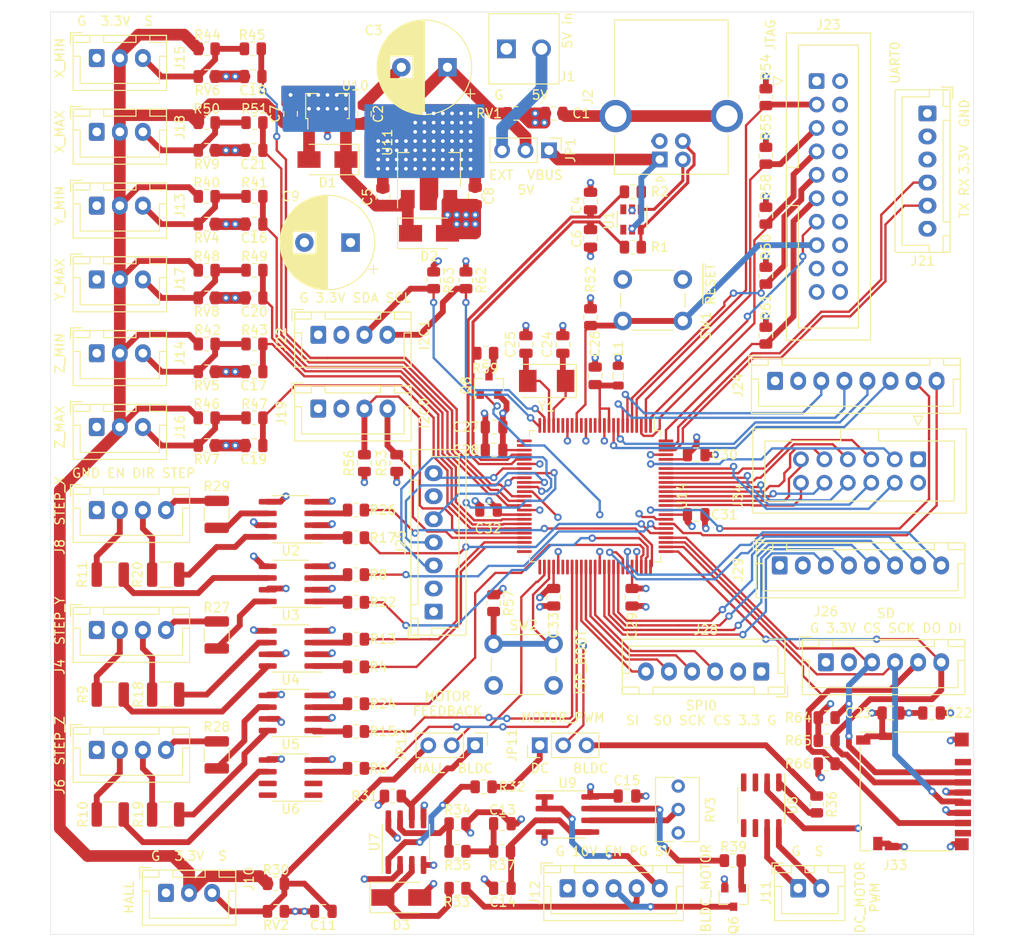
<source format=kicad_pcb>
(kicad_pcb (version 20171130) (host pcbnew 5.1.9-73d0e3b20d~88~ubuntu20.04.1)
  (layers (0 F.Cu signal) (1 In1.Cu mixed) (2 In2.Cu mixed) (31 B.Cu signal) (34 B.Paste user) (35 F.Paste user) (36 B.SilkS user) (37 F.SilkS user) (38 B.Mask user) (39 F.Mask user) (44 Edge.Cuts user))
  (net 0 "")
  (net 1 GNDD)
  (net 2 "Net-(C1-Pad1)")
  (net 3 +5V)
  (net 4 /mcu/USB_D-)
  (net 5 /mcu/USB_D+)
  (net 6 ENDSTOPS_3.3V)
  (net 7 +3V3)
  (net 8 /spindle/HALL_EFFECT_FEEDBACK)
  (net 9 /spindle/CONTROLLER_GND)
  (net 10 "Net-(C13-Pad1)")
  (net 11 "Net-(C14-Pad1)")
  (net 12 /spindle/CONTROLLER_10V)
  (net 13 /endstops/Y_MIN)
  (net 14 /endstops/Z_MIN)
  (net 15 /endstops/X_MIN)
  (net 16 /endstops/Z_MAX)
  (net 17 /endstops/Y_MAX)
  (net 18 /endstops/X_MAX)
  (net 19 "Net-(C24-Pad1)")
  (net 20 "Net-(C25-Pad1)")
  (net 21 "Net-(C26-Pad1)")
  (net 22 "Net-(D3-Pad1)")
  (net 23 "Net-(J1-Pad2)")
  (net 24 VBUS)
  (net 25 /steppers/OPTO_Y_STEP)
  (net 26 /steppers/OPTO_Y_DIR)
  (net 27 /steppers/OPTO_Y_EN)
  (net 28 /steppers/OPTO_Y_GND)
  (net 29 /steppers/OPTO_Z_STEP)
  (net 30 /steppers/OPTO_Z_DIR)
  (net 31 /steppers/OPTO_Z_EN)
  (net 32 /steppers/OPTO_Z_GND)
  (net 33 /steppers/OPTO_X_STEP)
  (net 34 /steppers/OPTO_X_DIR)
  (net 35 /steppers/OPTO_X_EN)
  (net 36 /steppers/OPTO_X_GND)
  (net 37 /spindle/CONTROLLER_SV)
  (net 38 /spindle/CONTROLLER_PG)
  (net 39 /spindle/CONTROLLER_EN)
  (net 40 "Net-(J13-Pad3)")
  (net 41 "Net-(J14-Pad3)")
  (net 42 "Net-(J15-Pad3)")
  (net 43 "Net-(J16-Pad3)")
  (net 44 "Net-(J17-Pad3)")
  (net 45 "Net-(J18-Pad3)")
  (net 46 /mcu/I2C0_SCL)
  (net 47 /mcu/I2C0_SDA)
  (net 48 /mcu/~RESET)
  (net 49 /mcu/~ISP_BOOT)
  (net 50 /mcu/UART0_RTS)
  (net 51 /mcu/UART0_TX)
  (net 52 /mcu/UART0_RX)
  (net 53 /mcu/UART0_CTS)
  (net 54 /mcu/I2C1_SCL)
  (net 55 /mcu/I2C1_SDA)
  (net 56 "Net-(J23-Pad2)")
  (net 57 "Net-(J23-Pad19)")
  (net 58 "Net-(J23-Pad17)")
  (net 59 /mcu/JTAG_TDO)
  (net 60 /mcu/JTAG_RTCK)
  (net 61 /mcu/JTAG_TCK)
  (net 62 /mcu/JTAG_TMS)
  (net 63 /mcu/JTAG_TDI)
  (net 64 /mcu/~JTAG_TRST)
  (net 65 "Net-(J23-Pad1)")
  (net 66 /mcu/PO_23)
  (net 67 /mcu/PO_24)
  (net 68 /mcu/PO_25)
  (net 69 /mcu/PO_26)
  (net 70 /mcu/P1_18)
  (net 71 /mcu/P1_19)
  (net 72 /mcu/P1_20)
  (net 73 /mcu/P1_21)
  (net 74 /mcu/P1_22)
  (net 75 /mcu/SD_MOSI)
  (net 76 /mcu/SD_MISO)
  (net 77 /mcu/SD_SCK)
  (net 78 /mcu/SD_CS)
  (net 79 /mcu/SPI0_MOSI)
  (net 80 /mcu/SPI0_MISO)
  (net 81 /mcu/SPI0_SCK)
  (net 82 /mcu/SPI0_SSEL)
  (net 83 /mcu/P2_3)
  (net 84 /mcu/P2_4)
  (net 85 /mcu/P2_5)
  (net 86 /mcu/P2_6)
  (net 87 /mcu/P2_7)
  (net 88 /mcu/P2_8)
  (net 89 /mcu/P4_28)
  (net 90 /mcu/P4_29)
  (net 91 "Net-(J33-Pad1)")
  (net 92 "Net-(J33-Pad8)")
  (net 93 /mcu/ENET_MDIO)
  (net 94 /mcu/ENET_REF_CLK)
  (net 95 /mcu/ENET_RXD1)
  (net 96 /mcu/ENET_CRS)
  (net 97 /mcu/ENET_TXD1)
  (net 98 /mcu/ENET_MDC)
  (net 99 /mcu/ENET_RX_ER)
  (net 100 /mcu/ENET_RXD0)
  (net 101 /mcu/ENET_TX_EN)
  (net 102 /mcu/ENET_TXD0)
  (net 103 /mcu/Y_DIR)
  (net 104 /mcu/Z_DIR)
  (net 105 /mcu/X_EN)
  (net 106 /mcu/X_DIR)
  (net 107 /mcu/Y_EN)
  (net 108 /mcu/X_STEP)
  (net 109 /spindle/DC_PWM)
  (net 110 /spindle/PWM)
  (net 111 /spindle/BLDC_PWM)
  (net 112 /spindle/FEEDBACK)
  (net 113 /spindle/BLDC_FEEDBACK)
  (net 114 "Net-(Q6-Pad1)")
  (net 115 "Net-(Q8-Pad3)")
  (net 116 /mcu/SCON)
  (net 117 "Net-(R4-Pad1)")
  (net 118 "Net-(R6-Pad1)")
  (net 119 "Net-(R8-Pad1)")
  (net 120 "Net-(R9-Pad1)")
  (net 121 "Net-(R10-Pad1)")
  (net 122 "Net-(R11-Pad1)")
  (net 123 "Net-(R13-Pad1)")
  (net 124 "Net-(R15-Pad1)")
  (net 125 "Net-(R17-Pad1)")
  (net 126 "Net-(R18-Pad1)")
  (net 127 "Net-(R19-Pad1)")
  (net 128 "Net-(R20-Pad1)")
  (net 129 "Net-(R22-Pad1)")
  (net 130 "Net-(R24-Pad1)")
  (net 131 "Net-(R26-Pad1)")
  (net 132 "Net-(R27-Pad1)")
  (net 133 "Net-(R28-Pad1)")
  (net 134 "Net-(R29-Pad1)")
  (net 135 "Net-(R32-Pad2)")
  (net 136 "Net-(R34-Pad1)")
  (net 137 "Net-(R36-Pad2)")
  (net 138 "Net-(R39-Pad2)")
  (net 139 "Net-(RV3-Pad2)")
  (net 140 "Net-(U1-Pad4)")
  (net 141 "Net-(U1-Pad3)")
  (net 142 "Net-(U14-Pad18)")
  (net 143 "Net-(U14-Pad16)")
  (net 144 "Net-(U14-Pad14)")
  (net 145 "Net-(U14-Pad13)")
  (net 146 "Net-(J11-Pad2)")
  (net 147 "Net-(J11-Pad1)")
  (net 148 "Net-(U14-Pad51)")
  (net 149 "Net-(U14-Pad50)")
  (net 150 "Net-(U14-Pad27)")
  (net 151 "Net-(U14-Pad26)")
  (net 152 "Net-(U14-Pad21)")
  (net 153 "Net-(U14-Pad20)")
  (net 154 /mcu/Z_EN)
  (net 155 /mcu/Y_STEP)
  (net 156 /mcu/Z_STEP)
  (net 157 "Net-(U14-Pad57)")
  (net 158 "Net-(U14-Pad56)")
  (net 159 /J2_D+)
  (net 160 /J2_D-)
  (module Resistor_SMD:R_0805_2012Metric (layer F.Cu) (at 83.0875 39.5 180)
    (fp_text reference R2 (at -2.9125 0) (layer F.SilkS))
    (fp_text value 33)
    (pad 2 smd roundrect (at 0.9125 0 180) (size 1.025 1.4) (layers F.Cu F.Paste F.Mask) (roundrect_rratio 0.2439014634146341) (net 4 /mcu/USB_D-))
    (pad 1 smd roundrect (at -0.9125 0 180) (size 1.025 1.4) (layers F.Cu F.Paste F.Mask) (roundrect_rratio 0.2439014634146341) (net 160 /J2_D-))
  )
  (module Capacitor_SMD:C_0805_2012Metric (layer F.Cu) (at 78.5 40.5 90)
    (fp_text reference C4 (at -0.45 -1.5 90) (layer F.SilkS))
    (fp_text value 18pF/20V)
    (pad 2 smd roundrect (at 0.95 0 90) (size 1 1.45) (layers F.Cu F.Paste F.Mask) (net 1 GNDD))
    (pad 1 smd roundrect (at -0.95 0 90) (size 1 1.45) (layers F.Cu F.Paste F.Mask) (net 4 /mcu/USB_D-))
  )
  (module Connector_IDC:IDC-Header_2x06_P2.54mm_Vertical (layer F.Cu) (at 114 68.5 270)
    (fp_text reference J34 (at 4 19.5 270) (layer F.SilkS))
    (fp_text value ETHERNET)
    (pad 12 thru_hole circle (at 2.54 12.7 270) (size 1.7 1.7) (drill 1) (layers *.Cu *.Mask) (net 93 /mcu/ENET_MDIO))
    (pad 10 thru_hole circle (at 2.54 10.16 270) (size 1.7 1.7) (drill 1) (layers *.Cu *.Mask) (net 94 /mcu/ENET_REF_CLK))
    (pad 8 thru_hole circle (at 2.54 7.62 270) (size 1.7 1.7) (drill 1) (layers *.Cu *.Mask) (net 95 /mcu/ENET_RXD1))
    (pad 6 thru_hole circle (at 2.54 5.08 270) (size 1.7 1.7) (drill 1) (layers *.Cu *.Mask) (net 96 /mcu/ENET_CRS))
    (pad 4 thru_hole circle (at 2.54 2.54 270) (size 1.7 1.7) (drill 1) (layers *.Cu *.Mask) (net 97 /mcu/ENET_TXD1))
    (pad 2 thru_hole circle (at 2.54 0 270) (size 1.7 1.7) (drill 1) (layers *.Cu *.Mask) (net 7 +3V3))
    (pad 11 thru_hole circle (at 0 12.7 270) (size 1.7 1.7) (drill 1) (layers *.Cu *.Mask) (net 98 /mcu/ENET_MDC))
    (pad 9 thru_hole circle (at 0 10.16 270) (size 1.7 1.7) (drill 1) (layers *.Cu *.Mask) (net 99 /mcu/ENET_RX_ER))
    (pad 7 thru_hole circle (at 0 7.62 270) (size 1.7 1.7) (drill 1) (layers *.Cu *.Mask) (net 100 /mcu/ENET_RXD0))
    (pad 5 thru_hole circle (at 0 5.08 270) (size 1.7 1.7) (drill 1) (layers *.Cu *.Mask) (net 101 /mcu/ENET_TX_EN))
    (pad 3 thru_hole circle (at 0 2.54 270) (size 1.7 1.7) (drill 1) (layers *.Cu *.Mask) (net 102 /mcu/ENET_TXD0))
    (pad 1 thru_hole roundrect (at 0 0 270) (size 1.7 1.7) (drill 1) (layers *.Cu *.Mask) (roundrect_rratio 0.1470588235294118) (net 1 GNDD))
  )
  (module Connector_Card:microSD_HC_Hirose_DM3D-SF (layer F.Cu) (at 113.5 104.5 90)
    (fp_text reference J33 (at -8 -2 180) (layer F.SilkS))
    (fp_text value MICROSD_CARD)
    (pad 10 smd rect (at 5.575 -5.45 90) (size 1 1.55) (layers F.Cu F.Paste F.Mask) (net 1 GNDD))
    (pad 11 smd rect (at 5.625 5.225 90) (size 1.5 1.5) (layers F.Cu F.Paste F.Mask) (net 1 GNDD))
    (pad 1 smd rect (at 3.175 5.35 90) (size 0.7 1.75) (layers F.Cu F.Paste F.Mask) (net 91 "Net-(J33-Pad1)"))
    (pad 2 smd rect (at 2.075 5.35 90) (size 0.7 1.75) (layers F.Cu F.Paste F.Mask) (net 78 /mcu/SD_CS))
    (pad 3 smd rect (at 0.975 5.35 90) (size 0.7 1.75) (layers F.Cu F.Paste F.Mask) (net 75 /mcu/SD_MOSI))
    (pad 4 smd rect (at -0.125 5.35 90) (size 0.7 1.75) (layers F.Cu F.Paste F.Mask) (net 7 +3V3))
    (pad 5 smd rect (at -1.225 5.35 90) (size 0.7 1.75) (layers F.Cu F.Paste F.Mask) (net 77 /mcu/SD_SCK))
    (pad 6 smd rect (at -2.325 5.35 90) (size 0.7 1.75) (layers F.Cu F.Paste F.Mask) (net 1 GNDD))
    (pad 7 smd rect (at -3.425 5.35 90) (size 0.7 1.75) (layers F.Cu F.Paste F.Mask) (net 76 /mcu/SD_MISO))
    (pad 11 smd rect (at 5.975 -3.025 90) (size 0.8 1.4) (layers F.Cu F.Paste F.Mask) (net 1 GNDD))
    (pad 9 smd rect (at -5.65 -3.875 90) (size 1.45 1) (layers F.Cu F.Paste F.Mask) (net 1 GNDD))
    (pad 11 smd rect (at -5.975 -2.375 90) (size 0.8 1.5) (layers F.Cu F.Paste F.Mask) (net 1 GNDD))
    (pad 11 smd rect (at -5.725 5.225 90) (size 1.3 1.5) (layers F.Cu F.Paste F.Mask) (net 1 GNDD))
    (pad 8 smd rect (at -4.525 5.35 90) (size 0.7 1.75) (layers F.Cu F.Paste F.Mask) (net 92 "Net-(J33-Pad8)"))
  )
  (module Connector_JST:JST_XH_B8B-XH-A_1x08_P2.50mm_Vertical (layer F.Cu) (at 99 80)
    (fp_text reference J29 (at -4.5 0.5 90) (layer F.SilkS))
    (fp_text value IO)
    (pad 8 thru_hole oval (at 17.5 0) (size 1.7 1.95) (drill 0.95) (layers *.Cu *.Mask) (net 83 /mcu/P2_3))
    (pad 7 thru_hole oval (at 15 0) (size 1.7 1.95) (drill 0.95) (layers *.Cu *.Mask) (net 84 /mcu/P2_4))
    (pad 6 thru_hole oval (at 12.5 0) (size 1.7 1.95) (drill 0.95) (layers *.Cu *.Mask) (net 85 /mcu/P2_5))
    (pad 5 thru_hole oval (at 10 0) (size 1.7 1.95) (drill 0.95) (layers *.Cu *.Mask) (net 86 /mcu/P2_6))
    (pad 4 thru_hole oval (at 7.5 0) (size 1.7 1.95) (drill 0.95) (layers *.Cu *.Mask) (net 87 /mcu/P2_7))
    (pad 3 thru_hole oval (at 5 0) (size 1.7 1.95) (drill 0.95) (layers *.Cu *.Mask) (net 88 /mcu/P2_8))
    (pad 2 thru_hole oval (at 2.5 0) (size 1.7 1.95) (drill 0.95) (layers *.Cu *.Mask) (net 7 +3V3))
    (pad 1 thru_hole roundrect (at 0 0) (size 1.7 1.95) (drill 0.95) (layers *.Cu *.Mask) (roundrect_rratio 0.1470588235294118) (net 1 GNDD))
  )
  (module Connector_JST:JST_XH_B7B-XH-A_1x07_P2.50mm_Vertical (layer F.Cu) (at 61.5 85 90)
    (fp_text reference J25 (at 7.5 -3.55 90) (layer F.SilkS))
    (fp_text value IO)
    (pad 7 thru_hole oval (at 15 0 90) (size 1.7 1.95) (drill 0.95) (layers *.Cu *.Mask) (net 70 /mcu/P1_18))
    (pad 6 thru_hole oval (at 12.5 0 90) (size 1.7 1.95) (drill 0.95) (layers *.Cu *.Mask) (net 71 /mcu/P1_19))
    (pad 5 thru_hole oval (at 10 0 90) (size 1.7 1.95) (drill 0.95) (layers *.Cu *.Mask) (net 72 /mcu/P1_20))
    (pad 4 thru_hole oval (at 7.5 0 90) (size 1.7 1.95) (drill 0.95) (layers *.Cu *.Mask) (net 73 /mcu/P1_21))
    (pad 3 thru_hole oval (at 5 0 90) (size 1.7 1.95) (drill 0.95) (layers *.Cu *.Mask) (net 74 /mcu/P1_22))
    (pad 2 thru_hole oval (at 2.5 0 90) (size 1.7 1.95) (drill 0.95) (layers *.Cu *.Mask) (net 7 +3V3))
    (pad 1 thru_hole roundrect (at 0 0 90) (size 1.7 1.95) (drill 0.95) (layers *.Cu *.Mask) (roundrect_rratio 0.1470588235294118) (net 1 GNDD))
  )
  (module Connector_JST:JST_XH_B8B-XH-A_1x08_P2.50mm_Vertical (layer F.Cu) (at 98.5 60)
    (fp_text reference J24 (at -4 0.5 90) (layer F.SilkS))
    (fp_text value IO)
    (pad 8 thru_hole oval (at 17.5 0) (size 1.7 1.95) (drill 0.95) (layers *.Cu *.Mask) (net 89 /mcu/P4_28))
    (pad 7 thru_hole oval (at 15 0) (size 1.7 1.95) (drill 0.95) (layers *.Cu *.Mask) (net 90 /mcu/P4_29))
    (pad 6 thru_hole oval (at 12.5 0) (size 1.7 1.95) (drill 0.95) (layers *.Cu *.Mask) (net 66 /mcu/PO_23))
    (pad 5 thru_hole oval (at 10 0) (size 1.7 1.95) (drill 0.95) (layers *.Cu *.Mask) (net 67 /mcu/PO_24))
    (pad 4 thru_hole oval (at 7.5 0) (size 1.7 1.95) (drill 0.95) (layers *.Cu *.Mask) (net 68 /mcu/PO_25))
    (pad 3 thru_hole oval (at 5 0) (size 1.7 1.95) (drill 0.95) (layers *.Cu *.Mask) (net 69 /mcu/PO_26))
    (pad 2 thru_hole oval (at 2.5 0) (size 1.7 1.95) (drill 0.95) (layers *.Cu *.Mask) (net 7 +3V3))
    (pad 1 thru_hole roundrect (at 0 0) (size 1.7 1.95) (drill 0.95) (layers *.Cu *.Mask) (roundrect_rratio 0.1470588235294118) (net 1 GNDD))
  )
  (module Crystal:Crystal_SMD_Abracon_ABM3-2Pin_5.0x3.2mm (layer F.Cu) (at 73.75 60 180)
    (fp_text reference Y1 (at 0 -2.8) (layer F.SilkS))
    (fp_text value 12MHz)
    (pad 2 smd rect (at 2.05 0 180) (size 1.9 2.4) (layers F.Cu F.Paste F.Mask) (net 20 "Net-(C25-Pad1)"))
    (pad 1 smd rect (at -2.05 0 180) (size 1.9 2.4) (layers F.Cu F.Paste F.Mask) (net 19 "Net-(C24-Pad1)"))
  )
  (module Connector_JST:JST_XH_B5B-XH-A_1x05_P2.50mm_Vertical (layer F.Cu) (at 76 115)
    (fp_text reference J12 (at -3.5 0.5 90) (layer F.SilkS))
    (fp_text value SPINDLE_BLDC_CONTROLLER)
    (pad 5 thru_hole oval (at 10 0) (size 1.7 1.95) (drill 0.95) (layers *.Cu *.Mask) (net 37 /spindle/CONTROLLER_SV))
    (pad 4 thru_hole oval (at 7.5 0) (size 1.7 1.95) (drill 0.95) (layers *.Cu *.Mask) (net 38 /spindle/CONTROLLER_PG))
    (pad 3 thru_hole oval (at 5 0) (size 1.7 1.95) (drill 0.95) (layers *.Cu *.Mask) (net 39 /spindle/CONTROLLER_EN))
    (pad 2 thru_hole oval (at 2.5 0) (size 1.7 1.95) (drill 0.95) (layers *.Cu *.Mask) (net 12 /spindle/CONTROLLER_10V))
    (pad 1 thru_hole roundrect (at 0 0) (size 1.7 1.95) (drill 0.95) (layers *.Cu *.Mask) (roundrect_rratio 0.1470588235294118) (net 9 /spindle/CONTROLLER_GND))
  )
  (module MountingHole:MountingHole_3.2mm_M3 (layer F.Cu) (at 116 116)
    (fp_text reference REF** hide)
    (fp_text value MountingHole_3.2mm_M3)
    (pad 1 np_thru_hole circle (at 0 0) (size 3.2 3.2) (drill 3.2) (layers *.Cu *.Mask))
  )
  (module MountingHole:MountingHole_3.2mm_M3 (layer F.Cu) (at 116 24)
    (fp_text reference REF** hide)
    (fp_text value MountingHole_3.2mm_M3)
    (pad 1 np_thru_hole circle (at 0 0) (size 3.2 3.2) (drill 3.2) (layers *.Cu *.Mask))
  )
  (module MountingHole:MountingHole_3.2mm_M3 (layer F.Cu) (at 48 24)
    (fp_text reference REF** hide)
    (fp_text value MountingHole_3.2mm_M3)
    (pad 1 np_thru_hole circle (at 0 0) (size 3.2 3.2) (drill 3.2) (layers *.Cu *.Mask))
  )
  (module MountingHole:MountingHole_3.2mm_M3 (layer F.Cu) (at 24 116)
    (fp_text reference REF** hide)
    (fp_text value MountingHole_3.2mm_M3)
    (pad 1 np_thru_hole circle (at 0 0) (size 3.2 3.2) (drill 3.2) (layers *.Cu *.Mask))
  )
  (module Connector_JST:JST_XH_B2B-XH-A_1x02_P2.50mm_Vertical (layer F.Cu) (at 101 115)
    (fp_text reference J11 (at -3.5 0.5 90) (layer F.SilkS))
    (fp_text value MOTOR)
    (pad 2 thru_hole oval (at 2.5 0) (size 1.7 2) (drill 1) (layers *.Cu *.Mask) (net 146 "Net-(J11-Pad2)"))
    (pad 1 thru_hole roundrect (at 0 0) (size 1.7 2) (drill 1) (layers *.Cu *.Mask) (roundrect_rratio 0.1470588235294118) (net 147 "Net-(J11-Pad1)"))
  )
  (module Package_SO:SOIC-8_3.9x4.9mm_P1.27mm (layer F.Cu) (at 46 96 180)
    (fp_text reference U5 (at 0 -3.4) (layer F.SilkS))
    (fp_text value MOCD217R2M)
    (pad 8 smd roundrect (at 2.475 -1.905 180) (size 1.95 0.6) (layers F.Cu F.Paste F.Mask) (net 127 "Net-(R19-Pad1)"))
    (pad 7 smd roundrect (at 2.475 -0.635 180) (size 1.95 0.6) (layers F.Cu F.Paste F.Mask) (net 32 /steppers/OPTO_Z_GND))
    (pad 6 smd roundrect (at 2.475 0.635 180) (size 1.95 0.6) (layers F.Cu F.Paste F.Mask) (net 133 "Net-(R28-Pad1)"))
    (pad 5 smd roundrect (at 2.475 1.905 180) (size 1.95 0.6) (layers F.Cu F.Paste F.Mask) (net 32 /steppers/OPTO_Z_GND))
    (pad 4 smd roundrect (at -2.475 1.905 180) (size 1.95 0.6) (layers F.Cu F.Paste F.Mask) (net 1 GNDD))
    (pad 3 smd roundrect (at -2.475 0.635 180) (size 1.95 0.6) (layers F.Cu F.Paste F.Mask) (net 130 "Net-(R24-Pad1)"))
    (pad 2 smd roundrect (at -2.475 -0.635 180) (size 1.95 0.6) (layers F.Cu F.Paste F.Mask) (net 1 GNDD))
    (pad 1 smd roundrect (at -2.475 -1.905 180) (size 1.95 0.6) (layers F.Cu F.Paste F.Mask) (net 124 "Net-(R15-Pad1)"))
  )
  (module Package_SO:SOIC-8_3.9x4.9mm_P1.27mm (layer F.Cu) (at 46 89 180)
    (fp_text reference U4 (at 0 -3.4) (layer F.SilkS))
    (fp_text value MOCD217R2M)
    (pad 8 smd roundrect (at 2.475 -1.905 180) (size 1.95 0.6) (layers F.Cu F.Paste F.Mask) (net 120 "Net-(R9-Pad1)"))
    (pad 7 smd roundrect (at 2.475 -0.635 180) (size 1.95 0.6) (layers F.Cu F.Paste F.Mask) (net 28 /steppers/OPTO_Y_GND))
    (pad 6 smd roundrect (at 2.475 0.635 180) (size 1.95 0.6) (layers F.Cu F.Paste F.Mask) (net 126 "Net-(R18-Pad1)"))
    (pad 5 smd roundrect (at 2.475 1.905 180) (size 1.95 0.6) (layers F.Cu F.Paste F.Mask) (net 28 /steppers/OPTO_Y_GND))
    (pad 4 smd roundrect (at -2.475 1.905 180) (size 1.95 0.6) (layers F.Cu F.Paste F.Mask) (net 1 GNDD))
    (pad 3 smd roundrect (at -2.475 0.635 180) (size 1.95 0.6) (layers F.Cu F.Paste F.Mask) (net 123 "Net-(R13-Pad1)"))
    (pad 2 smd roundrect (at -2.475 -0.635 180) (size 1.95 0.6) (layers F.Cu F.Paste F.Mask) (net 1 GNDD))
    (pad 1 smd roundrect (at -2.475 -1.905 180) (size 1.95 0.6) (layers F.Cu F.Paste F.Mask) (net 117 "Net-(R4-Pad1)"))
  )
  (module Package_SO:SOIC-8_3.9x4.9mm_P1.27mm (layer F.Cu) (at 46 75 180)
    (fp_text reference U2 (at 0 -3.4) (layer F.SilkS))
    (fp_text value MOCD217R2M)
    (pad 8 smd roundrect (at 2.475 -1.905 180) (size 1.95 0.6) (layers F.Cu F.Paste F.Mask) (net 128 "Net-(R20-Pad1)"))
    (pad 7 smd roundrect (at 2.475 -0.635 180) (size 1.95 0.6) (layers F.Cu F.Paste F.Mask) (net 36 /steppers/OPTO_X_GND))
    (pad 6 smd roundrect (at 2.475 0.635 180) (size 1.95 0.6) (layers F.Cu F.Paste F.Mask) (net 134 "Net-(R29-Pad1)"))
    (pad 5 smd roundrect (at 2.475 1.905 180) (size 1.95 0.6) (layers F.Cu F.Paste F.Mask) (net 36 /steppers/OPTO_X_GND))
    (pad 4 smd roundrect (at -2.475 1.905 180) (size 1.95 0.6) (layers F.Cu F.Paste F.Mask) (net 1 GNDD))
    (pad 3 smd roundrect (at -2.475 0.635 180) (size 1.95 0.6) (layers F.Cu F.Paste F.Mask) (net 131 "Net-(R26-Pad1)"))
    (pad 2 smd roundrect (at -2.475 -0.635 180) (size 1.95 0.6) (layers F.Cu F.Paste F.Mask) (net 1 GNDD))
    (pad 1 smd roundrect (at -2.475 -1.905 180) (size 1.95 0.6) (layers F.Cu F.Paste F.Mask) (net 125 "Net-(R17-Pad1)"))
  )
  (module Package_SO:SOIC-8_3.9x4.9mm_P1.27mm (layer F.Cu) (at 46 82 180)
    (fp_text reference U3 (at 0 -3.4) (layer F.SilkS))
    (fp_text value MOCD217R2M)
    (pad 8 smd roundrect (at 2.475 -1.905 180) (size 1.95 0.6) (layers F.Cu F.Paste F.Mask) (net 132 "Net-(R27-Pad1)"))
    (pad 7 smd roundrect (at 2.475 -0.635 180) (size 1.95 0.6) (layers F.Cu F.Paste F.Mask) (net 28 /steppers/OPTO_Y_GND))
    (pad 6 smd roundrect (at 2.475 0.635 180) (size 1.95 0.6) (layers F.Cu F.Paste F.Mask) (net 122 "Net-(R11-Pad1)"))
    (pad 5 smd roundrect (at 2.475 1.905 180) (size 1.95 0.6) (layers F.Cu F.Paste F.Mask) (net 36 /steppers/OPTO_X_GND))
    (pad 4 smd roundrect (at -2.475 1.905 180) (size 1.95 0.6) (layers F.Cu F.Paste F.Mask) (net 1 GNDD))
    (pad 3 smd roundrect (at -2.475 0.635 180) (size 1.95 0.6) (layers F.Cu F.Paste F.Mask) (net 119 "Net-(R8-Pad1)"))
    (pad 2 smd roundrect (at -2.475 -0.635 180) (size 1.95 0.6) (layers F.Cu F.Paste F.Mask) (net 1 GNDD))
    (pad 1 smd roundrect (at -2.475 -1.905 180) (size 1.95 0.6) (layers F.Cu F.Paste F.Mask) (net 129 "Net-(R22-Pad1)"))
  )
  (module Package_QFP:LQFP-100_14x14mm_P0.5mm (layer F.Cu) (at 79 72.5 270)
    (fp_text reference U14 (at 0 -9.42 90) (layer F.SilkS))
    (fp_text value LPC1769FBD100)
    (pad 100 smd roundrect (at -6 -7.675 270) (size 0.3 1.6) (layers F.Cu F.Paste F.Mask) (net 60 /mcu/JTAG_RTCK))
    (pad 99 smd roundrect (at -5.5 -7.675 270) (size 0.3 1.6) (layers F.Cu F.Paste F.Mask) (net 52 /mcu/UART0_RX))
    (pad 98 smd roundrect (at -5 -7.675 270) (size 0.3 1.6) (layers F.Cu F.Paste F.Mask) (net 51 /mcu/UART0_TX))
    (pad 97 smd roundrect (at -4.5 -7.675 270) (size 0.3 1.6) (layers F.Cu F.Paste F.Mask) (net 1 GNDD))
    (pad 96 smd roundrect (at -4 -7.675 270) (size 0.3 1.6) (layers F.Cu F.Paste F.Mask) (net 7 +3V3))
    (pad 95 smd roundrect (at -3.5 -7.675 270) (size 0.3 1.6) (layers F.Cu F.Paste F.Mask) (net 102 /mcu/ENET_TXD0))
    (pad 94 smd roundrect (at -3 -7.675 270) (size 0.3 1.6) (layers F.Cu F.Paste F.Mask) (net 97 /mcu/ENET_TXD1))
    (pad 93 smd roundrect (at -2.5 -7.675 270) (size 0.3 1.6) (layers F.Cu F.Paste F.Mask) (net 101 /mcu/ENET_TX_EN))
    (pad 92 smd roundrect (at -2 -7.675 270) (size 0.3 1.6) (layers F.Cu F.Paste F.Mask) (net 96 /mcu/ENET_CRS))
    (pad 91 smd roundrect (at -1.5 -7.675 270) (size 0.3 1.6) (layers F.Cu F.Paste F.Mask) (net 100 /mcu/ENET_RXD0))
    (pad 90 smd roundrect (at -1 -7.675 270) (size 0.3 1.6) (layers F.Cu F.Paste F.Mask) (net 95 /mcu/ENET_RXD1))
    (pad 89 smd roundrect (at -0.5 -7.675 270) (size 0.3 1.6) (layers F.Cu F.Paste F.Mask) (net 99 /mcu/ENET_RX_ER))
    (pad 88 smd roundrect (at 0 -7.675 270) (size 0.3 1.6) (layers F.Cu F.Paste F.Mask) (net 94 /mcu/ENET_REF_CLK))
    (pad 87 smd roundrect (at 0.5 -7.675 270) (size 0.3 1.6) (layers F.Cu F.Paste F.Mask) (net 98 /mcu/ENET_MDC))
    (pad 86 smd roundrect (at 1 -7.675 270) (size 0.3 1.6) (layers F.Cu F.Paste F.Mask) (net 93 /mcu/ENET_MDIO))
    (pad 85 smd roundrect (at 1.5 -7.675 270) (size 0.3 1.6) (layers F.Cu F.Paste F.Mask) (net 90 /mcu/P4_29))
    (pad 84 smd roundrect (at 2 -7.675 270) (size 0.3 1.6) (layers F.Cu F.Paste F.Mask) (net 7 +3V3))
    (pad 83 smd roundrect (at 2.5 -7.675 270) (size 0.3 1.6) (layers F.Cu F.Paste F.Mask) (net 1 GNDD))
    (pad 82 smd roundrect (at 3 -7.675 270) (size 0.3 1.6) (layers F.Cu F.Paste F.Mask) (net 89 /mcu/P4_28))
    (pad 81 smd roundrect (at 3.5 -7.675 270) (size 0.3 1.6) (layers F.Cu F.Paste F.Mask) (net 105 /mcu/X_EN))
    (pad 80 smd roundrect (at 4 -7.675 270) (size 0.3 1.6) (layers F.Cu F.Paste F.Mask) (net 106 /mcu/X_DIR))
    (pad 79 smd roundrect (at 4.5 -7.675 270) (size 0.3 1.6) (layers F.Cu F.Paste F.Mask) (net 78 /mcu/SD_CS))
    (pad 78 smd roundrect (at 5 -7.675 270) (size 0.3 1.6) (layers F.Cu F.Paste F.Mask) (net 77 /mcu/SD_SCK))
    (pad 77 smd roundrect (at 5.5 -7.675 270) (size 0.3 1.6) (layers F.Cu F.Paste F.Mask) (net 76 /mcu/SD_MISO))
    (pad 76 smd roundrect (at 6 -7.675 270) (size 0.3 1.6) (layers F.Cu F.Paste F.Mask) (net 75 /mcu/SD_MOSI))
    (pad 75 smd roundrect (at 7.675 -6 270) (size 1.6 0.3) (layers F.Cu F.Paste F.Mask) (net 108 /mcu/X_STEP))
    (pad 74 smd roundrect (at 7.675 -5.5 270) (size 1.6 0.3) (layers F.Cu F.Paste F.Mask) (net 155 /mcu/Y_STEP))
    (pad 73 smd roundrect (at 7.675 -5 270) (size 1.6 0.3) (layers F.Cu F.Paste F.Mask) (net 156 /mcu/Z_STEP))
    (pad 72 smd roundrect (at 7.675 -4.5 270) (size 1.6 0.3) (layers F.Cu F.Paste F.Mask) (net 1 GNDD))
    (pad 71 smd roundrect (at 7.675 -4 270) (size 1.6 0.3) (layers F.Cu F.Paste F.Mask) (net 7 +3V3))
    (pad 70 smd roundrect (at 7.675 -3.5 270) (size 1.6 0.3) (layers F.Cu F.Paste F.Mask) (net 83 /mcu/P2_3))
    (pad 69 smd roundrect (at 7.675 -3 270) (size 1.6 0.3) (layers F.Cu F.Paste F.Mask) (net 84 /mcu/P2_4))
    (pad 68 smd roundrect (at 7.675 -2.5 270) (size 1.6 0.3) (layers F.Cu F.Paste F.Mask) (net 85 /mcu/P2_5))
    (pad 67 smd roundrect (at 7.675 -2 270) (size 1.6 0.3) (layers F.Cu F.Paste F.Mask) (net 86 /mcu/P2_6))
    (pad 66 smd roundrect (at 7.675 -1.5 270) (size 1.6 0.3) (layers F.Cu F.Paste F.Mask) (net 87 /mcu/P2_7))
    (pad 65 smd roundrect (at 7.675 -1 270) (size 1.6 0.3) (layers F.Cu F.Paste F.Mask) (net 88 /mcu/P2_8))
    (pad 64 smd roundrect (at 7.675 -0.5 270) (size 1.6 0.3) (layers F.Cu F.Paste F.Mask) (net 116 /mcu/SCON))
    (pad 63 smd roundrect (at 7.675 0 270) (size 1.6 0.3) (layers F.Cu F.Paste F.Mask) (net 82 /mcu/SPI0_SSEL))
    (pad 62 smd roundrect (at 7.675 0.5 270) (size 1.6 0.3) (layers F.Cu F.Paste F.Mask) (net 81 /mcu/SPI0_SCK))
    (pad 61 smd roundrect (at 7.675 1 270) (size 1.6 0.3) (layers F.Cu F.Paste F.Mask) (net 80 /mcu/SPI0_MISO))
    (pad 60 smd roundrect (at 7.675 1.5 270) (size 1.6 0.3) (layers F.Cu F.Paste F.Mask) (net 79 /mcu/SPI0_MOSI))
    (pad 59 smd roundrect (at 7.675 2 270) (size 1.6 0.3) (layers F.Cu F.Paste F.Mask) (net 154 /mcu/Z_EN))
    (pad 58 smd roundrect (at 7.675 2.5 270) (size 1.6 0.3) (layers F.Cu F.Paste F.Mask) (net 104 /mcu/Z_DIR))
    (pad 57 smd roundrect (at 7.675 3 270) (size 1.6 0.3) (layers F.Cu F.Paste F.Mask) (net 157 "Net-(U14-Pad57)"))
    (pad 56 smd roundrect (at 7.675 3.5 270) (size 1.6 0.3) (layers F.Cu F.Paste F.Mask) (net 158 "Net-(U14-Pad56)"))
    (pad 55 smd roundrect (at 7.675 4 270) (size 1.6 0.3) (layers F.Cu F.Paste F.Mask) (net 1 GNDD))
    (pad 54 smd roundrect (at 7.675 4.5 270) (size 1.6 0.3) (layers F.Cu F.Paste F.Mask) (net 7 +3V3))
    (pad 53 smd roundrect (at 7.675 5 270) (size 1.6 0.3) (layers F.Cu F.Paste F.Mask) (net 49 /mcu/~ISP_BOOT))
    (pad 52 smd roundrect (at 7.675 5.5 270) (size 1.6 0.3) (layers F.Cu F.Paste F.Mask) (net 112 /spindle/FEEDBACK))
    (pad 51 smd roundrect (at 7.675 6 270) (size 1.6 0.3) (layers F.Cu F.Paste F.Mask) (net 148 "Net-(U14-Pad51)"))
    (pad 50 smd roundrect (at 6 7.675 270) (size 0.3 1.6) (layers F.Cu F.Paste F.Mask) (net 149 "Net-(U14-Pad50)"))
    (pad 49 smd roundrect (at 5.5 7.675 270) (size 0.3 1.6) (layers F.Cu F.Paste F.Mask) (net 107 /mcu/Y_EN))
    (pad 48 smd roundrect (at 5 7.675 270) (size 0.3 1.6) (layers F.Cu F.Paste F.Mask) (net 103 /mcu/Y_DIR))
    (pad 47 smd roundrect (at 4.5 7.675 270) (size 0.3 1.6) (layers F.Cu F.Paste F.Mask) (net 46 /mcu/I2C0_SCL))
    (pad 46 smd roundrect (at 4 7.675 270) (size 0.3 1.6) (layers F.Cu F.Paste F.Mask) (net 47 /mcu/I2C0_SDA))
    (pad 45 smd roundrect (at 3.5 7.675 270) (size 0.3 1.6) (layers F.Cu F.Paste F.Mask) (net 16 /endstops/Z_MAX))
    (pad 44 smd roundrect (at 3 7.675 270) (size 0.3 1.6) (layers F.Cu F.Paste F.Mask) (net 14 /endstops/Z_MIN))
    (pad 43 smd roundrect (at 2.5 7.675 270) (size 0.3 1.6) (layers F.Cu F.Paste F.Mask) (net 17 /endstops/Y_MAX))
    (pad 42 smd roundrect (at 2 7.675 270) (size 0.3 1.6) (layers F.Cu F.Paste F.Mask) (net 7 +3V3))
    (pad 41 smd roundrect (at 1.5 7.675 270) (size 0.3 1.6) (layers F.Cu F.Paste F.Mask) (net 1 GNDD))
    (pad 40 smd roundrect (at 1 7.675 270) (size 0.3 1.6) (layers F.Cu F.Paste F.Mask) (net 13 /endstops/Y_MIN))
    (pad 39 smd roundrect (at 0.5 7.675 270) (size 0.3 1.6) (layers F.Cu F.Paste F.Mask) (net 18 /endstops/X_MAX))
    (pad 38 smd roundrect (at 0 7.675 270) (size 0.3 1.6) (layers F.Cu F.Paste F.Mask) (net 15 /endstops/X_MIN))
    (pad 37 smd roundrect (at -0.5 7.675 270) (size 0.3 1.6) (layers F.Cu F.Paste F.Mask) (net 110 /spindle/PWM))
    (pad 36 smd roundrect (at -1 7.675 270) (size 0.3 1.6) (layers F.Cu F.Paste F.Mask) (net 74 /mcu/P1_22))
    (pad 35 smd roundrect (at -1.5 7.675 270) (size 0.3 1.6) (layers F.Cu F.Paste F.Mask) (net 73 /mcu/P1_21))
    (pad 34 smd roundrect (at -2 7.675 270) (size 0.3 1.6) (layers F.Cu F.Paste F.Mask) (net 72 /mcu/P1_20))
    (pad 33 smd roundrect (at -2.5 7.675 270) (size 0.3 1.6) (layers F.Cu F.Paste F.Mask) (net 71 /mcu/P1_19))
    (pad 32 smd roundrect (at -3 7.675 270) (size 0.3 1.6) (layers F.Cu F.Paste F.Mask) (net 70 /mcu/P1_18))
    (pad 31 smd roundrect (at -3.5 7.675 270) (size 0.3 1.6) (layers F.Cu F.Paste F.Mask) (net 1 GNDD))
    (pad 30 smd roundrect (at -4 7.675 270) (size 0.29 1.6) (layers F.Cu F.Paste F.Mask) (net 4 /mcu/USB_D-))
    (pad 29 smd roundrect (at -4.5 7.675 270) (size 0.29 1.6) (layers F.Cu F.Paste F.Mask) (net 5 /mcu/USB_D+))
    (pad 28 smd roundrect (at -5 7.675 270) (size 0.29 1.6) (layers F.Cu F.Paste F.Mask) (net 7 +3V3))
    (pad 27 smd roundrect (at -5.5 7.675 270) (size 0.3 1.6) (layers F.Cu F.Paste F.Mask) (net 150 "Net-(U14-Pad27)"))
    (pad 26 smd roundrect (at -6 7.675 270) (size 0.3 1.6) (layers F.Cu F.Paste F.Mask) (net 151 "Net-(U14-Pad26)"))
    (pad 25 smd roundrect (at -7.675 6 270) (size 1.6 0.3) (layers F.Cu F.Paste F.Mask) (net 55 /mcu/I2C1_SDA))
    (pad 24 smd roundrect (at -7.675 5.5 270) (size 1.6 0.3) (layers F.Cu F.Paste F.Mask) (net 54 /mcu/I2C1_SCL))
    (pad 23 smd roundrect (at -7.675 5 270) (size 1.6 0.3) (layers F.Cu F.Paste F.Mask) (net 20 "Net-(C25-Pad1)"))
    (pad 22 smd roundrect (at -7.675 4.5 270) (size 1.6 0.3) (layers F.Cu F.Paste F.Mask) (net 19 "Net-(C24-Pad1)"))
    (pad 21 smd roundrect (at -7.675 4 270) (size 1.6 0.3) (layers F.Cu F.Paste F.Mask) (net 152 "Net-(U14-Pad21)"))
    (pad 20 smd roundrect (at -7.675 3.5 270) (size 1.6 0.3) (layers F.Cu F.Paste F.Mask) (net 153 "Net-(U14-Pad20)"))
    (pad 19 smd roundrect (at -7.675 3 270) (size 1.6 0.3) (layers F.Cu F.Paste F.Mask) (net 7 +3V3))
    (pad 18 smd roundrect (at -7.675 2.5 270) (size 1.6 0.3) (layers F.Cu F.Paste F.Mask) (net 142 "Net-(U14-Pad18)"))
    (pad 17 smd roundrect (at -7.675 2 270) (size 1.6 0.3) (layers F.Cu F.Paste F.Mask) (net 48 /mcu/~RESET))
    (pad 16 smd roundrect (at -7.675 1.5 270) (size 1.6 0.3) (layers F.Cu F.Paste F.Mask) (net 143 "Net-(U14-Pad16)"))
    (pad 15 smd roundrect (at -7.675 1 270) (size 1.6 0.3) (layers F.Cu F.Paste F.Mask) (net 1 GNDD))
    (pad 14 smd roundrect (at -7.675 0.5 270) (size 1.6 0.3) (layers F.Cu F.Paste F.Mask) (net 144 "Net-(U14-Pad14)"))
    (pad 13 smd roundrect (at -7.675 0 270) (size 1.6 0.3) (layers F.Cu F.Paste F.Mask) (net 145 "Net-(U14-Pad13)"))
    (pad 12 smd roundrect (at -7.675 -0.5 270) (size 1.6 0.3) (layers F.Cu F.Paste F.Mask) (net 21 "Net-(C26-Pad1)"))
    (pad 11 smd roundrect (at -7.675 -1 270) (size 1.6 0.3) (layers F.Cu F.Paste F.Mask) (net 1 GNDD))
    (pad 10 smd roundrect (at -7.675 -1.5 270) (size 1.6 0.3) (layers F.Cu F.Paste F.Mask) (net 21 "Net-(C26-Pad1)"))
    (pad 9 smd roundrect (at -7.675 -2 270) (size 1.6 0.3) (layers F.Cu F.Paste F.Mask) (net 66 /mcu/PO_23))
    (pad 8 smd roundrect (at -7.675 -2.5 270) (size 1.6 0.3) (layers F.Cu F.Paste F.Mask) (net 67 /mcu/PO_24))
    (pad 7 smd roundrect (at -7.675 -3 270) (size 1.6 0.3) (layers F.Cu F.Paste F.Mask) (net 68 /mcu/PO_25))
    (pad 6 smd roundrect (at -7.675 -3.5 270) (size 1.6 0.3) (layers F.Cu F.Paste F.Mask) (net 69 /mcu/PO_26))
    (pad 5 smd roundrect (at -7.675 -4 270) (size 1.6 0.3) (layers F.Cu F.Paste F.Mask) (net 61 /mcu/JTAG_TCK))
    (pad 4 smd roundrect (at -7.675 -4.5 270) (size 1.6 0.3) (layers F.Cu F.Paste F.Mask) (net 64 /mcu/~JTAG_TRST))
    (pad 3 smd roundrect (at -7.675 -5 270) (size 1.6 0.3) (layers F.Cu F.Paste F.Mask) (net 62 /mcu/JTAG_TMS))
    (pad 2 smd roundrect (at -7.675 -5.5 270) (size 1.6 0.3) (layers F.Cu F.Paste F.Mask) (net 63 /mcu/JTAG_TDI))
    (pad 1 smd roundrect (at -7.675 -6 270) (size 1.6 0.3) (layers F.Cu F.Paste F.Mask) (net 59 /mcu/JTAG_TDO))
  )
  (module Package_TO_SOT_SMD:SOT-223-3_TabPin2 (layer F.Cu) (at 61 37.15 90)
    (fp_text reference U11 (at 3 -4.5 90) (layer F.SilkS))
    (fp_text value LM2937IMP-3.3)
    (pad 1 smd rect (at -3.15 -2.3 90) (size 2 1.5) (layers F.Cu F.Paste F.Mask) (net 3 +5V))
    (pad 3 smd rect (at -3.15 2.3 90) (size 2 1.5) (layers F.Cu F.Paste F.Mask) (net 7 +3V3))
    (pad 2 smd rect (at -3.15 0 90) (size 2 1.5) (layers F.Cu F.Paste F.Mask) (net 1 GNDD))
    (pad 2 smd rect (at 3.15 0 90) (size 2 3.8) (layers F.Cu F.Paste F.Mask) (net 1 GNDD))
  )
  (module Package_TO_SOT_SMD:SOT-89-3 (layer F.Cu) (at 50 30.5 90)
    (fp_text reference U10 (at 2.5 3 180) (layer F.SilkS))
    (fp_text value AP7381_SOT89)
    (pad 2 smd custom (at -1.5625 0 90) (size 1.475 0.9) (layers F.Cu F.Paste F.Mask) (net 1 GNDD) (options (clearance outline) (anchor rect)) (primitives (gr_poly (pts (xy 0.7375 -0.8665) (xy 3.8625 -0.8665) (xy 3.8625 0.8665) (xy 0.7375 0.8665)) (width 0))))
    (pad 3 smd rect (at -1.65 1.5 90) (size 1.3 0.9) (layers F.Cu F.Paste F.Mask) (net 3 +5V))
    (pad 1 smd rect (at -1.65 -1.5 90) (size 1.3 0.9) (layers F.Cu F.Paste F.Mask) (net 6 ENDSTOPS_3.3V))
  )
  (module Package_SO:SOIC-8_3.9x4.9mm_P1.27mm (layer F.Cu) (at 76 107)
    (fp_text reference U9 (at 0 -3.4) (layer F.SilkS))
    (fp_text value TS912)
    (pad 8 smd roundrect (at 2.475 -1.905) (size 1.95 0.6) (layers F.Cu F.Paste F.Mask) (net 12 /spindle/CONTROLLER_10V))
    (pad 7 smd roundrect (at 2.475 -0.635) (size 1.95 0.6) (layers F.Cu F.Paste F.Mask) (net 138 "Net-(R39-Pad2)"))
    (pad 6 smd roundrect (at 2.475 0.635) (size 1.95 0.6) (layers F.Cu F.Paste F.Mask) (net 139 "Net-(RV3-Pad2)"))
    (pad 5 smd roundrect (at 2.475 1.905) (size 1.95 0.6) (layers F.Cu F.Paste F.Mask) (net 11 "Net-(C14-Pad1)"))
    (pad 4 smd roundrect (at -2.475 1.905) (size 1.95 0.6) (layers F.Cu F.Paste F.Mask) (net 9 /spindle/CONTROLLER_GND))
    (pad 3 smd roundrect (at -2.475 0.635) (size 1.95 0.6) (layers F.Cu F.Paste F.Mask) (net 11 "Net-(C14-Pad1)"))
    (pad 2 smd roundrect (at -2.475 -0.635) (size 1.95 0.6) (layers F.Cu F.Paste F.Mask) (net 37 /spindle/CONTROLLER_SV))
    (pad 1 smd roundrect (at -2.475 -1.905) (size 1.95 0.6) (layers F.Cu F.Paste F.Mask) (net 37 /spindle/CONTROLLER_SV))
  )
  (module Package_SO:SOIC-8_3.9x4.9mm_P1.27mm (layer F.Cu) (at 97 106 270)
    (fp_text reference U8 (at 0 -3.4 90) (layer F.SilkS))
    (fp_text value MOCD217R2M)
    (pad 8 smd roundrect (at 2.475 -1.905 270) (size 1.95 0.6) (layers F.Cu F.Paste F.Mask) (net 146 "Net-(J11-Pad2)"))
    (pad 7 smd roundrect (at 2.475 -0.635 270) (size 1.95 0.6) (layers F.Cu F.Paste F.Mask) (net 147 "Net-(J11-Pad1)"))
    (pad 6 smd roundrect (at 2.475 0.635 270) (size 1.95 0.6) (layers F.Cu F.Paste F.Mask))
    (pad 5 smd roundrect (at 2.475 1.905 270) (size 1.95 0.6) (layers F.Cu F.Paste F.Mask))
    (pad 4 smd roundrect (at -2.475 1.905 270) (size 1.95 0.6) (layers F.Cu F.Paste F.Mask))
    (pad 3 smd roundrect (at -2.475 0.635 270) (size 1.95 0.6) (layers F.Cu F.Paste F.Mask))
    (pad 2 smd roundrect (at -2.475 -0.635 270) (size 1.95 0.6) (layers F.Cu F.Paste F.Mask) (net 1 GNDD))
    (pad 1 smd roundrect (at -2.475 -1.905 270) (size 1.95 0.6) (layers F.Cu F.Paste F.Mask) (net 137 "Net-(R36-Pad2)"))
  )
  (module Package_SO:SOIC-8_3.9x4.9mm_P1.27mm (layer F.Cu) (at 58.5 110 90)
    (fp_text reference U7 (at 0 -3.4 90) (layer F.SilkS))
    (fp_text value MOCD217R2M)
    (pad 8 smd roundrect (at 2.475 -1.905 90) (size 1.95 0.6) (layers F.Cu F.Paste F.Mask) (net 12 /spindle/CONTROLLER_10V))
    (pad 7 smd roundrect (at 2.475 -0.635 90) (size 1.95 0.6) (layers F.Cu F.Paste F.Mask) (net 136 "Net-(R34-Pad1)"))
    (pad 6 smd roundrect (at 2.475 0.635 90) (size 1.95 0.6) (layers F.Cu F.Paste F.Mask) (net 113 /spindle/BLDC_FEEDBACK))
    (pad 5 smd roundrect (at 2.475 1.905 90) (size 1.95 0.6) (layers F.Cu F.Paste F.Mask) (net 1 GNDD))
    (pad 4 smd roundrect (at -2.475 1.905 90) (size 1.95 0.6) (layers F.Cu F.Paste F.Mask) (net 9 /spindle/CONTROLLER_GND))
    (pad 3 smd roundrect (at -2.475 0.635 90) (size 1.95 0.6) (layers F.Cu F.Paste F.Mask) (net 22 "Net-(D3-Pad1)"))
    (pad 2 smd roundrect (at -2.475 -0.635 90) (size 1.95 0.6) (layers F.Cu F.Paste F.Mask) (net 1 GNDD))
    (pad 1 smd roundrect (at -2.475 -1.905 90) (size 1.95 0.6) (layers F.Cu F.Paste F.Mask) (net 135 "Net-(R32-Pad2)"))
  )
  (module Package_SO:SOIC-8_3.9x4.9mm_P1.27mm (layer F.Cu) (at 46 103 180)
    (fp_text reference U6 (at 0 -3.4) (layer F.SilkS))
    (fp_text value MOCD217R2M)
    (pad 8 smd roundrect (at 2.475 -1.905 180) (size 1.95 0.6) (layers F.Cu F.Paste F.Mask))
    (pad 7 smd roundrect (at 2.475 -0.635 180) (size 1.95 0.6) (layers F.Cu F.Paste F.Mask))
    (pad 6 smd roundrect (at 2.475 0.635 180) (size 1.95 0.6) (layers F.Cu F.Paste F.Mask) (net 121 "Net-(R10-Pad1)"))
    (pad 5 smd roundrect (at 2.475 1.905 180) (size 1.95 0.6) (layers F.Cu F.Paste F.Mask) (net 32 /steppers/OPTO_Z_GND))
    (pad 4 smd roundrect (at -2.475 1.905 180) (size 1.95 0.6) (layers F.Cu F.Paste F.Mask) (net 1 GNDD))
    (pad 3 smd roundrect (at -2.475 0.635 180) (size 1.95 0.6) (layers F.Cu F.Paste F.Mask) (net 118 "Net-(R6-Pad1)"))
    (pad 2 smd roundrect (at -2.475 -0.635 180) (size 1.95 0.6) (layers F.Cu F.Paste F.Mask))
    (pad 1 smd roundrect (at -2.475 -1.905 180) (size 1.95 0.6) (layers F.Cu F.Paste F.Mask))
  )
  (module Package_TO_SOT_SMD:SOT-23-6 (layer F.Cu) (at 83 42.5 270)
    (fp_text reference U1 (at 0.1 2.5 90) (layer F.SilkS))
    (fp_text value NUP2114UCMR6T1G)
    (pad 5 smd rect (at 1.1 0 270) (size 1.06 0.65) (layers F.Cu F.Paste F.Mask) (net 24 VBUS))
    (pad 6 smd rect (at 1.1 -0.95 270) (size 1.06 0.65) (layers F.Cu F.Paste F.Mask) (net 159 /J2_D+))
    (pad 4 smd rect (at 1.1 0.95 270) (size 1.06 0.65) (layers F.Cu F.Paste F.Mask) (net 140 "Net-(U1-Pad4)"))
    (pad 3 smd rect (at -1.1 0.95 270) (size 1.06 0.65) (layers F.Cu F.Paste F.Mask) (net 141 "Net-(U1-Pad3)"))
    (pad 2 smd rect (at -1.1 0 270) (size 1.06 0.65) (layers F.Cu F.Paste F.Mask) (net 1 GNDD))
    (pad 1 smd rect (at -1.1 -0.95 270) (size 1.06 0.65) (layers F.Cu F.Paste F.Mask) (net 160 /J2_D-))
  )
  (module Button_Switch_THT:SW_PUSH_6mm_H5mm (layer F.Cu) (at 68 88.5)
    (fp_text reference SW2 (at 3.25 -2) (layer F.SilkS))
    (fp_text value SW_Push)
    (pad 1 thru_hole circle (at 6.5 0 90) (size 2 2) (drill 1.1) (layers *.Cu *.Mask) (net 49 /mcu/~ISP_BOOT))
    (pad 2 thru_hole circle (at 6.5 4.5 90) (size 2 2) (drill 1.1) (layers *.Cu *.Mask) (net 1 GNDD))
    (pad 1 thru_hole circle (at 0 0 90) (size 2 2) (drill 1.1) (layers *.Cu *.Mask) (net 49 /mcu/~ISP_BOOT))
    (pad 2 thru_hole circle (at 0 4.5 90) (size 2 2) (drill 1.1) (layers *.Cu *.Mask) (net 1 GNDD))
  )
  (module Button_Switch_THT:SW_PUSH_6mm_H5mm (layer F.Cu) (at 88.5 53.5 180)
    (fp_text reference SW1 (at -2.5 -0.5 90) (layer F.SilkS))
    (fp_text value SW_Push)
    (pad 1 thru_hole circle (at 6.5 0 270) (size 2 2) (drill 1.1) (layers *.Cu *.Mask) (net 48 /mcu/~RESET))
    (pad 2 thru_hole circle (at 6.5 4.5 270) (size 2 2) (drill 1.1) (layers *.Cu *.Mask) (net 1 GNDD))
    (pad 1 thru_hole circle (at 0 0 270) (size 2 2) (drill 1.1) (layers *.Cu *.Mask) (net 48 /mcu/~RESET))
    (pad 2 thru_hole circle (at 0 4.5 270) (size 2 2) (drill 1.1) (layers *.Cu *.Mask) (net 1 GNDD))
  )
  (module Resistor_SMD:R_0805_2012Metric (layer F.Cu) (at 36.9125 35 180)
    (fp_text reference RV9 (at 0 -1.5) (layer F.SilkS))
    (fp_text value VC080503A100DP)
    (pad 2 smd roundrect (at 0.9125 0 180) (size 1.025 1.4) (layers F.Cu F.Paste F.Mask) (roundrect_rratio 0.2439014634146341) (net 45 "Net-(J18-Pad3)"))
    (pad 1 smd roundrect (at -0.9125 0 180) (size 1.025 1.4) (layers F.Cu F.Paste F.Mask) (roundrect_rratio 0.2439014634146341) (net 1 GNDD))
  )
  (module Resistor_SMD:R_0805_2012Metric (layer F.Cu) (at 36.9125 51 180)
    (fp_text reference RV8 (at 0 -1.5) (layer F.SilkS))
    (fp_text value VC080503A100DP)
    (pad 2 smd roundrect (at 0.9125 0 180) (size 1.025 1.4) (layers F.Cu F.Paste F.Mask) (roundrect_rratio 0.2439014634146341) (net 44 "Net-(J17-Pad3)"))
    (pad 1 smd roundrect (at -0.9125 0 180) (size 1.025 1.4) (layers F.Cu F.Paste F.Mask) (roundrect_rratio 0.2439014634146341) (net 1 GNDD))
  )
  (module Resistor_SMD:R_0805_2012Metric (layer F.Cu) (at 36.9125 67 180)
    (fp_text reference RV7 (at 0 -1.5) (layer F.SilkS))
    (fp_text value VC080503A100DP)
    (pad 2 smd roundrect (at 0.9125 0 180) (size 1.025 1.4) (layers F.Cu F.Paste F.Mask) (roundrect_rratio 0.2439014634146341) (net 43 "Net-(J16-Pad3)"))
    (pad 1 smd roundrect (at -0.9125 0 180) (size 1.025 1.4) (layers F.Cu F.Paste F.Mask) (roundrect_rratio 0.2439014634146341) (net 1 GNDD))
  )
  (module Resistor_SMD:R_0805_2012Metric (layer F.Cu) (at 36.9125 27 180)
    (fp_text reference RV6 (at -0.0875 -1.5) (layer F.SilkS))
    (fp_text value VC080503A100DP)
    (pad 2 smd roundrect (at 0.9125 0 180) (size 1.025 1.4) (layers F.Cu F.Paste F.Mask) (roundrect_rratio 0.2439014634146341) (net 42 "Net-(J15-Pad3)"))
    (pad 1 smd roundrect (at -0.9125 0 180) (size 1.025 1.4) (layers F.Cu F.Paste F.Mask) (roundrect_rratio 0.2439014634146341) (net 1 GNDD))
  )
  (module Resistor_SMD:R_0805_2012Metric (layer F.Cu) (at 36.9125 59 180)
    (fp_text reference RV5 (at 0 -1.5) (layer F.SilkS))
    (fp_text value VC080503A100DP)
    (pad 2 smd roundrect (at 0.9125 0 180) (size 1.025 1.4) (layers F.Cu F.Paste F.Mask) (roundrect_rratio 0.2439014634146341) (net 41 "Net-(J14-Pad3)"))
    (pad 1 smd roundrect (at -0.9125 0 180) (size 1.025 1.4) (layers F.Cu F.Paste F.Mask) (roundrect_rratio 0.2439014634146341) (net 1 GNDD))
  )
  (module Resistor_SMD:R_0805_2012Metric (layer F.Cu) (at 36.9125 43 180)
    (fp_text reference RV4 (at 0 -1.5) (layer F.SilkS))
    (fp_text value VC080503A100DP)
    (pad 2 smd roundrect (at 0.9125 0 180) (size 1.025 1.4) (layers F.Cu F.Paste F.Mask) (roundrect_rratio 0.2439014634146341) (net 40 "Net-(J13-Pad3)"))
    (pad 1 smd roundrect (at -0.9125 0 180) (size 1.025 1.4) (layers F.Cu F.Paste F.Mask) (roundrect_rratio 0.2439014634146341) (net 1 GNDD))
  )
  (module Potentiometer_THT:Potentiometer_Bourns_3266Y_Vertical (layer F.Cu) (at 88 109 270)
    (fp_text reference RV3 (at -2.5 -3.5 90) (layer F.SilkS))
    (fp_text value POT_10k)
    (pad 3 thru_hole circle (at -5.08 0 270) (size 1.44 1.44) (drill 0.8) (layers *.Cu *.Mask) (net 9 /spindle/CONTROLLER_GND))
    (pad 2 thru_hole circle (at -2.54 0 270) (size 1.44 1.44) (drill 0.8) (layers *.Cu *.Mask) (net 139 "Net-(RV3-Pad2)"))
    (pad 1 thru_hole circle (at 0 0 270) (size 1.44 1.44) (drill 0.8) (layers *.Cu *.Mask) (net 12 /spindle/CONTROLLER_10V))
  )
  (module Resistor_SMD:R_0805_2012Metric (layer F.Cu) (at 44.4125 117.5 180)
    (fp_text reference RV2 (at 0 -1.5) (layer F.SilkS))
    (fp_text value VC080503A100DP)
    (pad 2 smd roundrect (at 0.9125 0 180) (size 1.025 1.4) (layers F.Cu F.Paste F.Mask) (roundrect_rratio 0.2439014634146341) (net 8 /spindle/HALL_EFFECT_FEEDBACK))
    (pad 1 smd roundrect (at -0.9125 0 180) (size 1.025 1.4) (layers F.Cu F.Paste F.Mask) (roundrect_rratio 0.2439014634146341) (net 1 GNDD))
  )
  (module Resistor_SMD:R_0805_2012Metric (layer F.Cu) (at 70.4125 31)
    (fp_text reference RV1 (at -2.9125 0) (layer F.SilkS))
    (fp_text value B72510T0040M062)
    (pad 2 smd roundrect (at 0.9125 0) (size 1.025 1.4) (layers F.Cu F.Paste F.Mask) (roundrect_rratio 0.2439014634146341) (net 1 GNDD))
    (pad 1 smd roundrect (at -0.9125 0) (size 1.025 1.4) (layers F.Cu F.Paste F.Mask) (roundrect_rratio 0.2439014634146341) (net 3 +5V))
  )
  (module Resistor_SMD:R_0805_2012Metric (layer F.Cu) (at 104.0875 101.5)
    (fp_text reference R66 (at -3.0875 0) (layer F.SilkS))
    (fp_text value 10k)
    (pad 2 smd roundrect (at 0.9125 0) (size 1.025 1.4) (layers F.Cu F.Paste F.Mask) (roundrect_rratio 0.2439014634146341) (net 76 /mcu/SD_MISO))
    (pad 1 smd roundrect (at -0.9125 0) (size 1.025 1.4) (layers F.Cu F.Paste F.Mask) (roundrect_rratio 0.2439014634146341) (net 7 +3V3))
  )
  (module Resistor_SMD:R_0805_2012Metric (layer F.Cu) (at 104.0875 99)
    (fp_text reference R65 (at -3.0875 0) (layer F.SilkS))
    (fp_text value 10k)
    (pad 2 smd roundrect (at 0.9125 0) (size 1.025 1.4) (layers F.Cu F.Paste F.Mask) (roundrect_rratio 0.2439014634146341) (net 75 /mcu/SD_MOSI))
    (pad 1 smd roundrect (at -0.9125 0) (size 1.025 1.4) (layers F.Cu F.Paste F.Mask) (roundrect_rratio 0.2439014634146341) (net 7 +3V3))
  )
  (module Resistor_SMD:R_0805_2012Metric (layer F.Cu) (at 104.0875 96.5)
    (fp_text reference R64 (at -3.0875 0) (layer F.SilkS))
    (fp_text value 10k)
    (pad 2 smd roundrect (at 0.9125 0) (size 1.025 1.4) (layers F.Cu F.Paste F.Mask) (roundrect_rratio 0.2439014634146341) (net 78 /mcu/SD_CS))
    (pad 1 smd roundrect (at -0.9125 0) (size 1.025 1.4) (layers F.Cu F.Paste F.Mask) (roundrect_rratio 0.2439014634146341) (net 7 +3V3))
  )
  (module Resistor_SMD:R_0805_2012Metric (layer F.Cu) (at 61.5 49.0875 270)
    (fp_text reference R63 (at 0 -1.65 90) (layer F.SilkS))
    (fp_text value 2.2k)
    (pad 2 smd roundrect (at 0.9125 0 270) (size 1.025 1.4) (layers F.Cu F.Paste F.Mask) (roundrect_rratio 0.2439014634146341) (net 55 /mcu/I2C1_SDA))
    (pad 1 smd roundrect (at -0.9125 0 270) (size 1.025 1.4) (layers F.Cu F.Paste F.Mask) (roundrect_rratio 0.2439014634146341) (net 7 +3V3))
  )
  (module Resistor_SMD:R_0805_2012Metric (layer F.Cu) (at 65 49.0875 270)
    (fp_text reference R62 (at 0 -1.65 90) (layer F.SilkS))
    (fp_text value 2.2k)
    (pad 2 smd roundrect (at 0.9125 0 270) (size 1.025 1.4) (layers F.Cu F.Paste F.Mask) (roundrect_rratio 0.2439014634146341) (net 54 /mcu/I2C1_SCL))
    (pad 1 smd roundrect (at -0.9125 0 270) (size 1.025 1.4) (layers F.Cu F.Paste F.Mask) (roundrect_rratio 0.2439014634146341) (net 7 +3V3))
  )
  (module Resistor_SMD:R_0805_2012Metric (layer F.Cu) (at 97.5 55.0875 270)
    (fp_text reference R61 (at -3.0875 0 90) (layer F.SilkS))
    (fp_text value 10k)
    (pad 2 smd roundrect (at 0.9125 0 270) (size 1.025 1.4) (layers F.Cu F.Paste F.Mask) (roundrect_rratio 0.2439014634146341) (net 60 /mcu/JTAG_RTCK))
    (pad 1 smd roundrect (at -0.9125 0 270) (size 1.025 1.4) (layers F.Cu F.Paste F.Mask) (roundrect_rratio 0.2439014634146341) (net 7 +3V3))
  )
  (module Resistor_SMD:R_0805_2012Metric (layer F.Cu) (at 97.5 48.5875 270)
    (fp_text reference R60 (at -3.0875 0 90) (layer F.SilkS))
    (fp_text value 10k)
    (pad 2 smd roundrect (at 0.9125 0 270) (size 1.025 1.4) (layers F.Cu F.Paste F.Mask) (roundrect_rratio 0.2439014634146341) (net 61 /mcu/JTAG_TCK))
    (pad 1 smd roundrect (at -0.9125 0 270) (size 1.025 1.4) (layers F.Cu F.Paste F.Mask) (roundrect_rratio 0.2439014634146341) (net 1 GNDD))
  )
  (module Resistor_SMD:R_0805_2012Metric (layer F.Cu) (at 67.0875 57 180)
    (fp_text reference R59 (at 0 -1.65) (layer F.SilkS))
    (fp_text value 1.5k)
    (pad 2 smd roundrect (at 0.9125 0 180) (size 1.025 1.4) (layers F.Cu F.Paste F.Mask) (roundrect_rratio 0.2439014634146341) (net 5 /mcu/USB_D+))
    (pad 1 smd roundrect (at -0.9125 0 180) (size 1.025 1.4) (layers F.Cu F.Paste F.Mask) (roundrect_rratio 0.2439014634146341) (net 115 "Net-(Q8-Pad3)"))
  )
  (module Resistor_SMD:R_0805_2012Metric (layer F.Cu) (at 97.5 42.0875 270)
    (fp_text reference R58 (at -3.0875 0 90) (layer F.SilkS))
    (fp_text value 10k)
    (pad 2 smd roundrect (at 0.9125 0 270) (size 1.025 1.4) (layers F.Cu F.Paste F.Mask) (roundrect_rratio 0.2439014634146341) (net 62 /mcu/JTAG_TMS))
    (pad 1 smd roundrect (at -0.9125 0 270) (size 1.025 1.4) (layers F.Cu F.Paste F.Mask) (roundrect_rratio 0.2439014634146341) (net 7 +3V3))
  )
  (module Resistor_SMD:R_0805_2012Metric (layer F.Cu) (at 68 84.0875 270)
    (fp_text reference R57 (at 0 -1.65 90) (layer F.SilkS))
    (fp_text value 10k)
    (pad 2 smd roundrect (at 0.9125 0 270) (size 1.025 1.4) (layers F.Cu F.Paste F.Mask) (roundrect_rratio 0.2439014634146341) (net 49 /mcu/~ISP_BOOT))
    (pad 1 smd roundrect (at -0.9125 0 270) (size 1.025 1.4) (layers F.Cu F.Paste F.Mask) (roundrect_rratio 0.2439014634146341) (net 7 +3V3))
  )
  (module Resistor_SMD:R_0805_2012Metric (layer F.Cu) (at 54 68.9125 90)
    (fp_text reference R56 (at 0 -1.65 90) (layer F.SilkS))
    (fp_text value 2.2k)
    (pad 2 smd roundrect (at 0.9125 0 90) (size 1.025 1.4) (layers F.Cu F.Paste F.Mask) (roundrect_rratio 0.2439014634146341) (net 47 /mcu/I2C0_SDA))
    (pad 1 smd roundrect (at -0.9125 0 90) (size 1.025 1.4) (layers F.Cu F.Paste F.Mask) (roundrect_rratio 0.2439014634146341) (net 7 +3V3))
  )
  (module Resistor_SMD:R_0805_2012Metric (layer F.Cu) (at 97.5 35.5875 270)
    (fp_text reference R55 (at -3.0875 0 90) (layer F.SilkS))
    (fp_text value 10k)
    (pad 2 smd roundrect (at 0.9125 0 270) (size 1.025 1.4) (layers F.Cu F.Paste F.Mask) (roundrect_rratio 0.2439014634146341) (net 63 /mcu/JTAG_TDI))
    (pad 1 smd roundrect (at -0.9125 0 270) (size 1.025 1.4) (layers F.Cu F.Paste F.Mask) (roundrect_rratio 0.2439014634146341) (net 7 +3V3))
  )
  (module Resistor_SMD:R_0805_2012Metric (layer F.Cu) (at 97.5 29.2375 270)
    (fp_text reference R54 (at -3.2375 0 90) (layer F.SilkS))
    (fp_text value 10k)
    (pad 2 smd roundrect (at 0.9125 0 270) (size 1.025 1.4) (layers F.Cu F.Paste F.Mask) (roundrect_rratio 0.2439014634146341) (net 64 /mcu/~JTAG_TRST))
    (pad 1 smd roundrect (at -0.9125 0 270) (size 1.025 1.4) (layers F.Cu F.Paste F.Mask) (roundrect_rratio 0.2439014634146341) (net 7 +3V3))
  )
  (module Resistor_SMD:R_0805_2012Metric (layer F.Cu) (at 57.5 68.9125 90)
    (fp_text reference R53 (at 0 -1.65 90) (layer F.SilkS))
    (fp_text value 2.2k)
    (pad 2 smd roundrect (at 0.9125 0 90) (size 1.025 1.4) (layers F.Cu F.Paste F.Mask) (roundrect_rratio 0.2439014634146341) (net 46 /mcu/I2C0_SCL))
    (pad 1 smd roundrect (at -0.9125 0 90) (size 1.025 1.4) (layers F.Cu F.Paste F.Mask) (roundrect_rratio 0.2439014634146341) (net 7 +3V3))
  )
  (module Resistor_SMD:R_0805_2012Metric (layer F.Cu) (at 78.5 53.0875 270)
    (fp_text reference R52 (at -4.0875 0 90) (layer F.SilkS))
    (fp_text value 10k)
    (pad 2 smd roundrect (at 0.9125 0 270) (size 1.025 1.4) (layers F.Cu F.Paste F.Mask) (roundrect_rratio 0.2439014634146341) (net 48 /mcu/~RESET))
    (pad 1 smd roundrect (at -0.9125 0 270) (size 1.025 1.4) (layers F.Cu F.Paste F.Mask) (roundrect_rratio 0.2439014634146341) (net 7 +3V3))
  )
  (module Resistor_SMD:R_0805_2012Metric (layer F.Cu) (at 42.0875 32)
    (fp_text reference R51 (at 0 -1.5) (layer F.SilkS))
    (fp_text value 5.62k)
    (pad 2 smd roundrect (at 0.9125 0) (size 1.025 1.4) (layers F.Cu F.Paste F.Mask) (roundrect_rratio 0.2439014634146341) (net 18 /endstops/X_MAX))
    (pad 1 smd roundrect (at -0.9125 0) (size 1.025 1.4) (layers F.Cu F.Paste F.Mask) (roundrect_rratio 0.2439014634146341) (net 45 "Net-(J18-Pad3)"))
  )
  (module Resistor_SMD:R_0805_2012Metric (layer F.Cu) (at 36.9125 32 180)
    (fp_text reference R50 (at 0 1.5) (layer F.SilkS))
    (fp_text value 1k)
    (pad 2 smd roundrect (at 0.9125 0 180) (size 1.025 1.4) (layers F.Cu F.Paste F.Mask) (roundrect_rratio 0.2439014634146341) (net 6 ENDSTOPS_3.3V))
    (pad 1 smd roundrect (at -0.9125 0 180) (size 1.025 1.4) (layers F.Cu F.Paste F.Mask) (roundrect_rratio 0.2439014634146341) (net 45 "Net-(J18-Pad3)"))
  )
  (module Resistor_SMD:R_0805_2012Metric (layer F.Cu) (at 42.0875 48)
    (fp_text reference R49 (at 0 -1.5) (layer F.SilkS))
    (fp_text value 5.62k)
    (pad 2 smd roundrect (at 0.9125 0) (size 1.025 1.4) (layers F.Cu F.Paste F.Mask) (roundrect_rratio 0.2439014634146341) (net 17 /endstops/Y_MAX))
    (pad 1 smd roundrect (at -0.9125 0) (size 1.025 1.4) (layers F.Cu F.Paste F.Mask) (roundrect_rratio 0.2439014634146341) (net 44 "Net-(J17-Pad3)"))
  )
  (module Resistor_SMD:R_0805_2012Metric (layer F.Cu) (at 36.9125 48 180)
    (fp_text reference R48 (at 0 1.5) (layer F.SilkS))
    (fp_text value 1k)
    (pad 2 smd roundrect (at 0.9125 0 180) (size 1.025 1.4) (layers F.Cu F.Paste F.Mask) (roundrect_rratio 0.2439014634146341) (net 6 ENDSTOPS_3.3V))
    (pad 1 smd roundrect (at -0.9125 0 180) (size 1.025 1.4) (layers F.Cu F.Paste F.Mask) (roundrect_rratio 0.2439014634146341) (net 44 "Net-(J17-Pad3)"))
  )
  (module Resistor_SMD:R_0805_2012Metric (layer F.Cu) (at 42.0875 64)
    (fp_text reference R47 (at 0 -1.5) (layer F.SilkS))
    (fp_text value 5.62k)
    (pad 2 smd roundrect (at 0.9125 0) (size 1.025 1.4) (layers F.Cu F.Paste F.Mask) (roundrect_rratio 0.2439014634146341) (net 16 /endstops/Z_MAX))
    (pad 1 smd roundrect (at -0.9125 0) (size 1.025 1.4) (layers F.Cu F.Paste F.Mask) (roundrect_rratio 0.2439014634146341) (net 43 "Net-(J16-Pad3)"))
  )
  (module Resistor_SMD:R_0805_2012Metric (layer F.Cu) (at 36.9125 64 180)
    (fp_text reference R46 (at 0 1.5) (layer F.SilkS))
    (fp_text value 1k)
    (pad 2 smd roundrect (at 0.9125 0 180) (size 1.025 1.4) (layers F.Cu F.Paste F.Mask) (roundrect_rratio 0.2439014634146341) (net 6 ENDSTOPS_3.3V))
    (pad 1 smd roundrect (at -0.9125 0 180) (size 1.025 1.4) (layers F.Cu F.Paste F.Mask) (roundrect_rratio 0.2439014634146341) (net 43 "Net-(J16-Pad3)"))
  )
  (module Resistor_SMD:R_0805_2012Metric (layer F.Cu) (at 41.9125 24)
    (fp_text reference R45 (at -0.0875 -1.5) (layer F.SilkS))
    (fp_text value 5.62k)
    (pad 2 smd roundrect (at 0.9125 0) (size 1.025 1.4) (layers F.Cu F.Paste F.Mask) (roundrect_rratio 0.2439014634146341) (net 15 /endstops/X_MIN))
    (pad 1 smd roundrect (at -0.9125 0) (size 1.025 1.4) (layers F.Cu F.Paste F.Mask) (roundrect_rratio 0.2439014634146341) (net 42 "Net-(J15-Pad3)"))
  )
  (module Resistor_SMD:R_0805_2012Metric (layer F.Cu) (at 36.9125 24 180)
    (fp_text reference R44 (at -0.0875 1.5) (layer F.SilkS))
    (fp_text value 1k)
    (pad 2 smd roundrect (at 0.9125 0 180) (size 1.025 1.4) (layers F.Cu F.Paste F.Mask) (roundrect_rratio 0.2439014634146341) (net 6 ENDSTOPS_3.3V))
    (pad 1 smd roundrect (at -0.9125 0 180) (size 1.025 1.4) (layers F.Cu F.Paste F.Mask) (roundrect_rratio 0.2439014634146341) (net 42 "Net-(J15-Pad3)"))
  )
  (module Resistor_SMD:R_0805_2012Metric (layer F.Cu) (at 42.0875 56)
    (fp_text reference R43 (at 0 -1.5) (layer F.SilkS))
    (fp_text value 5.62k)
    (pad 2 smd roundrect (at 0.9125 0) (size 1.025 1.4) (layers F.Cu F.Paste F.Mask) (roundrect_rratio 0.2439014634146341) (net 14 /endstops/Z_MIN))
    (pad 1 smd roundrect (at -0.9125 0) (size 1.025 1.4) (layers F.Cu F.Paste F.Mask) (roundrect_rratio 0.2439014634146341) (net 41 "Net-(J14-Pad3)"))
  )
  (module Resistor_SMD:R_0805_2012Metric (layer F.Cu) (at 36.9125 56 180)
    (fp_text reference R42 (at -0.0875 1.5) (layer F.SilkS))
    (fp_text value 1k)
    (pad 2 smd roundrect (at 0.9125 0 180) (size 1.025 1.4) (layers F.Cu F.Paste F.Mask) (roundrect_rratio 0.2439014634146341) (net 6 ENDSTOPS_3.3V))
    (pad 1 smd roundrect (at -0.9125 0 180) (size 1.025 1.4) (layers F.Cu F.Paste F.Mask) (roundrect_rratio 0.2439014634146341) (net 41 "Net-(J14-Pad3)"))
  )
  (module Resistor_SMD:R_0805_2012Metric (layer F.Cu) (at 42.0875 40)
    (fp_text reference R41 (at 0 -1.5) (layer F.SilkS))
    (fp_text value 5.62k)
    (pad 2 smd roundrect (at 0.9125 0) (size 1.025 1.4) (layers F.Cu F.Paste F.Mask) (roundrect_rratio 0.2439014634146341) (net 13 /endstops/Y_MIN))
    (pad 1 smd roundrect (at -0.9125 0) (size 1.025 1.4) (layers F.Cu F.Paste F.Mask) (roundrect_rratio 0.2439014634146341) (net 40 "Net-(J13-Pad3)"))
  )
  (module Resistor_SMD:R_0805_2012Metric (layer F.Cu) (at 36.9125 40 180)
    (fp_text reference R40 (at 0 1.5) (layer F.SilkS))
    (fp_text value 1k)
    (pad 2 smd roundrect (at 0.9125 0 180) (size 1.025 1.4) (layers F.Cu F.Paste F.Mask) (roundrect_rratio 0.2439014634146341) (net 6 ENDSTOPS_3.3V))
    (pad 1 smd roundrect (at -0.9125 0 180) (size 1.025 1.4) (layers F.Cu F.Paste F.Mask) (roundrect_rratio 0.2439014634146341) (net 40 "Net-(J13-Pad3)"))
  )
  (module Resistor_SMD:R_0805_2012Metric (layer F.Cu) (at 93.9125 112 180)
    (fp_text reference R39 (at -0.0875 1.5) (layer F.SilkS))
    (fp_text value 200)
    (pad 2 smd roundrect (at 0.9125 0 180) (size 1.025 1.4) (layers F.Cu F.Paste F.Mask) (roundrect_rratio 0.2439014634146341) (net 138 "Net-(R39-Pad2)"))
    (pad 1 smd roundrect (at -0.9125 0 180) (size 1.025 1.4) (layers F.Cu F.Paste F.Mask) (roundrect_rratio 0.2439014634146341) (net 114 "Net-(Q6-Pad1)"))
  )
  (module Resistor_SMD:R_0805_2012Metric (layer F.Cu) (at 68.9125 111 180)
    (fp_text reference R37 (at 0 -1.5) (layer F.SilkS))
    (fp_text value 100k)
    (pad 2 smd roundrect (at 0.9125 0 180) (size 1.025 1.4) (layers F.Cu F.Paste F.Mask) (roundrect_rratio 0.2439014634146341) (net 10 "Net-(C13-Pad1)"))
    (pad 1 smd roundrect (at -0.9125 0 180) (size 1.025 1.4) (layers F.Cu F.Paste F.Mask) (roundrect_rratio 0.2439014634146341) (net 11 "Net-(C14-Pad1)"))
  )
  (module Resistor_SMD:R_0805_2012Metric (layer F.Cu) (at 103 105.9125 270)
    (fp_text reference R36 (at 0 -1.65 90) (layer F.SilkS))
    (fp_text value 1k)
    (pad 2 smd roundrect (at 0.9125 0 270) (size 1.025 1.4) (layers F.Cu F.Paste F.Mask) (roundrect_rratio 0.2439014634146341) (net 137 "Net-(R36-Pad2)"))
    (pad 1 smd roundrect (at -0.9125 0 270) (size 1.025 1.4) (layers F.Cu F.Paste F.Mask) (roundrect_rratio 0.2439014634146341) (net 109 /spindle/DC_PWM))
  )
  (module Resistor_SMD:R_0805_2012Metric (layer F.Cu) (at 64.0875 111 180)
    (fp_text reference R35 (at 0 -1.5) (layer F.SilkS))
    (fp_text value 47k)
    (pad 2 smd roundrect (at 0.9125 0 180) (size 1.025 1.4) (layers F.Cu F.Paste F.Mask) (roundrect_rratio 0.2439014634146341) (net 136 "Net-(R34-Pad1)"))
    (pad 1 smd roundrect (at -0.9125 0 180) (size 1.025 1.4) (layers F.Cu F.Paste F.Mask) (roundrect_rratio 0.2439014634146341) (net 10 "Net-(C13-Pad1)"))
  )
  (module Resistor_SMD:R_0805_2012Metric (layer F.Cu) (at 64.0875 108)
    (fp_text reference R34 (at 0 -1.5) (layer F.SilkS))
    (fp_text value 2.2k)
    (pad 2 smd roundrect (at 0.9125 0) (size 1.025 1.4) (layers F.Cu F.Paste F.Mask) (roundrect_rratio 0.2439014634146341) (net 9 /spindle/CONTROLLER_GND))
    (pad 1 smd roundrect (at -0.9125 0) (size 1.025 1.4) (layers F.Cu F.Paste F.Mask) (roundrect_rratio 0.2439014634146341) (net 136 "Net-(R34-Pad1)"))
  )
  (module Resistor_SMD:R_0805_2012Metric (layer F.Cu) (at 64.0875 115)
    (fp_text reference R33 (at -0.0875 1.5) (layer F.SilkS))
    (fp_text value 1k)
    (pad 2 smd roundrect (at 0.9125 0) (size 1.025 1.4) (layers F.Cu F.Paste F.Mask) (roundrect_rratio 0.2439014634146341) (net 38 /spindle/CONTROLLER_PG))
    (pad 1 smd roundrect (at -0.9125 0) (size 1.025 1.4) (layers F.Cu F.Paste F.Mask) (roundrect_rratio 0.2439014634146341) (net 22 "Net-(D3-Pad1)"))
  )
  (module Resistor_SMD:R_0805_2012Metric (layer F.Cu) (at 66.9125 104 180)
    (fp_text reference R32 (at -3.0875 0) (layer F.SilkS))
    (fp_text value 1k)
    (pad 2 smd roundrect (at 0.9125 0 180) (size 1.025 1.4) (layers F.Cu F.Paste F.Mask) (roundrect_rratio 0.2439014634146341) (net 135 "Net-(R32-Pad2)"))
    (pad 1 smd roundrect (at -0.9125 0 180) (size 1.025 1.4) (layers F.Cu F.Paste F.Mask) (roundrect_rratio 0.2439014634146341) (net 111 /spindle/BLDC_PWM))
  )
  (module Resistor_SMD:R_0805_2012Metric (layer F.Cu) (at 57.0875 105)
    (fp_text reference R31 (at -3.0875 0) (layer F.SilkS))
    (fp_text value 10k)
    (pad 2 smd roundrect (at 0.9125 0) (size 1.025 1.4) (layers F.Cu F.Paste F.Mask) (roundrect_rratio 0.2439014634146341) (net 113 /spindle/BLDC_FEEDBACK))
    (pad 1 smd roundrect (at -0.9125 0) (size 1.025 1.4) (layers F.Cu F.Paste F.Mask) (roundrect_rratio 0.2439014634146341) (net 7 +3V3))
  )
  (module Resistor_SMD:R_0805_2012Metric (layer F.Cu) (at 44.4125 114.5 180)
    (fp_text reference R30 (at 0 1.5) (layer F.SilkS))
    (fp_text value 50k)
    (pad 2 smd roundrect (at 0.9125 0 180) (size 1.025 1.4) (layers F.Cu F.Paste F.Mask) (roundrect_rratio 0.2439014634146341) (net 6 ENDSTOPS_3.3V))
    (pad 1 smd roundrect (at -0.9125 0 180) (size 1.025 1.4) (layers F.Cu F.Paste F.Mask) (roundrect_rratio 0.2439014634146341) (net 8 /spindle/HALL_EFFECT_FEEDBACK))
  )
  (module Resistor_SMD:R_1210_3225Metric (layer F.Cu) (at 38 74.4625 90)
    (fp_text reference R29 (at 3.0375 0 180) (layer F.SilkS))
    (fp_text value 1.82k/0.5W)
    (pad 2 smd roundrect (at 1.4625 0 90) (size 1.125 2.65) (layers F.Cu F.Paste F.Mask) (roundrect_rratio 0.2222213333333333) (net 33 /steppers/OPTO_X_STEP))
    (pad 1 smd roundrect (at -1.4625 0 90) (size 1.125 2.65) (layers F.Cu F.Paste F.Mask) (roundrect_rratio 0.2222213333333333) (net 134 "Net-(R29-Pad1)"))
  )
  (module Resistor_SMD:R_1210_3225Metric (layer F.Cu) (at 38 100.5375 90)
    (fp_text reference R28 (at 3.0375 0 180) (layer F.SilkS))
    (fp_text value 1.82k/0.5W)
    (pad 2 smd roundrect (at 1.4625 0 90) (size 1.125 2.65) (layers F.Cu F.Paste F.Mask) (roundrect_rratio 0.2222213333333333) (net 29 /steppers/OPTO_Z_STEP))
    (pad 1 smd roundrect (at -1.4625 0 90) (size 1.125 2.65) (layers F.Cu F.Paste F.Mask) (roundrect_rratio 0.2222213333333333) (net 133 "Net-(R28-Pad1)"))
  )
  (module Resistor_SMD:R_1210_3225Metric (layer F.Cu) (at 38 87.5375 90)
    (fp_text reference R27 (at 2.9625 0 180) (layer F.SilkS))
    (fp_text value 1.82k/0.5W)
    (pad 2 smd roundrect (at 1.4625 0 90) (size 1.125 2.65) (layers F.Cu F.Paste F.Mask) (roundrect_rratio 0.2222213333333333) (net 25 /steppers/OPTO_Y_STEP))
    (pad 1 smd roundrect (at -1.4625 0 90) (size 1.125 2.65) (layers F.Cu F.Paste F.Mask) (roundrect_rratio 0.2222213333333333) (net 132 "Net-(R27-Pad1)"))
  )
  (module Resistor_SMD:R_0805_2012Metric (layer F.Cu) (at 53.0875 74)
    (fp_text reference R26 (at 2.9125 0) (layer F.SilkS))
    (fp_text value 1k)
    (pad 2 smd roundrect (at 0.9125 0) (size 1.025 1.4) (layers F.Cu F.Paste F.Mask) (roundrect_rratio 0.2439014634146341) (net 108 /mcu/X_STEP))
    (pad 1 smd roundrect (at -0.9125 0) (size 1.025 1.4) (layers F.Cu F.Paste F.Mask) (roundrect_rratio 0.2439014634146341) (net 131 "Net-(R26-Pad1)"))
  )
  (module Resistor_SMD:R_0805_2012Metric (layer F.Cu) (at 53.0875 95)
    (fp_text reference R24 (at 2.9125 0) (layer F.SilkS))
    (fp_text value 1k)
    (pad 2 smd roundrect (at 0.9125 0) (size 1.025 1.4) (layers F.Cu F.Paste F.Mask) (roundrect_rratio 0.2439014634146341) (net 156 /mcu/Z_STEP))
    (pad 1 smd roundrect (at -0.9125 0) (size 1.025 1.4) (layers F.Cu F.Paste F.Mask) (roundrect_rratio 0.2439014634146341) (net 130 "Net-(R24-Pad1)"))
  )
  (module Resistor_SMD:R_0805_2012Metric (layer F.Cu) (at 53.0875 84)
    (fp_text reference R22 (at 2.9125 0) (layer F.SilkS))
    (fp_text value 1k)
    (pad 2 smd roundrect (at 0.9125 0) (size 1.025 1.4) (layers F.Cu F.Paste F.Mask) (roundrect_rratio 0.2439014634146341) (net 155 /mcu/Y_STEP))
    (pad 1 smd roundrect (at -0.9125 0) (size 1.025 1.4) (layers F.Cu F.Paste F.Mask) (roundrect_rratio 0.2439014634146341) (net 129 "Net-(R22-Pad1)"))
  )
  (module Resistor_SMD:R_1210_3225Metric (layer F.Cu) (at 32.4625 81 180)
    (fp_text reference R20 (at 3.0375 0 270) (layer F.SilkS))
    (fp_text value 1.82k/0.5W)
    (pad 2 smd roundrect (at 1.4625 0 180) (size 1.125 2.65) (layers F.Cu F.Paste F.Mask) (roundrect_rratio 0.2222213333333333) (net 34 /steppers/OPTO_X_DIR))
    (pad 1 smd roundrect (at -1.4625 0 180) (size 1.125 2.65) (layers F.Cu F.Paste F.Mask) (roundrect_rratio 0.2222213333333333) (net 128 "Net-(R20-Pad1)"))
  )
  (module Resistor_SMD:R_1210_3225Metric (layer F.Cu) (at 32.4625 107 180)
    (fp_text reference R19 (at 2.9625 0 90) (layer F.SilkS))
    (fp_text value 1.82k/0.5W)
    (pad 2 smd roundrect (at 1.4625 0 180) (size 1.125 2.65) (layers F.Cu F.Paste F.Mask) (roundrect_rratio 0.2222213333333333) (net 30 /steppers/OPTO_Z_DIR))
    (pad 1 smd roundrect (at -1.4625 0 180) (size 1.125 2.65) (layers F.Cu F.Paste F.Mask) (roundrect_rratio 0.2222213333333333) (net 127 "Net-(R19-Pad1)"))
  )
  (module Resistor_SMD:R_1210_3225Metric (layer F.Cu) (at 32.4625 94 180)
    (fp_text reference R18 (at 2.9625 0 270) (layer F.SilkS))
    (fp_text value 1.82k/0.5W)
    (pad 2 smd roundrect (at 1.4625 0 180) (size 1.125 2.65) (layers F.Cu F.Paste F.Mask) (roundrect_rratio 0.2222213333333333) (net 26 /steppers/OPTO_Y_DIR))
    (pad 1 smd roundrect (at -1.4625 0 180) (size 1.125 2.65) (layers F.Cu F.Paste F.Mask) (roundrect_rratio 0.2222213333333333) (net 126 "Net-(R18-Pad1)"))
  )
  (module Resistor_SMD:R_0805_2012Metric (layer F.Cu) (at 53.0875 77)
    (fp_text reference R17 (at 2.9125 0) (layer F.SilkS))
    (fp_text value 1k)
    (pad 2 smd roundrect (at 0.9125 0) (size 1.025 1.4) (layers F.Cu F.Paste F.Mask) (roundrect_rratio 0.2439014634146341) (net 106 /mcu/X_DIR))
    (pad 1 smd roundrect (at -0.9125 0) (size 1.025 1.4) (layers F.Cu F.Paste F.Mask) (roundrect_rratio 0.2439014634146341) (net 125 "Net-(R17-Pad1)"))
  )
  (module Resistor_SMD:R_0805_2012Metric (layer F.Cu) (at 53.0875 98)
    (fp_text reference R15 (at 2.9125 0) (layer F.SilkS))
    (fp_text value 1k)
    (pad 2 smd roundrect (at 0.9125 0) (size 1.025 1.4) (layers F.Cu F.Paste F.Mask) (roundrect_rratio 0.2439014634146341) (net 104 /mcu/Z_DIR))
    (pad 1 smd roundrect (at -0.9125 0) (size 1.025 1.4) (layers F.Cu F.Paste F.Mask) (roundrect_rratio 0.2439014634146341) (net 124 "Net-(R15-Pad1)"))
  )
  (module Resistor_SMD:R_0805_2012Metric (layer F.Cu) (at 53.0875 88)
    (fp_text reference R13 (at 2.9125 0) (layer F.SilkS))
    (fp_text value 1k)
    (pad 2 smd roundrect (at 0.9125 0) (size 1.025 1.4) (layers F.Cu F.Paste F.Mask) (roundrect_rratio 0.2439014634146341) (net 103 /mcu/Y_DIR))
    (pad 1 smd roundrect (at -0.9125 0) (size 1.025 1.4) (layers F.Cu F.Paste F.Mask) (roundrect_rratio 0.2439014634146341) (net 123 "Net-(R13-Pad1)"))
  )
  (module Resistor_SMD:R_1210_3225Metric (layer F.Cu) (at 26.4625 81 180)
    (fp_text reference R11 (at 3.0375 0 270) (layer F.SilkS))
    (fp_text value 1.82k/0.5W)
    (pad 2 smd roundrect (at 1.4625 0 180) (size 1.125 2.65) (layers F.Cu F.Paste F.Mask) (roundrect_rratio 0.2222213333333333) (net 35 /steppers/OPTO_X_EN))
    (pad 1 smd roundrect (at -1.4625 0 180) (size 1.125 2.65) (layers F.Cu F.Paste F.Mask) (roundrect_rratio 0.2222213333333333) (net 122 "Net-(R11-Pad1)"))
  )
  (module Resistor_SMD:R_1210_3225Metric (layer F.Cu) (at 26.4625 107 180)
    (fp_text reference R10 (at 2.9625 0 90) (layer F.SilkS))
    (fp_text value 1.82k/0.5W)
    (pad 2 smd roundrect (at 1.4625 0 180) (size 1.125 2.65) (layers F.Cu F.Paste F.Mask) (roundrect_rratio 0.2222213333333333) (net 31 /steppers/OPTO_Z_EN))
    (pad 1 smd roundrect (at -1.4625 0 180) (size 1.125 2.65) (layers F.Cu F.Paste F.Mask) (roundrect_rratio 0.2222213333333333) (net 121 "Net-(R10-Pad1)"))
  )
  (module Resistor_SMD:R_1210_3225Metric (layer F.Cu) (at 26.4625 94 180)
    (fp_text reference R9 (at 2.9625 0 270) (layer F.SilkS))
    (fp_text value 1.82k/0.5W)
    (pad 2 smd roundrect (at 1.4625 0 180) (size 1.125 2.65) (layers F.Cu F.Paste F.Mask) (roundrect_rratio 0.2222213333333333) (net 27 /steppers/OPTO_Y_EN))
    (pad 1 smd roundrect (at -1.4625 0 180) (size 1.125 2.65) (layers F.Cu F.Paste F.Mask) (roundrect_rratio 0.2222213333333333) (net 120 "Net-(R9-Pad1)"))
  )
  (module Resistor_SMD:R_0805_2012Metric (layer F.Cu) (at 53.0875 81)
    (fp_text reference R8 (at 2.4125 0) (layer F.SilkS))
    (fp_text value 1k)
    (pad 2 smd roundrect (at 0.9125 0) (size 1.025 1.4) (layers F.Cu F.Paste F.Mask) (roundrect_rratio 0.2439014634146341) (net 105 /mcu/X_EN))
    (pad 1 smd roundrect (at -0.9125 0) (size 1.025 1.4) (layers F.Cu F.Paste F.Mask) (roundrect_rratio 0.2439014634146341) (net 119 "Net-(R8-Pad1)"))
  )
  (module Resistor_SMD:R_0805_2012Metric (layer F.Cu) (at 53.0875 102)
    (fp_text reference R6 (at 2.4125 0) (layer F.SilkS))
    (fp_text value 1k)
    (pad 2 smd roundrect (at 0.9125 0) (size 1.025 1.4) (layers F.Cu F.Paste F.Mask) (roundrect_rratio 0.2439014634146341) (net 154 /mcu/Z_EN))
    (pad 1 smd roundrect (at -0.9125 0) (size 1.025 1.4) (layers F.Cu F.Paste F.Mask) (roundrect_rratio 0.2439014634146341) (net 118 "Net-(R6-Pad1)"))
  )
  (module Resistor_SMD:R_0805_2012Metric (layer F.Cu) (at 53.0875 91)
    (fp_text reference R4 (at 2.4125 0) (layer F.SilkS))
    (fp_text value 1k)
    (pad 2 smd roundrect (at 0.9125 0) (size 1.025 1.4) (layers F.Cu F.Paste F.Mask) (roundrect_rratio 0.2439014634146341) (net 107 /mcu/Y_EN))
    (pad 1 smd roundrect (at -0.9125 0) (size 1.025 1.4) (layers F.Cu F.Paste F.Mask) (roundrect_rratio 0.2439014634146341) (net 117 "Net-(R4-Pad1)"))
  )
  (module Resistor_SMD:R_0805_2012Metric (layer F.Cu) (at 83.0875 45.5 180)
    (fp_text reference R1 (at -2.9125 0) (layer F.SilkS))
    (fp_text value 33)
    (pad 2 smd roundrect (at 0.9125 0 180) (size 1.025 1.4) (layers F.Cu F.Paste F.Mask) (roundrect_rratio 0.2439014634146341) (net 5 /mcu/USB_D+))
    (pad 1 smd roundrect (at -0.9125 0 180) (size 1.025 1.4) (layers F.Cu F.Paste F.Mask) (roundrect_rratio 0.2439014634146341) (net 159 /J2_D+))
  )
  (module Package_TO_SOT_SMD:SOT-23 (layer F.Cu) (at 67.5 60.5 90)
    (fp_text reference Q8 (at 0 -2.5 90) (layer F.SilkS))
    (fp_text value BSS84)
    (pad 3 smd rect (at 1 0 90) (size 0.9 0.8) (layers F.Cu F.Paste F.Mask) (net 115 "Net-(Q8-Pad3)"))
    (pad 2 smd rect (at -1 0.95 90) (size 0.9 0.8) (layers F.Cu F.Paste F.Mask) (net 7 +3V3))
    (pad 1 smd rect (at -1 -0.95 90) (size 0.9 0.8) (layers F.Cu F.Paste F.Mask) (net 116 /mcu/SCON))
  )
  (module Package_TO_SOT_SMD:SOT-23 (layer F.Cu) (at 94 116 270)
    (fp_text reference Q6 (at 3 0 90) (layer F.SilkS))
    (fp_text value 2N7002-7-F)
    (pad 3 smd rect (at 1 0 270) (size 0.9 0.8) (layers F.Cu F.Paste F.Mask) (net 39 /spindle/CONTROLLER_EN))
    (pad 2 smd rect (at -1 0.95 270) (size 0.9 0.8) (layers F.Cu F.Paste F.Mask) (net 9 /spindle/CONTROLLER_GND))
    (pad 1 smd rect (at -1 -0.95 270) (size 0.9 0.8) (layers F.Cu F.Paste F.Mask) (net 114 "Net-(Q6-Pad1)"))
  )
  (module Inductor_SMD:L_0805_2012Metric (layer F.Cu) (at 81.5 59.4375 270)
    (fp_text reference L1 (at -2.9375 0 90) (layer F.SilkS))
    (fp_text value "10 µH")
    (pad 2 smd roundrect (at 1.0625 0 270) (size 0.875 1.2) (layers F.Cu F.Paste F.Mask) (net 21 "Net-(C26-Pad1)"))
    (pad 1 smd roundrect (at -1.0625 0 270) (size 0.875 1.2) (layers F.Cu F.Paste F.Mask) (net 7 +3V3))
  )
  (module Connector_PinHeader_2.54mm:PinHeader_1x03_P2.54mm_Vertical (layer F.Cu) (at 66 99.5 270)
    (fp_text reference JP12 (at 0 8 90) (layer F.SilkS))
    (fp_text value Jumper_3_Open)
    (pad 3 thru_hole oval (at 0 5.08 270) (size 1.7 1.7) (drill 1) (layers *.Cu *.Mask) (net 8 /spindle/HALL_EFFECT_FEEDBACK))
    (pad 2 thru_hole oval (at 0 2.54 270) (size 1.7 1.7) (drill 1) (layers *.Cu *.Mask) (net 112 /spindle/FEEDBACK))
    (pad 1 thru_hole rect (at 0 0 270) (size 1.7 1.7) (drill 1) (layers *.Cu *.Mask) (net 113 /spindle/BLDC_FEEDBACK))
  )
  (module Connector_PinHeader_2.54mm:PinHeader_1x03_P2.54mm_Vertical (layer F.Cu) (at 73 99.5 90)
    (fp_text reference JP11 (at 0 -3 90) (layer F.SilkS))
    (fp_text value Jumper_3_Open)
    (pad 3 thru_hole oval (at 0 5.08 90) (size 1.7 1.7) (drill 1) (layers *.Cu *.Mask) (net 109 /spindle/DC_PWM))
    (pad 2 thru_hole oval (at 0 2.54 90) (size 1.7 1.7) (drill 1) (layers *.Cu *.Mask) (net 110 /spindle/PWM))
    (pad 1 thru_hole rect (at 0 0 90) (size 1.7 1.7) (drill 1) (layers *.Cu *.Mask) (net 111 /spindle/BLDC_PWM))
  )
  (module Connector_PinHeader_2.54mm:PinHeader_1x03_P2.54mm_Vertical (layer F.Cu) (at 74 35 270)
    (fp_text reference JP1 (at 0 -2.33 90) (layer F.SilkS))
    (fp_text value 5V)
    (pad 3 thru_hole oval (at 0 5.08 270) (size 1.7 1.7) (drill 1) (layers *.Cu *.Mask) (net 23 "Net-(J1-Pad2)"))
    (pad 2 thru_hole oval (at 0 2.54 270) (size 1.7 1.7) (drill 1) (layers *.Cu *.Mask) (net 3 +5V))
    (pad 1 thru_hole rect (at 0 0 270) (size 1.7 1.7) (drill 1) (layers *.Cu *.Mask) (net 24 VBUS))
  )
  (module Connector_JST:JST_XH_B6B-XH-A_1x06_P2.50mm_Vertical (layer F.Cu) (at 97 91.5 180)
    (fp_text reference J28 (at 6 4.5) (layer F.SilkS))
    (fp_text value SPI0)
    (pad 6 thru_hole oval (at 12.5 0 180) (size 1.7 1.95) (drill 0.95) (layers *.Cu *.Mask) (net 79 /mcu/SPI0_MOSI))
    (pad 5 thru_hole oval (at 10 0 180) (size 1.7 1.95) (drill 0.95) (layers *.Cu *.Mask) (net 80 /mcu/SPI0_MISO))
    (pad 4 thru_hole oval (at 7.5 0 180) (size 1.7 1.95) (drill 0.95) (layers *.Cu *.Mask) (net 81 /mcu/SPI0_SCK))
    (pad 3 thru_hole oval (at 5 0 180) (size 1.7 1.95) (drill 0.95) (layers *.Cu *.Mask) (net 82 /mcu/SPI0_SSEL))
    (pad 2 thru_hole oval (at 2.5 0 180) (size 1.7 1.95) (drill 0.95) (layers *.Cu *.Mask) (net 7 +3V3))
    (pad 1 thru_hole roundrect (at 0 0 180) (size 1.7 1.95) (drill 0.95) (layers *.Cu *.Mask) (roundrect_rratio 0.1470588235294118) (net 1 GNDD))
  )
  (module Connector_JST:JST_XH_B6B-XH-A_1x06_P2.50mm_Vertical (layer F.Cu) (at 104 90.5)
    (fp_text reference J26 (at 0 -5.5) (layer F.SilkS))
    (fp_text value SD_CARD_SIGNALS)
    (pad 6 thru_hole oval (at 12.5 0) (size 1.7 1.95) (drill 0.95) (layers *.Cu *.Mask) (net 75 /mcu/SD_MOSI))
    (pad 5 thru_hole oval (at 10 0) (size 1.7 1.95) (drill 0.95) (layers *.Cu *.Mask) (net 76 /mcu/SD_MISO))
    (pad 4 thru_hole oval (at 7.5 0) (size 1.7 1.95) (drill 0.95) (layers *.Cu *.Mask) (net 77 /mcu/SD_SCK))
    (pad 3 thru_hole oval (at 5 0) (size 1.7 1.95) (drill 0.95) (layers *.Cu *.Mask) (net 78 /mcu/SD_CS))
    (pad 2 thru_hole oval (at 2.5 0) (size 1.7 1.95) (drill 0.95) (layers *.Cu *.Mask) (net 7 +3V3))
    (pad 1 thru_hole roundrect (at 0 0) (size 1.7 1.95) (drill 0.95) (layers *.Cu *.Mask) (roundrect_rratio 0.1470588235294118) (net 1 GNDD))
  )
  (module Connector_IDC:IDC-Header_2x10_P2.54mm_Vertical (layer F.Cu) (at 103 27.5)
    (fp_text reference J23 (at 1.27 -6.1) (layer F.SilkS))
    (fp_text value JTAG)
    (pad 20 thru_hole circle (at 2.54 22.86) (size 1.7 1.7) (drill 1) (layers *.Cu *.Mask) (net 1 GNDD))
    (pad 18 thru_hole circle (at 2.54 20.32) (size 1.7 1.7) (drill 1) (layers *.Cu *.Mask) (net 1 GNDD))
    (pad 16 thru_hole circle (at 2.54 17.78) (size 1.7 1.7) (drill 1) (layers *.Cu *.Mask) (net 1 GNDD))
    (pad 14 thru_hole circle (at 2.54 15.24) (size 1.7 1.7) (drill 1) (layers *.Cu *.Mask) (net 1 GNDD))
    (pad 12 thru_hole circle (at 2.54 12.7) (size 1.7 1.7) (drill 1) (layers *.Cu *.Mask) (net 1 GNDD))
    (pad 10 thru_hole circle (at 2.54 10.16) (size 1.7 1.7) (drill 1) (layers *.Cu *.Mask) (net 1 GNDD))
    (pad 8 thru_hole circle (at 2.54 7.62) (size 1.7 1.7) (drill 1) (layers *.Cu *.Mask) (net 1 GNDD))
    (pad 6 thru_hole circle (at 2.54 5.08) (size 1.7 1.7) (drill 1) (layers *.Cu *.Mask) (net 1 GNDD))
    (pad 4 thru_hole circle (at 2.54 2.54) (size 1.7 1.7) (drill 1) (layers *.Cu *.Mask) (net 1 GNDD))
    (pad 2 thru_hole circle (at 2.54 0) (size 1.7 1.7) (drill 1) (layers *.Cu *.Mask) (net 56 "Net-(J23-Pad2)"))
    (pad 19 thru_hole circle (at 0 22.86) (size 1.7 1.7) (drill 1) (layers *.Cu *.Mask) (net 57 "Net-(J23-Pad19)"))
    (pad 17 thru_hole circle (at 0 20.32) (size 1.7 1.7) (drill 1) (layers *.Cu *.Mask) (net 58 "Net-(J23-Pad17)"))
    (pad 15 thru_hole circle (at 0 17.78) (size 1.7 1.7) (drill 1) (layers *.Cu *.Mask) (net 48 /mcu/~RESET))
    (pad 13 thru_hole circle (at 0 15.24) (size 1.7 1.7) (drill 1) (layers *.Cu *.Mask) (net 59 /mcu/JTAG_TDO))
    (pad 11 thru_hole circle (at 0 12.7) (size 1.7 1.7) (drill 1) (layers *.Cu *.Mask) (net 60 /mcu/JTAG_RTCK))
    (pad 9 thru_hole circle (at 0 10.16) (size 1.7 1.7) (drill 1) (layers *.Cu *.Mask) (net 61 /mcu/JTAG_TCK))
    (pad 7 thru_hole circle (at 0 7.62) (size 1.7 1.7) (drill 1) (layers *.Cu *.Mask) (net 62 /mcu/JTAG_TMS))
    (pad 5 thru_hole circle (at 0 5.08) (size 1.7 1.7) (drill 1) (layers *.Cu *.Mask) (net 63 /mcu/JTAG_TDI))
    (pad 3 thru_hole circle (at 0 2.54) (size 1.7 1.7) (drill 1) (layers *.Cu *.Mask) (net 64 /mcu/~JTAG_TRST))
    (pad 1 thru_hole roundrect (at 0 0) (size 1.7 1.7) (drill 1) (layers *.Cu *.Mask) (roundrect_rratio 0.1470588235294118) (net 65 "Net-(J23-Pad1)"))
  )
  (module Connector_JST:JST_XH_B4B-XH-A_1x04_P2.50mm_Vertical (layer F.Cu) (at 49 55)
    (fp_text reference J22 (at -4 0.5 90) (layer F.SilkS))
    (fp_text value I2C1)
    (pad 4 thru_hole oval (at 7.5 0) (size 1.7 1.95) (drill 0.95) (layers *.Cu *.Mask) (net 54 /mcu/I2C1_SCL))
    (pad 3 thru_hole oval (at 5 0) (size 1.7 1.95) (drill 0.95) (layers *.Cu *.Mask) (net 55 /mcu/I2C1_SDA))
    (pad 2 thru_hole oval (at 2.5 0) (size 1.7 1.95) (drill 0.95) (layers *.Cu *.Mask) (net 7 +3V3))
    (pad 1 thru_hole roundrect (at 0 0) (size 1.7 1.95) (drill 0.95) (layers *.Cu *.Mask) (roundrect_rratio 0.1470588235294118) (net 1 GNDD))
  )
  (module Connector_JST:JST_XH_B6B-XH-A_1x06_P2.50mm_Vertical (layer F.Cu) (at 115 31 270)
    (fp_text reference J21 (at 16 0.5 180) (layer F.SilkS))
    (fp_text value UART0)
    (pad 6 thru_hole oval (at 12.5 0 270) (size 1.7 1.95) (drill 0.95) (layers *.Cu *.Mask) (net 50 /mcu/UART0_RTS))
    (pad 5 thru_hole oval (at 10 0 270) (size 1.7 1.95) (drill 0.95) (layers *.Cu *.Mask) (net 51 /mcu/UART0_TX))
    (pad 4 thru_hole oval (at 7.5 0 270) (size 1.7 1.95) (drill 0.95) (layers *.Cu *.Mask) (net 52 /mcu/UART0_RX))
    (pad 3 thru_hole oval (at 5 0 270) (size 1.7 1.95) (drill 0.95) (layers *.Cu *.Mask) (net 7 +3V3))
    (pad 2 thru_hole oval (at 2.5 0 270) (size 1.7 1.95) (drill 0.95) (layers *.Cu *.Mask) (net 53 /mcu/UART0_CTS))
    (pad 1 thru_hole roundrect (at 0 0 270) (size 1.7 1.95) (drill 0.95) (layers *.Cu *.Mask) (roundrect_rratio 0.1470588235294118) (net 1 GNDD))
  )
  (module Connector_JST:JST_XH_B4B-XH-A_1x04_P2.50mm_Vertical (layer F.Cu) (at 49 63)
    (fp_text reference J19 (at -4 0.5 90) (layer F.SilkS))
    (fp_text value I2C0)
    (pad 4 thru_hole oval (at 7.5 0) (size 1.7 1.95) (drill 0.95) (layers *.Cu *.Mask) (net 46 /mcu/I2C0_SCL))
    (pad 3 thru_hole oval (at 5 0) (size 1.7 1.95) (drill 0.95) (layers *.Cu *.Mask) (net 47 /mcu/I2C0_SDA))
    (pad 2 thru_hole oval (at 2.5 0) (size 1.7 1.95) (drill 0.95) (layers *.Cu *.Mask) (net 7 +3V3))
    (pad 1 thru_hole roundrect (at 0 0) (size 1.7 1.95) (drill 0.95) (layers *.Cu *.Mask) (roundrect_rratio 0.1470588235294118) (net 1 GNDD))
  )
  (module Connector_JST:JST_XH_B3B-XH-A_1x03_P2.50mm_Vertical (layer F.Cu) (at 25 33)
    (fp_text reference J18 (at 9 -0.5 90) (layer F.SilkS))
    (fp_text value JST_X_MAX)
    (pad 3 thru_hole oval (at 5 0) (size 1.7 1.95) (drill 0.95) (layers *.Cu *.Mask) (net 45 "Net-(J18-Pad3)"))
    (pad 2 thru_hole oval (at 2.5 0) (size 1.7 1.95) (drill 0.95) (layers *.Cu *.Mask) (net 6 ENDSTOPS_3.3V))
    (pad 1 thru_hole roundrect (at 0 0) (size 1.7 1.95) (drill 0.95) (layers *.Cu *.Mask) (roundrect_rratio 0.1470588235294118) (net 1 GNDD))
  )
  (module Connector_JST:JST_XH_B3B-XH-A_1x03_P2.50mm_Vertical (layer F.Cu) (at 25 49)
    (fp_text reference J17 (at 9 0 90) (layer F.SilkS))
    (fp_text value JST_Y_MAX)
    (pad 3 thru_hole oval (at 5 0) (size 1.7 1.95) (drill 0.95) (layers *.Cu *.Mask) (net 44 "Net-(J17-Pad3)"))
    (pad 2 thru_hole oval (at 2.5 0) (size 1.7 1.95) (drill 0.95) (layers *.Cu *.Mask) (net 6 ENDSTOPS_3.3V))
    (pad 1 thru_hole roundrect (at 0 0) (size 1.7 1.95) (drill 0.95) (layers *.Cu *.Mask) (roundrect_rratio 0.1470588235294118) (net 1 GNDD))
  )
  (module Connector_JST:JST_XH_B3B-XH-A_1x03_P2.50mm_Vertical (layer F.Cu) (at 25 65)
    (fp_text reference J16 (at 9 0 90) (layer F.SilkS))
    (fp_text value JST_Z_MAX)
    (pad 3 thru_hole oval (at 5 0) (size 1.7 1.95) (drill 0.95) (layers *.Cu *.Mask) (net 43 "Net-(J16-Pad3)"))
    (pad 2 thru_hole oval (at 2.5 0) (size 1.7 1.95) (drill 0.95) (layers *.Cu *.Mask) (net 6 ENDSTOPS_3.3V))
    (pad 1 thru_hole roundrect (at 0 0) (size 1.7 1.95) (drill 0.95) (layers *.Cu *.Mask) (roundrect_rratio 0.1470588235294118) (net 1 GNDD))
  )
  (module Connector_JST:JST_XH_B3B-XH-A_1x03_P2.50mm_Vertical (layer F.Cu) (at 25 25)
    (fp_text reference J15 (at 9 0 90) (layer F.SilkS))
    (fp_text value JST_X_MIN)
    (pad 3 thru_hole oval (at 5 0) (size 1.7 1.95) (drill 0.95) (layers *.Cu *.Mask) (net 42 "Net-(J15-Pad3)"))
    (pad 2 thru_hole oval (at 2.5 0) (size 1.7 1.95) (drill 0.95) (layers *.Cu *.Mask) (net 6 ENDSTOPS_3.3V))
    (pad 1 thru_hole roundrect (at 0 0) (size 1.7 1.95) (drill 0.95) (layers *.Cu *.Mask) (roundrect_rratio 0.1470588235294118) (net 1 GNDD))
  )
  (module Connector_JST:JST_XH_B3B-XH-A_1x03_P2.50mm_Vertical (layer F.Cu) (at 25 57)
    (fp_text reference J14 (at 9 0 90) (layer F.SilkS))
    (fp_text value JST_Z_MIN)
    (pad 3 thru_hole oval (at 5 0) (size 1.7 1.95) (drill 0.95) (layers *.Cu *.Mask) (net 41 "Net-(J14-Pad3)"))
    (pad 2 thru_hole oval (at 2.5 0) (size 1.7 1.95) (drill 0.95) (layers *.Cu *.Mask) (net 6 ENDSTOPS_3.3V))
    (pad 1 thru_hole roundrect (at 0 0) (size 1.7 1.95) (drill 0.95) (layers *.Cu *.Mask) (roundrect_rratio 0.1470588235294118) (net 1 GNDD))
  )
  (module Connector_JST:JST_XH_B3B-XH-A_1x03_P2.50mm_Vertical (layer F.Cu) (at 25 41)
    (fp_text reference J13 (at 9 0 90) (layer F.SilkS))
    (fp_text value JST_Y_MIN)
    (pad 3 thru_hole oval (at 5 0) (size 1.7 1.95) (drill 0.95) (layers *.Cu *.Mask) (net 40 "Net-(J13-Pad3)"))
    (pad 2 thru_hole oval (at 2.5 0) (size 1.7 1.95) (drill 0.95) (layers *.Cu *.Mask) (net 6 ENDSTOPS_3.3V))
    (pad 1 thru_hole roundrect (at 0 0) (size 1.7 1.95) (drill 0.95) (layers *.Cu *.Mask) (roundrect_rratio 0.1470588235294118) (net 1 GNDD))
  )
  (module Connector_JST:JST_XH_B3B-XH-A_1x03_P2.50mm_Vertical (layer F.Cu) (at 32.5 115.5)
    (fp_text reference J10 (at 9 -1.5 90) (layer F.SilkS))
    (fp_text value A3213EUA-T)
    (pad 3 thru_hole oval (at 5 0) (size 1.7 1.95) (drill 0.95) (layers *.Cu *.Mask) (net 8 /spindle/HALL_EFFECT_FEEDBACK))
    (pad 2 thru_hole oval (at 2.5 0) (size 1.7 1.95) (drill 0.95) (layers *.Cu *.Mask) (net 6 ENDSTOPS_3.3V))
    (pad 1 thru_hole roundrect (at 0 0) (size 1.7 1.95) (drill 0.95) (layers *.Cu *.Mask) (roundrect_rratio 0.1470588235294118) (net 1 GNDD))
  )
  (module Connector_JST:JST_XH_B4B-XH-A_1x04_P2.50mm_Vertical (layer F.Cu) (at 25 74)
    (fp_text reference J8 (at -4 4 90) (layer F.SilkS))
    (fp_text value JST_OPTO_X)
    (pad 4 thru_hole oval (at 7.5 0) (size 1.7 1.95) (drill 0.95) (layers *.Cu *.Mask) (net 33 /steppers/OPTO_X_STEP))
    (pad 3 thru_hole oval (at 5 0) (size 1.7 1.95) (drill 0.95) (layers *.Cu *.Mask) (net 34 /steppers/OPTO_X_DIR))
    (pad 2 thru_hole oval (at 2.5 0) (size 1.7 1.95) (drill 0.95) (layers *.Cu *.Mask) (net 35 /steppers/OPTO_X_EN))
    (pad 1 thru_hole roundrect (at 0 0) (size 1.7 1.95) (drill 0.95) (layers *.Cu *.Mask) (roundrect_rratio 0.1470588235294118) (net 36 /steppers/OPTO_X_GND))
  )
  (module Connector_JST:JST_XH_B4B-XH-A_1x04_P2.50mm_Vertical (layer F.Cu) (at 25 100)
    (fp_text reference J6 (at -4 4 90) (layer F.SilkS))
    (fp_text value JST_OPTO_Z)
    (pad 4 thru_hole oval (at 7.5 0) (size 1.7 1.95) (drill 0.95) (layers *.Cu *.Mask) (net 29 /steppers/OPTO_Z_STEP))
    (pad 3 thru_hole oval (at 5 0) (size 1.7 1.95) (drill 0.95) (layers *.Cu *.Mask) (net 30 /steppers/OPTO_Z_DIR))
    (pad 2 thru_hole oval (at 2.5 0) (size 1.7 1.95) (drill 0.95) (layers *.Cu *.Mask) (net 31 /steppers/OPTO_Z_EN))
    (pad 1 thru_hole roundrect (at 0 0) (size 1.7 1.95) (drill 0.95) (layers *.Cu *.Mask) (roundrect_rratio 0.1470588235294118) (net 32 /steppers/OPTO_Z_GND))
  )
  (module Connector_JST:JST_XH_B4B-XH-A_1x04_P2.50mm_Vertical (layer F.Cu) (at 25 87)
    (fp_text reference J4 (at -4 4 90) (layer F.SilkS))
    (fp_text value JST_OPTO_Y)
    (pad 4 thru_hole oval (at 7.5 0) (size 1.7 1.95) (drill 0.95) (layers *.Cu *.Mask) (net 25 /steppers/OPTO_Y_STEP))
    (pad 3 thru_hole oval (at 5 0) (size 1.7 1.95) (drill 0.95) (layers *.Cu *.Mask) (net 26 /steppers/OPTO_Y_DIR))
    (pad 2 thru_hole oval (at 2.5 0) (size 1.7 1.95) (drill 0.95) (layers *.Cu *.Mask) (net 27 /steppers/OPTO_Y_EN))
    (pad 1 thru_hole roundrect (at 0 0) (size 1.7 1.95) (drill 0.95) (layers *.Cu *.Mask) (roundrect_rratio 0.1470588235294118) (net 28 /steppers/OPTO_Y_GND))
  )
  (module Connector_USB:USB_B_OST_USB-B1HSxx_Horizontal (layer F.Cu) (at 86 36 90)
    (fp_text reference J2 (at 6.76 -7.77 90) (layer F.SilkS))
    (fp_text value USB_B)
    (pad 5 thru_hole circle (at 4.71 7.27 90) (size 3.5 3.5) (drill 2.33) (layers *.Cu *.Mask) (net 2 "Net-(C1-Pad1)"))
    (pad 5 thru_hole circle (at 4.71 -4.77 90) (size 3.5 3.5) (drill 2.33) (layers *.Cu *.Mask) (net 2 "Net-(C1-Pad1)"))
    (pad 4 thru_hole circle (at 2 0 90) (size 1.7 1.7) (drill 0.92) (layers *.Cu *.Mask) (net 1 GNDD))
    (pad 3 thru_hole circle (at 2 2.5 90) (size 1.7 1.7) (drill 0.92) (layers *.Cu *.Mask) (net 159 /J2_D+))
    (pad 2 thru_hole circle (at 0 2.5 90) (size 1.7 1.7) (drill 0.92) (layers *.Cu *.Mask) (net 160 /J2_D-))
    (pad 1 thru_hole rect (at 0 0 90) (size 1.7 1.7) (drill 0.92) (layers *.Cu *.Mask) (net 24 VBUS))
  )
  (module CNC:EBWA-02-B (layer F.Cu) (at 71.287 24)
    (fp_text reference J1 (at 4.713 3) (layer F.SilkS))
    (fp_text value 5V)
    (pad 2 thru_hole circle (at 1.905 0) (size 2.032 2.032) (drill 1.27) (layers *.Cu *.Mask) (net 23 "Net-(J1-Pad2)"))
    (pad 1 thru_hole rect (at -1.905 0) (size 2.032 2.032) (drill 1.27) (layers *.Cu *.Mask) (net 1 GNDD))
  )
  (module Diode_SMD:D_SMA (layer F.Cu) (at 58 116)
    (fp_text reference D3 (at 0 3) (layer F.SilkS))
    (fp_text value S1B-13-F)
    (pad 2 smd rect (at 2 0) (size 2.5 1.8) (layers F.Cu F.Paste F.Mask) (net 9 /spindle/CONTROLLER_GND))
    (pad 1 smd rect (at -2 0) (size 2.5 1.8) (layers F.Cu F.Paste F.Mask) (net 22 "Net-(D3-Pad1)"))
  )
  (module Diode_SMD:D_SMA (layer F.Cu) (at 61 44)
    (fp_text reference D2 (at 0 2.5) (layer F.SilkS))
    (fp_text value S1B-13-F)
    (pad 2 smd rect (at 2 0) (size 2.5 1.8) (layers F.Cu F.Paste F.Mask) (net 7 +3V3))
    (pad 1 smd rect (at -2 0) (size 2.5 1.8) (layers F.Cu F.Paste F.Mask) (net 3 +5V))
  )
  (module Diode_SMD:D_SMA (layer F.Cu) (at 50 36 180)
    (fp_text reference D1 (at 0 -2.5) (layer F.SilkS))
    (fp_text value S1B-13-F)
    (pad 2 smd rect (at 2 0 180) (size 2.5 1.8) (layers F.Cu F.Paste F.Mask) (net 6 ENDSTOPS_3.3V))
    (pad 1 smd rect (at -2 0 180) (size 2.5 1.8) (layers F.Cu F.Paste F.Mask) (net 3 +5V))
  )
  (module Capacitor_SMD:C_0805_2012Metric (layer F.Cu) (at 74.5 83.45 90)
    (fp_text reference C33 (at -3.05 0 90) (layer F.SilkS))
    (fp_text value 0.1µF/20V)
    (pad 2 smd roundrect (at 0.95 0 90) (size 1 1.45) (layers F.Cu F.Paste F.Mask) (net 7 +3V3))
    (pad 1 smd roundrect (at -0.95 0 90) (size 1 1.45) (layers F.Cu F.Paste F.Mask) (net 1 GNDD))
  )
  (module Capacitor_SMD:C_0805_2012Metric (layer F.Cu) (at 67.45 74)
    (fp_text reference C32 (at -0.05 2) (layer F.SilkS))
    (fp_text value 0.1µF/20V)
    (pad 2 smd roundrect (at 0.95 0) (size 1 1.45) (layers F.Cu F.Paste F.Mask) (net 7 +3V3))
    (pad 1 smd roundrect (at -0.95 0) (size 1 1.45) (layers F.Cu F.Paste F.Mask) (net 1 GNDD))
  )
  (module Capacitor_SMD:C_0805_2012Metric (layer F.Cu) (at 89.95 74.5 180)
    (fp_text reference C31 (at -3.05 0) (layer F.SilkS))
    (fp_text value 0.1µF/20V)
    (pad 2 smd roundrect (at 0.95 0 180) (size 1 1.45) (layers F.Cu F.Paste F.Mask) (net 7 +3V3))
    (pad 1 smd roundrect (at -0.95 0 180) (size 1 1.45) (layers F.Cu F.Paste F.Mask) (net 1 GNDD))
  )
  (module Capacitor_SMD:C_0805_2012Metric (layer F.Cu) (at 89.95 68 180)
    (fp_text reference C30 (at -3.05 0) (layer F.SilkS))
    (fp_text value 0.1µF/20V)
    (pad 2 smd roundrect (at 0.95 0 180) (size 1 1.45) (layers F.Cu F.Paste F.Mask) (net 7 +3V3))
    (pad 1 smd roundrect (at -0.95 0 180) (size 1 1.45) (layers F.Cu F.Paste F.Mask) (net 1 GNDD))
  )
  (module Capacitor_SMD:C_0805_2012Metric (layer F.Cu) (at 83 83.45 90)
    (fp_text reference C29 (at -3.05 0 90) (layer F.SilkS))
    (fp_text value 0.1µF/20V)
    (pad 2 smd roundrect (at 0.95 0 90) (size 1 1.45) (layers F.Cu F.Paste F.Mask) (net 7 +3V3))
    (pad 1 smd roundrect (at -0.95 0 90) (size 1 1.45) (layers F.Cu F.Paste F.Mask) (net 1 GNDD))
  )
  (module Capacitor_SMD:C_0805_2012Metric (layer F.Cu) (at 68.05 67.5)
    (fp_text reference C28 (at -3.05 0) (layer F.SilkS))
    (fp_text value 0.1µF/20V)
    (pad 2 smd roundrect (at 0.95 0) (size 1 1.45) (layers F.Cu F.Paste F.Mask) (net 7 +3V3))
    (pad 1 smd roundrect (at -0.95 0) (size 1 1.45) (layers F.Cu F.Paste F.Mask) (net 1 GNDD))
  )
  (module Capacitor_SMD:C_0805_2012Metric (layer F.Cu) (at 68.05 65)
    (fp_text reference C27 (at -3.05 0) (layer F.SilkS))
    (fp_text value 10µF/20V)
    (pad 2 smd roundrect (at 0.95 0) (size 1 1.45) (layers F.Cu F.Paste F.Mask) (net 7 +3V3))
    (pad 1 smd roundrect (at -0.95 0) (size 1 1.45) (layers F.Cu F.Paste F.Mask) (net 1 GNDD))
  )
  (module Capacitor_SMD:C_0805_2012Metric (layer F.Cu) (at 79 59.45 90)
    (fp_text reference C26 (at 3.45 0 90) (layer F.SilkS))
    (fp_text value 1µF/10V)
    (pad 2 smd roundrect (at 0.95 0 90) (size 1 1.45) (layers F.Cu F.Paste F.Mask) (net 1 GNDD))
    (pad 1 smd roundrect (at -0.95 0 90) (size 1 1.45) (layers F.Cu F.Paste F.Mask) (net 21 "Net-(C26-Pad1)"))
  )
  (module Capacitor_SMD:C_0805_2012Metric (layer F.Cu) (at 71.5 56.05 90)
    (fp_text reference C25 (at 0 -1.68 90) (layer F.SilkS))
    (fp_text value 12pF/AC)
    (pad 2 smd roundrect (at 0.95 0 90) (size 1 1.45) (layers F.Cu F.Paste F.Mask) (net 1 GNDD))
    (pad 1 smd roundrect (at -0.95 0 90) (size 1 1.45) (layers F.Cu F.Paste F.Mask) (net 20 "Net-(C25-Pad1)"))
  )
  (module Capacitor_SMD:C_0805_2012Metric (layer F.Cu) (at 75.5 56.05 90)
    (fp_text reference C24 (at 0 -1.68 90) (layer F.SilkS))
    (fp_text value 12pF/AC)
    (pad 2 smd roundrect (at 0.95 0 90) (size 1 1.45) (layers F.Cu F.Paste F.Mask) (net 1 GNDD))
    (pad 1 smd roundrect (at -0.95 0 90) (size 1 1.45) (layers F.Cu F.Paste F.Mask) (net 19 "Net-(C24-Pad1)"))
  )
  (module Capacitor_SMD:C_0805_2012Metric (layer F.Cu) (at 111.05 96 180)
    (fp_text reference C23 (at 3.55 0) (layer F.SilkS))
    (fp_text value 1µF/20V)
    (pad 2 smd roundrect (at 0.95 0 180) (size 1 1.45) (layers F.Cu F.Paste F.Mask) (net 1 GNDD))
    (pad 1 smd roundrect (at -0.95 0 180) (size 1 1.45) (layers F.Cu F.Paste F.Mask) (net 7 +3V3))
  )
  (module Capacitor_SMD:C_0805_2012Metric (layer F.Cu) (at 115.45 96)
    (fp_text reference C22 (at 2.95 0) (layer F.SilkS))
    (fp_text value 0.1µF/20V)
    (pad 2 smd roundrect (at 0.95 0) (size 1 1.45) (layers F.Cu F.Paste F.Mask) (net 1 GNDD))
    (pad 1 smd roundrect (at -0.95 0) (size 1 1.45) (layers F.Cu F.Paste F.Mask) (net 7 +3V3))
  )
  (module Capacitor_SMD:C_0805_2012Metric (layer F.Cu) (at 42.05 35 180)
    (fp_text reference C21 (at 0.05 -1.5) (layer F.SilkS))
    (fp_text value 0.1µF/20V)
    (pad 2 smd roundrect (at 0.95 0 180) (size 1 1.45) (layers F.Cu F.Paste F.Mask) (net 1 GNDD))
    (pad 1 smd roundrect (at -0.95 0 180) (size 1 1.45) (layers F.Cu F.Paste F.Mask) (net 18 /endstops/X_MAX))
  )
  (module Capacitor_SMD:C_0805_2012Metric (layer F.Cu) (at 42.05 51 180)
    (fp_text reference C20 (at 0 -1.5) (layer F.SilkS))
    (fp_text value 0.1µF/20V)
    (pad 2 smd roundrect (at 0.95 0 180) (size 1 1.45) (layers F.Cu F.Paste F.Mask) (net 1 GNDD))
    (pad 1 smd roundrect (at -0.95 0 180) (size 1 1.45) (layers F.Cu F.Paste F.Mask) (net 17 /endstops/Y_MAX))
  )
  (module Capacitor_SMD:C_0805_2012Metric (layer F.Cu) (at 42.05 67 180)
    (fp_text reference C19 (at 0.05 -1.5) (layer F.SilkS))
    (fp_text value 0.1µF/20V)
    (pad 2 smd roundrect (at 0.95 0 180) (size 1 1.45) (layers F.Cu F.Paste F.Mask) (net 1 GNDD))
    (pad 1 smd roundrect (at -0.95 0 180) (size 1 1.45) (layers F.Cu F.Paste F.Mask) (net 16 /endstops/Z_MAX))
  )
  (module Capacitor_SMD:C_0805_2012Metric (layer F.Cu) (at 41.95 27 180)
    (fp_text reference C18 (at 0.05 -1.5) (layer F.SilkS))
    (fp_text value 0.1µF/20V)
    (pad 2 smd roundrect (at 0.95 0 180) (size 1 1.45) (layers F.Cu F.Paste F.Mask) (net 1 GNDD))
    (pad 1 smd roundrect (at -0.95 0 180) (size 1 1.45) (layers F.Cu F.Paste F.Mask) (net 15 /endstops/X_MIN))
  )
  (module Capacitor_SMD:C_0805_2012Metric (layer F.Cu) (at 42.05 59 180)
    (fp_text reference C17 (at 0.05 -1.5) (layer F.SilkS))
    (fp_text value 0.1µF/20V)
    (pad 2 smd roundrect (at 0.95 0 180) (size 1 1.45) (layers F.Cu F.Paste F.Mask) (net 1 GNDD))
    (pad 1 smd roundrect (at -0.95 0 180) (size 1 1.45) (layers F.Cu F.Paste F.Mask) (net 14 /endstops/Z_MIN))
  )
  (module Capacitor_SMD:C_0805_2012Metric (layer F.Cu) (at 42.05 43 180)
    (fp_text reference C16 (at 0 -1.5) (layer F.SilkS))
    (fp_text value 0.1µF/20V)
    (pad 2 smd roundrect (at 0.95 0 180) (size 1 1.45) (layers F.Cu F.Paste F.Mask) (net 1 GNDD))
    (pad 1 smd roundrect (at -0.95 0 180) (size 1 1.45) (layers F.Cu F.Paste F.Mask) (net 13 /endstops/Y_MIN))
  )
  (module Capacitor_SMD:C_0805_2012Metric (layer F.Cu) (at 82.45 105)
    (fp_text reference C15 (at 0 -1.68) (layer F.SilkS))
    (fp_text value 1µF/20V)
    (pad 2 smd roundrect (at 0.95 0) (size 1 1.45) (layers F.Cu F.Paste F.Mask) (net 9 /spindle/CONTROLLER_GND))
    (pad 1 smd roundrect (at -0.95 0) (size 1 1.45) (layers F.Cu F.Paste F.Mask) (net 12 /spindle/CONTROLLER_10V))
  )
  (module Capacitor_SMD:C_0805_2012Metric (layer F.Cu) (at 68.95 115 180)
    (fp_text reference C14 (at -0.05 -1.5) (layer F.SilkS))
    (fp_text value 0.1µF/20V)
    (pad 2 smd roundrect (at 0.95 0 180) (size 1 1.45) (layers F.Cu F.Paste F.Mask) (net 9 /spindle/CONTROLLER_GND))
    (pad 1 smd roundrect (at -0.95 0 180) (size 1 1.45) (layers F.Cu F.Paste F.Mask) (net 11 "Net-(C14-Pad1)"))
  )
  (module Capacitor_SMD:C_0805_2012Metric (layer F.Cu) (at 68.95 108)
    (fp_text reference C13 (at 0 -1.5) (layer F.SilkS))
    (fp_text value 47nF/20V)
    (pad 2 smd roundrect (at 0.95 0) (size 1 1.45) (layers F.Cu F.Paste F.Mask) (net 9 /spindle/CONTROLLER_GND))
    (pad 1 smd roundrect (at -0.95 0) (size 1 1.45) (layers F.Cu F.Paste F.Mask) (net 10 "Net-(C13-Pad1)"))
  )
  (module Capacitor_SMD:C_0805_2012Metric (layer F.Cu) (at 49.55 117.5 180)
    (fp_text reference C11 (at 0 -1.5) (layer F.SilkS))
    (fp_text value 10pF/20V)
    (pad 2 smd roundrect (at 0.95 0 180) (size 1 1.45) (layers F.Cu F.Paste F.Mask) (net 1 GNDD))
    (pad 1 smd roundrect (at -0.95 0 180) (size 1 1.45) (layers F.Cu F.Paste F.Mask) (net 8 /spindle/HALL_EFFECT_FEEDBACK))
  )
  (module Capacitor_THT:CP_Radial_D10.0mm_P5.00mm (layer F.Cu) (at 52.5 45 180)
    (fp_text reference C9 (at 6.5 5) (layer F.SilkS))
    (fp_text value 1000µF/20V)
    (pad 2 thru_hole circle (at 5 0 180) (size 2 2) (drill 1) (layers *.Cu *.Mask) (net 1 GNDD))
    (pad 1 thru_hole rect (at 0 0 180) (size 2 2) (drill 1) (layers *.Cu *.Mask) (net 7 +3V3))
  )
  (module Capacitor_SMD:C_0805_2012Metric (layer F.Cu) (at 66 39.95 90)
    (fp_text reference C8 (at 0 1.5 90) (layer F.SilkS))
    (fp_text value 10µF/20V)
    (pad 2 smd roundrect (at 0.95 0 90) (size 1 1.45) (layers F.Cu F.Paste F.Mask) (net 1 GNDD))
    (pad 1 smd roundrect (at -0.95 0 90) (size 1 1.45) (layers F.Cu F.Paste F.Mask) (net 7 +3V3))
  )
  (module Capacitor_SMD:C_0805_2012Metric (layer F.Cu) (at 46 31.05 90)
    (fp_text reference C7 (at 0 -1.68 90) (layer F.SilkS))
    (fp_text value 2.2µF/20V)
    (pad 2 smd roundrect (at 0.95 0 90) (size 1 1.45) (layers F.Cu F.Paste F.Mask) (net 1 GNDD))
    (pad 1 smd roundrect (at -0.95 0 90) (size 1 1.45) (layers F.Cu F.Paste F.Mask) (net 6 ENDSTOPS_3.3V))
  )
  (module Capacitor_SMD:C_0805_2012Metric (layer F.Cu) (at 78.5 44.55 270)
    (fp_text reference C6 (at 0.05 1.5 90) (layer F.SilkS))
    (fp_text value 18pF/20V)
    (pad 2 smd roundrect (at 0.95 0 270) (size 1 1.45) (layers F.Cu F.Paste F.Mask) (net 1 GNDD))
    (pad 1 smd roundrect (at -0.95 0 270) (size 1 1.45) (layers F.Cu F.Paste F.Mask) (net 5 /mcu/USB_D+))
  )
  (module Capacitor_SMD:C_0805_2012Metric (layer F.Cu) (at 56 40.05 90)
    (fp_text reference C5 (at 0 -1.68 90) (layer F.SilkS))
    (fp_text value 0.1µF/20V)
    (pad 2 smd roundrect (at 0.95 0 90) (size 1 1.45) (layers F.Cu F.Paste F.Mask) (net 1 GNDD))
    (pad 1 smd roundrect (at -0.95 0 90) (size 1 1.45) (layers F.Cu F.Paste F.Mask) (net 3 +5V))
  )
  (module Capacitor_THT:CP_Radial_D10.0mm_P5.00mm (layer F.Cu) (at 63 26 180)
    (fp_text reference C3 (at 8 4) (layer F.SilkS))
    (fp_text value 1000µF/20V)
    (pad 2 thru_hole circle (at 5 0 180) (size 2 2) (drill 1) (layers *.Cu *.Mask) (net 1 GNDD))
    (pad 1 thru_hole rect (at 0 0 180) (size 2 2) (drill 1) (layers *.Cu *.Mask) (net 3 +5V))
  )
  (module Capacitor_SMD:C_0805_2012Metric (layer F.Cu) (at 54 31.05 90)
    (fp_text reference C2 (at 0 1.5 90) (layer F.SilkS))
    (fp_text value 1µF/20V)
    (pad 2 smd roundrect (at 0.95 0 90) (size 1 1.45) (layers F.Cu F.Paste F.Mask) (net 1 GNDD))
    (pad 1 smd roundrect (at -0.95 0 90) (size 1 1.45) (layers F.Cu F.Paste F.Mask) (net 3 +5V))
  )
  (module Capacitor_SMD:C_0805_2012Metric (layer F.Cu) (at 74.55 31 180)
    (fp_text reference C1 (at -2.95 0) (layer F.SilkS))
    (fp_text value 4700pF)
    (pad 2 smd roundrect (at 0.95 0 180) (size 1 1.45) (layers F.Cu F.Paste F.Mask) (net 1 GNDD))
    (pad 1 smd roundrect (at -0.95 0 180) (size 1 1.45) (layers F.Cu F.Paste F.Mask) (net 2 "Net-(C1-Pad1)"))
  )
  (gr_text "EXT  VBUS\n5V" (at 71.5 38.5) (layer F.SilkS) (effects (font (size 1 1))))
  (gr_text BLDC (at 66 102) (layer F.SilkS) (effects (font (size 1 1))))
  (gr_text HALL (at 61 102) (layer F.SilkS) (effects (font (size 1 1))))
  (gr_text "MOTOR\nFEEDBACK" (at 63 95) (layer F.SilkS) (effects (font (size 1 1))))
  (gr_text BLDC (at 78.5 102) (layer F.SilkS) (effects (font (size 1 1))))
  (gr_text DC (at 73 102) (layer F.SilkS) (effects (font (size 1 1))))
  (gr_text MOTOR_PWM (at 75.5 96.5) (layer F.SilkS) (effects (font (size 1 1))))
  (gr_text GND (at 119 31 90) (layer F.SilkS) (effects (font (size 1 1))))
  (gr_text 3.3V (at 119 36 90) (layer F.SilkS) (effects (font (size 1 1))))
  (gr_text RX (at 119 39 90) (layer F.SilkS) (effects (font (size 1 1))))
  (gr_text TX (at 119 41.5 90) (layer F.SilkS) (effects (font (size 1 1))))
  (gr_text "SPI0\nSI  SO SCK CS 3.3 G" (at 90.5 96) (layer F.SilkS) (effects (font (size 1 1))))
  (gr_text "SD\nG 3.3V CS SCK DO DI" (at 110.5 86) (layer F.SilkS) (effects (font (size 1 1))))
  (gr_text ~ISP_BOOT (at 77.5 90.5 90) (layer F.SilkS) (effects (font (size 1 1))))
  (gr_text I2C1 (at 60.5 55 90) (layer F.SilkS) (effects (font (size 1 1))))
  (gr_text I2C0 (at 60.5 63.5 90) (layer F.SilkS) (effects (font (size 1 1))))
  (gr_text "G 3.3V SDA SCL" (at 53 51) (layer F.SilkS) (effects (font (size 1 1))))
  (gr_text UART0 (at 111.5 25.5 90) (layer F.SilkS) (effects (font (size 1 1))))
  (gr_text JTAG (at 98 22.5 90) (layer F.SilkS) (effects (font (size 1 1))))
  (gr_text ~RESET (at 91.5 49.5 90) (layer F.SilkS) (effects (font (size 1 1))))
  (gr_text "5V in" (at 76 22 90) (layer F.SilkS) (effects (font (size 1 1))))
  (gr_text "G    5V" (at 71 29) (layer F.SilkS) (effects (font (size 1 1))))
  (gr_text "G  S" (at 102 111) (layer F.SilkS) (effects (font (size 1 1))))
  (gr_text "DC_MOTOR\nPWM" (at 108.5 116 90) (layer F.SilkS) (effects (font (size 1 1))))
  (gr_text BLDC_MOTOR (at 91 115 90) (layer F.SilkS) (effects (font (size 1 1))))
  (gr_text "G 10V EN PG SV" (at 81 111) (layer F.SilkS) (effects (font (size 1 1))))
  (gr_text "G  3.3V  S" (at 35 111.5) (layer F.SilkS) (effects (font (size 1 1))))
  (gr_line (start 120 20) (end 120 120) (layer Edge.Cuts) (width 0.05))
  (gr_line (start 20 120) (end 120 120) (layer Edge.Cuts) (width 0.05))
  (gr_text "GND EN DIR STEP" (at 29 70) (layer F.SilkS) (effects (font (size 1 1))))
  (gr_text STEP_Z (at 21 99 90) (layer F.SilkS) (effects (font (size 1 1))))
  (gr_text STEP_Y (at 21 86 90) (layer F.SilkS) (effects (font (size 1 1))))
  (gr_text STEP_X (at 21 73 90) (layer F.SilkS) (effects (font (size 1 1))))
  (gr_text HALL (at 28.5 116 90) (layer F.SilkS) (effects (font (size 1 1))))
  (gr_text "G  3.3V  S" (at 27 21) (layer F.SilkS) (effects (font (size 1 1))))
  (gr_text Z_MAX (at 21 65 90) (layer F.SilkS) (effects (font (size 1 1))))
  (gr_text Z_MIN (at 21 57 90) (layer F.SilkS) (effects (font (size 1 1))))
  (gr_text Y_MAX (at 21 49 90) (layer F.SilkS) (effects (font (size 1 1))))
  (gr_text Y_MIN (at 21 41 90) (layer F.SilkS) (effects (font (size 1 1))))
  (gr_text X_MAX (at 21 33 90) (layer F.SilkS) (effects (font (size 1 1))))
  (gr_text X_MIN (at 21 25 90) (layer F.SilkS) (effects (font (size 1 1))))
  (gr_line (start 20 20) (end 120 20) (layer Edge.Cuts) (width 0.05))
  (gr_line (start 20 20) (end 20 120) (layer Edge.Cuts) (width 0.05))
  (via (at 50 30.5) (size 0.8) (drill 0.4) (layers F.Cu B.Cu) (net 1))
  (via (at 50 29) (size 0.8) (drill 0.4) (layers F.Cu B.Cu) (net 1))
  (via (at 62.5 35) (size 0.8) (drill 0.4) (layers F.Cu B.Cu) (net 1))
  (via (at 61.5 35) (size 0.8) (drill 0.4) (layers F.Cu B.Cu) (net 1))
  (via (at 60.5 35) (size 0.8) (drill 0.4) (layers F.Cu B.Cu) (net 1))
  (via (at 59.5 35) (size 0.8) (drill 0.4) (layers F.Cu B.Cu) (net 1))
  (via (at 59.5 34) (size 0.8) (drill 0.4) (layers F.Cu B.Cu) (net 1))
  (via (at 59.5 33) (size 0.8) (drill 0.4) (layers F.Cu B.Cu) (net 1))
  (via (at 60.5 33) (size 0.8) (drill 0.4) (layers F.Cu B.Cu) (net 1))
  (via (at 60.5 34) (size 0.8) (drill 0.4) (layers F.Cu B.Cu) (net 1))
  (via (at 61.5 34) (size 0.8) (drill 0.4) (layers F.Cu B.Cu) (net 1))
  (via (at 62.5 34) (size 0.8) (drill 0.4) (layers F.Cu B.Cu) (net 1))
  (via (at 62.5 33) (size 0.8) (drill 0.4) (layers F.Cu B.Cu) (net 1))
  (via (at 61.5 33) (size 0.8) (drill 0.4) (layers F.Cu B.Cu) (net 1))
  (via (at 60.5 106) (size 0.8) (drill 0.4) (layers F.Cu B.Cu) (net 1))
  (segment (start 60.405 106.095) (end 60.5 106) (width 0.635) (layer F.Cu) (net 1))
  (segment (start 60.405 107.525) (end 60.405 106.095) (width 0.635) (layer F.Cu) (net 1))
  (segment (start 56.989004 114) (end 55.5 114) (width 0.635) (layer F.Cu) (net 1))
  (segment (start 57.865 113.124004) (end 56.989004 114) (width 0.635) (layer F.Cu) (net 1))
  (segment (start 57.865 112.475) (end 57.865 113.124004) (width 0.635) (layer F.Cu) (net 1))
  (via (at 79 57.5) (size 0.8) (drill 0.4) (layers F.Cu B.Cu) (net 1))
  (segment (start 79 58.5) (end 79 57.5) (width 0.635) (layer F.Cu) (net 1))
  (segment (start 67.1 65) (end 67.1 67.5) (width 0.635) (layer F.Cu) (net 1))
  (via (at 67 63.5) (size 0.8) (drill 0.4) (layers F.Cu B.Cu) (net 1))
  (segment (start 67.1 63.6) (end 67 63.5) (width 0.635) (layer F.Cu) (net 1))
  (segment (start 67.1 65) (end 67.1 63.6) (width 0.635) (layer F.Cu) (net 1))
  (via (at 73 84.5) (size 0.8) (drill 0.4) (layers F.Cu B.Cu) (net 1))
  (segment (start 73.1 84.4) (end 73 84.5) (width 0.635) (layer F.Cu) (net 1))
  (segment (start 74.5 84.4) (end 73.1 84.4) (width 0.635) (layer F.Cu) (net 1))
  (via (at 91 76) (size 0.8) (drill 0.4) (layers F.Cu B.Cu) (net 1))
  (segment (start 90.9 75.9) (end 91 76) (width 0.635) (layer F.Cu) (net 1))
  (segment (start 90.9 74.5) (end 90.9 75.9) (width 0.635) (layer F.Cu) (net 1))
  (via (at 61.5 31) (size 0.8) (drill 0.4) (layers F.Cu B.Cu) (net 1))
  (via (at 62.5 31) (size 0.8) (drill 0.4) (layers F.Cu B.Cu) (net 1))
  (via (at 63.5 31) (size 0.8) (drill 0.4) (layers F.Cu B.Cu) (net 1))
  (via (at 64.5 31) (size 0.8) (drill 0.4) (layers F.Cu B.Cu) (net 1))
  (via (at 65.5 31) (size 0.8) (drill 0.4) (layers F.Cu B.Cu) (net 1))
  (via (at 65.5 32) (size 0.8) (drill 0.4) (layers F.Cu B.Cu) (net 1))
  (via (at 64.5 32) (size 0.8) (drill 0.4) (layers F.Cu B.Cu) (net 1))
  (via (at 63.5 32) (size 0.8) (drill 0.4) (layers F.Cu B.Cu) (net 1))
  (via (at 62.5 32) (size 0.8) (drill 0.4) (layers F.Cu B.Cu) (net 1))
  (via (at 61.5 32) (size 0.8) (drill 0.4) (layers F.Cu B.Cu) (net 1))
  (via (at 63.5 33) (size 0.8) (drill 0.4) (layers F.Cu B.Cu) (net 1))
  (via (at 64.5 33) (size 0.8) (drill 0.4) (layers F.Cu B.Cu) (net 1))
  (via (at 65.5 33) (size 0.8) (drill 0.4) (layers F.Cu B.Cu) (net 1))
  (via (at 65.5 34) (size 0.8) (drill 0.4) (layers F.Cu B.Cu) (net 1))
  (via (at 64.5 34) (size 0.8) (drill 0.4) (layers F.Cu B.Cu) (net 1))
  (via (at 63.5 34) (size 0.8) (drill 0.4) (layers F.Cu B.Cu) (net 1))
  (via (at 60.5 32) (size 0.8) (drill 0.4) (layers F.Cu B.Cu) (net 1))
  (via (at 59.5 32) (size 0.8) (drill 0.4) (layers F.Cu B.Cu) (net 1))
  (via (at 60.5 31) (size 0.8) (drill 0.4) (layers F.Cu B.Cu) (net 1))
  (via (at 63.5 35) (size 0.8) (drill 0.4) (layers F.Cu B.Cu) (net 1))
  (via (at 64.5 35) (size 0.8) (drill 0.4) (layers F.Cu B.Cu) (net 1))
  (via (at 65.5 35) (size 0.8) (drill 0.4) (layers F.Cu B.Cu) (net 1))
  (via (at 65.5 36) (size 0.8) (drill 0.4) (layers F.Cu B.Cu) (net 1))
  (via (at 64.5 36) (size 0.8) (drill 0.4) (layers F.Cu B.Cu) (net 1))
  (via (at 63.5 36) (size 0.8) (drill 0.4) (layers F.Cu B.Cu) (net 1))
  (via (at 62.5 36) (size 0.8) (drill 0.4) (layers F.Cu B.Cu) (net 1))
  (via (at 61.5 36) (size 0.8) (drill 0.4) (layers F.Cu B.Cu) (net 1))
  (via (at 60.5 36) (size 0.8) (drill 0.4) (layers F.Cu B.Cu) (net 1))
  (via (at 59.5 36) (size 0.8) (drill 0.4) (layers F.Cu B.Cu) (net 1))
  (via (at 58.5 36) (size 0.8) (drill 0.4) (layers F.Cu B.Cu) (net 1))
  (via (at 58.5 35) (size 0.8) (drill 0.4) (layers F.Cu B.Cu) (net 1))
  (via (at 58.5 34) (size 0.8) (drill 0.4) (layers F.Cu B.Cu) (net 1))
  (via (at 57.5 34) (size 0.8) (drill 0.4) (layers F.Cu B.Cu) (net 1))
  (via (at 56.5 34) (size 0.8) (drill 0.4) (layers F.Cu B.Cu) (net 1))
  (via (at 55.5 34) (size 0.8) (drill 0.4) (layers F.Cu B.Cu) (net 1))
  (via (at 55.5 35) (size 0.8) (drill 0.4) (layers F.Cu B.Cu) (net 1))
  (via (at 56.5 35) (size 0.8) (drill 0.4) (layers F.Cu B.Cu) (net 1))
  (via (at 57.5 35) (size 0.8) (drill 0.4) (layers F.Cu B.Cu) (net 1))
  (via (at 57.5 36) (size 0.8) (drill 0.4) (layers F.Cu B.Cu) (net 1))
  (via (at 56.5 36) (size 0.8) (drill 0.4) (layers F.Cu B.Cu) (net 1))
  (via (at 55.5 36) (size 0.8) (drill 0.4) (layers F.Cu B.Cu) (net 1))
  (via (at 55.5 37) (size 0.8) (drill 0.4) (layers F.Cu B.Cu) (net 1))
  (via (at 56.5 37) (size 0.8) (drill 0.4) (layers F.Cu B.Cu) (net 1))
  (via (at 57.5 37) (size 0.8) (drill 0.4) (layers F.Cu B.Cu) (net 1))
  (via (at 58.5 37) (size 0.8) (drill 0.4) (layers F.Cu B.Cu) (net 1))
  (via (at 59.5 37) (size 0.8) (drill 0.4) (layers F.Cu B.Cu) (net 1))
  (via (at 60.5 37) (size 0.8) (drill 0.4) (layers F.Cu B.Cu) (net 1))
  (via (at 61.5 37) (size 0.8) (drill 0.4) (layers F.Cu B.Cu) (net 1))
  (via (at 62.5 37) (size 0.8) (drill 0.4) (layers F.Cu B.Cu) (net 1))
  (via (at 63.5 37) (size 0.8) (drill 0.4) (layers F.Cu B.Cu) (net 1))
  (via (at 64.5 37) (size 0.8) (drill 0.4) (layers F.Cu B.Cu) (net 1))
  (via (at 65.5 37) (size 0.8) (drill 0.4) (layers F.Cu B.Cu) (net 1))
  (segment (start 71.325 31) (end 72.5 31) (width 1.27) (layer F.Cu) (net 1))
  (segment (start 72.5 31) (end 73.6 31) (width 1.27) (layer F.Cu) (net 1))
  (via (at 72.5 31) (size 0.8) (drill 0.4) (layers F.Cu B.Cu) (net 1))
  (segment (start 71.325 31) (end 71.325 31.325) (width 1.27) (layer F.Cu) (net 1))
  (segment (start 71.325 31.325) (end 72 32) (width 1.27) (layer F.Cu) (net 1))
  (segment (start 72 32) (end 72.5 32) (width 1.27) (layer F.Cu) (net 1))
  (segment (start 73.5 31.1) (end 73.6 31) (width 1.27) (layer F.Cu) (net 1))
  (segment (start 73.5 32) (end 73.5 31.1) (width 1.27) (layer F.Cu) (net 1))
  (segment (start 73.5 32) (end 73.5 32) (width 1.27) (layer F.Cu) (net 1))
  (via (at 73.5 32) (size 0.8) (drill 0.4) (layers F.Cu B.Cu) (net 1))
  (segment (start 72.5 32) (end 73.5 32) (width 1.27) (layer F.Cu) (net 1))
  (via (at 72.5 32) (size 0.8) (drill 0.4) (layers F.Cu B.Cu) (net 1))
  (segment (start 56 39.1) (end 56 36.5) (width 1.27) (layer F.Cu) (net 1))
  (segment (start 66 39) (end 66 36.5) (width 1.27) (layer F.Cu) (net 1))
  (segment (start 46 30.1) (end 46 29) (width 1.27) (layer F.Cu) (net 1))
  (segment (start 46 29) (end 46 29) (width 1.27) (layer F.Cu) (net 1))
  (via (at 46 29) (size 0.8) (drill 0.4) (layers F.Cu B.Cu) (net 1))
  (segment (start 54 30) (end 58 26) (width 1.27) (layer F.Cu) (net 1))
  (segment (start 54 30.1) (end 54 30) (width 1.27) (layer F.Cu) (net 1))
  (segment (start 41 27) (end 40 27) (width 1.27) (layer F.Cu) (net 1))
  (segment (start 41.1 35) (end 40 35) (width 1.27) (layer F.Cu) (net 1))
  (segment (start 41.1 43) (end 40 43) (width 1.27) (layer F.Cu) (net 1))
  (segment (start 41.1 51) (end 40 51) (width 1.27) (layer F.Cu) (net 1))
  (segment (start 41.1 59) (end 40 59) (width 1.27) (layer F.Cu) (net 1))
  (segment (start 41.1 67) (end 40 67) (width 1.27) (layer F.Cu) (net 1))
  (segment (start 40 67) (end 39 67) (width 1.27) (layer F.Cu) (net 1))
  (via (at 40 67) (size 0.8) (drill 0.4) (layers F.Cu B.Cu) (net 1))
  (segment (start 39 67) (end 37.825 67) (width 1.27) (layer F.Cu) (net 1))
  (via (at 39 67) (size 0.8) (drill 0.4) (layers F.Cu B.Cu) (net 1))
  (segment (start 39 59) (end 37.825 59) (width 1.27) (layer F.Cu) (net 1))
  (via (at 39 59) (size 0.8) (drill 0.4) (layers F.Cu B.Cu) (net 1))
  (segment (start 40 59) (end 39 59) (width 1.27) (layer F.Cu) (net 1))
  (via (at 40 59) (size 0.8) (drill 0.4) (layers F.Cu B.Cu) (net 1))
  (segment (start 40 51) (end 39 51) (width 1.27) (layer F.Cu) (net 1))
  (via (at 40 51) (size 0.8) (drill 0.4) (layers F.Cu B.Cu) (net 1))
  (segment (start 39 51) (end 37.825 51) (width 1.27) (layer F.Cu) (net 1))
  (via (at 39 51) (size 0.8) (drill 0.4) (layers F.Cu B.Cu) (net 1))
  (segment (start 40 43) (end 39 43) (width 1.27) (layer F.Cu) (net 1))
  (via (at 40 43) (size 0.8) (drill 0.4) (layers F.Cu B.Cu) (net 1))
  (segment (start 39 43) (end 37.825 43) (width 1.27) (layer F.Cu) (net 1))
  (via (at 39 43) (size 0.8) (drill 0.4) (layers F.Cu B.Cu) (net 1))
  (segment (start 40 35) (end 39 35) (width 1.27) (layer F.Cu) (net 1))
  (via (at 40 35) (size 0.8) (drill 0.4) (layers F.Cu B.Cu) (net 1))
  (segment (start 39 35) (end 37.825 35) (width 1.27) (layer F.Cu) (net 1))
  (via (at 39 35) (size 0.8) (drill 0.4) (layers F.Cu B.Cu) (net 1))
  (segment (start 40 27) (end 39 27) (width 1.27) (layer F.Cu) (net 1))
  (via (at 40 27) (size 0.8) (drill 0.4) (layers F.Cu B.Cu) (net 1))
  (segment (start 39 27) (end 37.825 27) (width 1.27) (layer F.Cu) (net 1))
  (via (at 39 27) (size 0.8) (drill 0.4) (layers F.Cu B.Cu) (net 1))
  (via (at 97.5 46.5) (size 0.8) (drill 0.4) (layers F.Cu B.Cu) (net 1))
  (segment (start 97.5 47.675) (end 97.5 46.5) (width 0.635) (layer F.Cu) (net 1))
  (via (at 75.5 54) (size 0.8) (drill 0.4) (layers F.Cu B.Cu) (net 1))
  (segment (start 75.5 55.1) (end 75.5 54) (width 0.635) (layer F.Cu) (net 1))
  (via (at 71.5 54) (size 0.8) (drill 0.4) (layers F.Cu B.Cu) (net 1))
  (segment (start 71.5 55.1) (end 71.5 54) (width 0.635) (layer F.Cu) (net 1))
  (via (at 80 66.5) (size 0.8) (drill 0.4) (layers F.Cu B.Cu) (net 1))
  (segment (start 80 64.825) (end 80 66.5) (width 0.254) (layer F.Cu) (net 1))
  (via (at 78 66.5) (size 0.8) (drill 0.4) (layers F.Cu B.Cu) (net 1))
  (segment (start 78 64.825) (end 78 66.5) (width 0.254) (layer F.Cu) (net 1))
  (via (at 73 69) (size 0.8) (drill 0.4) (layers F.Cu B.Cu) (net 1))
  (segment (start 71.325 69) (end 73 69) (width 0.254) (layer F.Cu) (net 1))
  (via (at 73 74) (size 0.8) (drill 0.4) (layers F.Cu B.Cu) (net 1))
  (segment (start 71.325 74) (end 73 74) (width 0.254) (layer F.Cu) (net 1))
  (via (at 75 78.5) (size 0.8) (drill 0.4) (layers F.Cu B.Cu) (net 1))
  (segment (start 75 80.175) (end 75 78.5) (width 0.254) (layer F.Cu) (net 1))
  (via (at 83.5 78.5) (size 0.8) (drill 0.4) (layers F.Cu B.Cu) (net 1))
  (segment (start 83.5 80.175) (end 83.5 78.5) (width 0.254) (layer F.Cu) (net 1))
  (via (at 85 68) (size 0.8) (drill 0.4) (layers F.Cu B.Cu) (net 1))
  (segment (start 86.675 68) (end 85 68) (width 0.254) (layer F.Cu) (net 1))
  (via (at 117.5 96) (size 0.8) (drill 0.4) (layers F.Cu B.Cu) (net 1))
  (segment (start 116.4 96) (end 117.5 96) (width 0.635) (layer F.Cu) (net 1))
  (via (at 109 96) (size 0.8) (drill 0.4) (layers F.Cu B.Cu) (net 1))
  (segment (start 110.1 96) (end 109 96) (width 0.635) (layer F.Cu) (net 1))
  (via (at 117 106.5) (size 0.8) (drill 0.4) (layers F.Cu B.Cu) (net 1))
  (segment (start 117.325 106.825) (end 117 106.5) (width 0.635) (layer F.Cu) (net 1))
  (segment (start 118.85 106.825) (end 117.325 106.825) (width 0.635) (layer F.Cu) (net 1))
  (segment (start 110.8 110.15) (end 111.125 110.475) (width 0.635) (layer F.Cu) (net 1))
  (segment (start 109.625 110.15) (end 110.8 110.15) (width 0.635) (layer F.Cu) (net 1))
  (via (at 117.5 110.5) (size 0.8) (drill 0.4) (layers F.Cu B.Cu) (net 1))
  (segment (start 117.775 110.225) (end 117.5 110.5) (width 0.635) (layer F.Cu) (net 1))
  (segment (start 118.725 110.225) (end 117.775 110.225) (width 0.635) (layer F.Cu) (net 1))
  (via (at 112.5 110.5) (size 0.8) (drill 0.4) (layers F.Cu B.Cu) (net 1))
  (segment (start 112.475 110.475) (end 112.5 110.5) (width 0.635) (layer F.Cu) (net 1))
  (segment (start 111.125 110.475) (end 112.475 110.475) (width 0.635) (layer F.Cu) (net 1))
  (via (at 117.5 99) (size 0.8) (drill 0.4) (layers F.Cu B.Cu) (net 1))
  (segment (start 117.625 98.875) (end 117.5 99) (width 0.635) (layer F.Cu) (net 1))
  (segment (start 118.725 98.875) (end 117.625 98.875) (width 0.635) (layer F.Cu) (net 1))
  (segment (start 108.45 98.525) (end 108.05 98.925) (width 0.635) (layer F.Cu) (net 1))
  (segment (start 110.475 98.525) (end 108.45 98.525) (width 0.635) (layer F.Cu) (net 1))
  (segment (start 110.1 98.15) (end 110.475 98.525) (width 0.635) (layer F.Cu) (net 1))
  (segment (start 110.1 96) (end 110.1 98.15) (width 0.635) (layer F.Cu) (net 1))
  (via (at 107.5 108.5) (size 0.8) (drill 0.4) (layers F.Cu B.Cu) (net 1))
  (segment (start 101.635 108.5) (end 107.5 108.5) (width 0.635) (layer F.Cu) (net 1))
  (segment (start 97.635 104.5) (end 101.635 108.5) (width 0.635) (layer F.Cu) (net 1))
  (segment (start 97.635 103.525) (end 97.635 104.5) (width 0.635) (layer F.Cu) (net 1))
  (via (at 50.5 73) (size 0.8) (drill 0.4) (layers F.Cu B.Cu) (net 1))
  (segment (start 50.405 73.095) (end 50.5 73) (width 0.635) (layer F.Cu) (net 1))
  (segment (start 48.475 73.095) (end 50.405 73.095) (width 0.635) (layer F.Cu) (net 1))
  (via (at 50.5 75.5) (size 0.8) (drill 0.4) (layers F.Cu B.Cu) (net 1))
  (segment (start 50.365 75.635) (end 50.5 75.5) (width 0.635) (layer F.Cu) (net 1))
  (segment (start 48.475 75.635) (end 50.365 75.635) (width 0.635) (layer F.Cu) (net 1))
  (via (at 50.5 80) (size 0.8) (drill 0.4) (layers F.Cu B.Cu) (net 1))
  (segment (start 50.405 80.095) (end 50.5 80) (width 0.635) (layer F.Cu) (net 1))
  (segment (start 48.475 80.095) (end 50.405 80.095) (width 0.635) (layer F.Cu) (net 1))
  (via (at 50.5 82.5) (size 0.8) (drill 0.4) (layers F.Cu B.Cu) (net 1))
  (segment (start 50.365 82.635) (end 50.5 82.5) (width 0.635) (layer F.Cu) (net 1))
  (segment (start 48.475 82.635) (end 50.365 82.635) (width 0.635) (layer F.Cu) (net 1))
  (segment (start 50.405 87.095) (end 50.5 87) (width 0.635) (layer F.Cu) (net 1))
  (via (at 50.5 87) (size 0.8) (drill 0.4) (layers F.Cu B.Cu) (net 1))
  (segment (start 48.475 87.095) (end 50.405 87.095) (width 0.635) (layer F.Cu) (net 1))
  (via (at 50.5 89.5) (size 0.8) (drill 0.4) (layers F.Cu B.Cu) (net 1))
  (segment (start 50.365 89.635) (end 50.5 89.5) (width 0.635) (layer F.Cu) (net 1))
  (segment (start 48.475 89.635) (end 50.365 89.635) (width 0.635) (layer F.Cu) (net 1))
  (via (at 50.5 94) (size 0.8) (drill 0.4) (layers F.Cu B.Cu) (net 1))
  (segment (start 50.405 94.095) (end 50.5 94) (width 0.635) (layer F.Cu) (net 1))
  (segment (start 48.475 94.095) (end 50.405 94.095) (width 0.635) (layer F.Cu) (net 1))
  (via (at 50.5 96.5) (size 0.8) (drill 0.4) (layers F.Cu B.Cu) (net 1))
  (segment (start 50.365 96.635) (end 50.5 96.5) (width 0.635) (layer F.Cu) (net 1))
  (segment (start 48.475 96.635) (end 50.365 96.635) (width 0.635) (layer F.Cu) (net 1))
  (via (at 50.5 101) (size 0.8) (drill 0.4) (layers F.Cu B.Cu) (net 1))
  (segment (start 50.405 101.095) (end 50.5 101) (width 0.635) (layer F.Cu) (net 1))
  (segment (start 48.475 101.095) (end 50.405 101.095) (width 0.635) (layer F.Cu) (net 1))
  (via (at 47.5 117.5) (size 0.8) (drill 0.4) (layers F.Cu B.Cu) (net 1))
  (segment (start 48.6 117.5) (end 47.5 117.5) (width 0.635) (layer F.Cu) (net 1))
  (segment (start 45.325 117.5) (end 46.5 117.5) (width 0.635) (layer F.Cu) (net 1))
  (segment (start 46.5 117.5) (end 48.6 117.5) (width 0.635) (layer F.Cu) (net 1))
  (via (at 46.5 117.5) (size 0.8) (drill 0.4) (layers F.Cu B.Cu) (net 1))
  (via (at 83.756626 74.394932) (size 0.8) (drill 0.4) (layers F.Cu B.Cu) (net 1))
  (segment (start 84.120626 74.758932) (end 83.756626 74.394932) (width 0.254) (layer F.Cu) (net 1))
  (segment (start 85.363028 74.758932) (end 84.120626 74.758932) (width 0.254) (layer F.Cu) (net 1))
  (segment (start 85.604096 75) (end 85.363028 74.758932) (width 0.254) (layer F.Cu) (net 1))
  (segment (start 86.675 75) (end 85.604096 75) (width 0.254) (layer F.Cu) (net 1))
  (via (at 50 33.5) (size 0.8) (drill 0.4) (layers F.Cu B.Cu) (net 1))
  (segment (start 50 32.0625) (end 50 33.5) (width 0.635) (layer F.Cu) (net 1))
  (via (at 84.5 84.5) (size 0.8) (drill 0.4) (layers F.Cu B.Cu) (net 1))
  (segment (start 84.4 84.4) (end 84.5 84.5) (width 0.635) (layer F.Cu) (net 1))
  (segment (start 83 84.4) (end 84.4 84.4) (width 0.635) (layer F.Cu) (net 1))
  (via (at 92 68) (size 0.8) (drill 0.4) (layers F.Cu B.Cu) (net 1))
  (segment (start 90.9 68) (end 92 68) (width 0.635) (layer F.Cu) (net 1))
  (segment (start 66.5 73.5) (end 66 73) (width 0.635) (layer F.Cu) (net 1))
  (via (at 66 73) (size 0.8) (drill 0.4) (layers F.Cu B.Cu) (net 1))
  (segment (start 66.5 74) (end 66.5 73.5) (width 0.635) (layer F.Cu) (net 1))
  (via (at 54 114) (size 0.8) (drill 0.4) (layers F.Cu B.Cu) (net 1))
  (segment (start 55.5 114) (end 54 114) (width 0.635) (layer F.Cu) (net 1))
  (via (at 49 29) (size 0.8) (drill 0.4) (layers F.Cu B.Cu) (net 1))
  (via (at 49 30.5) (size 0.8) (drill 0.4) (layers F.Cu B.Cu) (net 1))
  (via (at 48 29) (size 0.8) (drill 0.4) (layers F.Cu B.Cu) (net 1))
  (segment (start 46 29) (end 46 29) (width 1.27) (layer F.Cu) (net 1))
  (via (at 46 29) (size 0.8) (drill 0.4) (layers F.Cu B.Cu) (net 1))
  (via (at 51 29) (size 0.8) (drill 0.4) (layers F.Cu B.Cu) (net 1))
  (via (at 52 29) (size 0.8) (drill 0.4) (layers F.Cu B.Cu) (net 1))
  (via (at 52 30.5) (size 0.8) (drill 0.4) (layers F.Cu B.Cu) (net 1))
  (via (at 51 30.5) (size 0.8) (drill 0.4) (layers F.Cu B.Cu) (net 1))
  (via (at 48 30.5) (size 0.8) (drill 0.4) (layers F.Cu B.Cu) (net 1))
  (via (at 83 41.5) (size 0.8) (drill 0.4) (layers F.Cu B.Cu) (net 1))
  (segment (start 83 41.4) (end 83 41.5) (width 0.635) (layer F.Cu) (net 1))
  (segment (start 85.368498 34) (end 86 34) (width 0.635) (layer B.Cu) (net 1))
  (via (at 78.5 46.5) (size 0.8) (drill 0.4) (layers F.Cu B.Cu) (net 1))
  (segment (start 78.5 45.5) (end 78.5 46.5) (width 0.635) (layer F.Cu) (net 1))
  (via (at 78.5 38.5) (size 0.8) (drill 0.4) (layers F.Cu B.Cu) (net 1))
  (segment (start 78.5 39.55) (end 78.5 38.5) (width 0.635) (layer F.Cu) (net 1))
  (segment (start 81.23 31.29) (end 93.27 31.29) (width 1.27) (layer F.Cu) (net 2))
  (segment (start 75.79 31.29) (end 75.5 31) (width 1.27) (layer F.Cu) (net 2))
  (segment (start 81.23 31.29) (end 75.79 31.29) (width 1.27) (layer F.Cu) (net 2))
  (segment (start 52 32.65) (end 51.5 32.15) (width 1.27) (layer F.Cu) (net 3))
  (segment (start 52 36) (end 52 32.65) (width 1.27) (layer F.Cu) (net 3))
  (segment (start 53.85 32.15) (end 54 32) (width 1.27) (layer F.Cu) (net 3))
  (segment (start 51.5 32.15) (end 53.85 32.15) (width 1.27) (layer F.Cu) (net 3))
  (segment (start 58.7 43.7) (end 59 44) (width 1.27) (layer F.Cu) (net 3))
  (segment (start 58.7 40.3) (end 58.7 43.7) (width 1.27) (layer F.Cu) (net 3))
  (segment (start 58 41) (end 56 41) (width 1.27) (layer F.Cu) (net 3))
  (segment (start 58.7 40.3) (end 58 41) (width 1.27) (layer F.Cu) (net 3))
  (segment (start 52 37.725) (end 52 36) (width 1.27) (layer F.Cu) (net 3))
  (segment (start 55.275 41) (end 52 37.725) (width 1.27) (layer F.Cu) (net 3))
  (segment (start 56 41) (end 55.275 41) (width 1.27) (layer F.Cu) (net 3))
  (segment (start 57 32) (end 63 26) (width 1.27) (layer F.Cu) (net 3))
  (segment (start 54 32) (end 57 32) (width 1.27) (layer F.Cu) (net 3))
  (segment (start 68 31) (end 63 26) (width 1.27) (layer F.Cu) (net 3))
  (segment (start 69.5 31) (end 68 31) (width 1.27) (layer F.Cu) (net 3))
  (segment (start 71.46 35) (end 71.46 33.54) (width 1.27) (layer F.Cu) (net 3))
  (segment (start 69.5 31.58) (end 71.46 33.54) (width 1.27) (layer F.Cu) (net 3))
  (segment (start 69.5 31) (end 69.5 31.58) (width 1.27) (layer F.Cu) (net 3))
  (segment (start 69.939524 69.01242) (end 66.420283 69.012419) (width 0.254) (layer F.Cu) (net 4))
  (segment (start 65.2333 66.961184) (end 65.2333 67.7667) (width 0.3302) (layer F.Cu) (net 4))
  (segment (start 65.23329 66.961194) (end 65.2333 66.961184) (width 0.3302) (layer F.Cu) (net 4))
  (segment (start 65.23329 53.389538) (end 65.23329 66.961194) (width 0.3302) (layer F.Cu) (net 4))
  (segment (start 76.389528 42.2333) (end 65.23329 53.389538) (width 0.3302) (layer F.Cu) (net 4))
  (segment (start 82.175 39.5) (end 79.4417 42.2333) (width 0.3302) (layer F.Cu) (net 4))
  (segment (start 78.2667 42.2333) (end 76.389528 42.2333) (width 0.3302) (layer F.Cu) (net 4))
  (segment (start 78.7333 42.2333) (end 78.2667 42.2333) (width 0.3302) (layer F.Cu) (net 4))
  (segment (start 79.4417 42.2333) (end 78.7333 42.2333) (width 0.3302) (layer F.Cu) (net 4))
  (segment (start 65.27139 67.80479) (end 65.2333 67.7667) (width 0.254) (layer F.Cu) (net 4))
  (segment (start 65.27139 67.863526) (end 65.27139 67.80479) (width 0.254) (layer F.Cu) (net 4))
  (segment (start 66.420283 69.012419) (end 65.27139 67.863526) (width 0.254) (layer F.Cu) (net 4))
  (segment (start 78.2667 41.6833) (end 78.5 41.45) (width 0.254) (layer F.Cu) (net 4))
  (segment (start 78.7333 41.6833) (end 78.5 41.45) (width 0.254) (layer F.Cu) (net 4))
  (segment (start 78.7333 42.2333) (end 78.7333 41.6833) (width 0.254) (layer F.Cu) (net 4))
  (segment (start 78.7333 42.2333) (end 78.2667 41.7667) (width 0.254) (layer F.Cu) (net 4))
  (segment (start 78.2667 41.7667) (end 78.2667 41.6833) (width 0.254) (layer F.Cu) (net 4))
  (segment (start 78.2667 42.2333) (end 78.2667 41.7667) (width 0.254) (layer F.Cu) (net 4))
  (segment (start 71.325 68.5) (end 70.451944 68.5) (width 0.254) (layer F.Cu) (net 4))
  (segment (start 70.451944 68.5) (end 69.939524 69.01242) (width 0.254) (layer F.Cu) (net 4))
  (segment (start 65.7667 66.961184) (end 65.7667 67.658362) (width 0.3302) (layer F.Cu) (net 5))
  (segment (start 69.83021 68.16979) (end 70 68) (width 0.254) (layer F.Cu) (net 5))
  (segment (start 69.83021 68.215334) (end 69.83021 68.16979) (width 0.254) (layer F.Cu) (net 5))
  (segment (start 69.490334 68.55521) (end 69.83021 68.215334) (width 0.254) (layer F.Cu) (net 5))
  (segment (start 66.609666 68.55521) (end 69.490334 68.55521) (width 0.254) (layer F.Cu) (net 5))
  (segment (start 65.7667 67.712244) (end 66.609666 68.55521) (width 0.254) (layer F.Cu) (net 5))
  (segment (start 65.7667 67.658362) (end 65.7667 67.712244) (width 0.254) (layer F.Cu) (net 5))
  (segment (start 66 57) (end 65.7667 56.7667) (width 0.3302) (layer F.Cu) (net 5))
  (segment (start 66.175 57) (end 66 57) (width 0.3302) (layer F.Cu) (net 5))
  (segment (start 65.7667 53.610472) (end 65.7667 66.961184) (width 0.3302) (layer F.Cu) (net 5))
  (segment (start 76.610472 42.7667) (end 65.7667 53.610472) (width 0.3302) (layer F.Cu) (net 5))
  (segment (start 78.7667 43.2667) (end 78.7667 43.3333) (width 0.3302) (layer F.Cu) (net 5))
  (segment (start 82.175 45.5) (end 79.4417 42.7667) (width 0.3302) (layer F.Cu) (net 5))
  (segment (start 78.2333 43.3333) (end 78.5 43.6) (width 0.254) (layer F.Cu) (net 5))
  (segment (start 78.2333 42.7667) (end 76.610472 42.7667) (width 0.3302) (layer F.Cu) (net 5))
  (segment (start 78.7667 43.3333) (end 78.5 43.6) (width 0.254) (layer F.Cu) (net 5))
  (segment (start 78.7667 42.7667) (end 78.7667 43.3333) (width 0.254) (layer F.Cu) (net 5))
  (segment (start 79.4417 42.7667) (end 78.7667 42.7667) (width 0.3302) (layer F.Cu) (net 5))
  (segment (start 78.7667 42.7667) (end 78.2333 42.7667) (width 0.3302) (layer F.Cu) (net 5))
  (segment (start 78.2667 42.7667) (end 78.7667 43.2667) (width 0.254) (layer F.Cu) (net 5))
  (segment (start 78.2333 42.7667) (end 78.2667 42.7667) (width 0.254) (layer F.Cu) (net 5))
  (segment (start 78.7333 42.7667) (end 78.2333 43.2667) (width 0.254) (layer F.Cu) (net 5))
  (segment (start 78.7667 42.7667) (end 78.7333 42.7667) (width 0.254) (layer F.Cu) (net 5))
  (segment (start 78.2333 43.2667) (end 78.2333 43.3333) (width 0.254) (layer F.Cu) (net 5))
  (segment (start 78.2333 42.7667) (end 78.2333 43.2667) (width 0.254) (layer F.Cu) (net 5))
  (segment (start 70 68) (end 71.325 68) (width 0.254) (layer F.Cu) (net 5))
  (segment (start 35 31) (end 29.5 31) (width 0.635) (layer F.Cu) (net 6))
  (segment (start 36 32) (end 35 31) (width 0.635) (layer F.Cu) (net 6))
  (segment (start 35 39) (end 36 40) (width 0.635) (layer F.Cu) (net 6))
  (segment (start 29.5 39) (end 35 39) (width 0.635) (layer F.Cu) (net 6))
  (segment (start 27.5 41) (end 29.5 39) (width 0.635) (layer F.Cu) (net 6))
  (segment (start 27.5 49) (end 29.5 47) (width 0.635) (layer F.Cu) (net 6))
  (segment (start 35 47) (end 36 48) (width 0.635) (layer F.Cu) (net 6))
  (segment (start 29.5 47) (end 35 47) (width 0.635) (layer F.Cu) (net 6))
  (segment (start 27.5 57) (end 29.5 55) (width 0.635) (layer F.Cu) (net 6))
  (segment (start 35 55) (end 36 56) (width 0.635) (layer F.Cu) (net 6))
  (segment (start 29.5 55) (end 35 55) (width 0.635) (layer F.Cu) (net 6))
  (segment (start 27.5 65) (end 29.5 63) (width 0.635) (layer F.Cu) (net 6))
  (segment (start 35 63) (end 36 64) (width 0.635) (layer F.Cu) (net 6))
  (segment (start 29.5 63) (end 35 63) (width 0.635) (layer F.Cu) (net 6))
  (segment (start 27.5 33) (end 27.5 41) (width 1.27) (layer F.Cu) (net 6))
  (segment (start 27.5 41) (end 27.5 49) (width 1.27) (layer F.Cu) (net 6))
  (segment (start 27.5 49) (end 27.5 57) (width 1.27) (layer F.Cu) (net 6))
  (segment (start 27.5 57) (end 27.5 65) (width 1.27) (layer F.Cu) (net 6))
  (segment (start 27.5 25) (end 27.5 24.5) (width 1.27) (layer F.Cu) (net 6))
  (segment (start 27.5 24.5) (end 29.53501 22.46499) (width 1.27) (layer F.Cu) (net 6))
  (segment (start 48 32.5) (end 47.5 32) (width 1.27) (layer F.Cu) (net 6))
  (segment (start 48 36) (end 48 32.5) (width 1.27) (layer F.Cu) (net 6))
  (segment (start 46 32) (end 47.5 32) (width 1.27) (layer F.Cu) (net 6))
  (segment (start 47.5 32) (end 48.35 32) (width 1.27) (layer F.Cu) (net 6))
  (segment (start 27.5 65.359438) (end 27.5 65) (width 1.27) (layer F.Cu) (net 6))
  (segment (start 21 108.5) (end 21 71.859438) (width 1.27) (layer F.Cu) (net 6))
  (segment (start 24 111.5) (end 21 108.5) (width 1.27) (layer F.Cu) (net 6))
  (segment (start 21 71.859438) (end 27.5 65.359438) (width 1.27) (layer F.Cu) (net 6))
  (segment (start 33.245 111.5) (end 24 111.5) (width 1.27) (layer F.Cu) (net 6))
  (segment (start 35 113.255) (end 33.245 111.5) (width 1.27) (layer F.Cu) (net 6))
  (segment (start 35 115.5) (end 35 113.255) (width 1.27) (layer F.Cu) (net 6))
  (segment (start 34.46499 22.46499) (end 29.53501 22.46499) (width 1.27) (layer F.Cu) (net 6))
  (segment (start 36 24) (end 34.46499 22.46499) (width 1.27) (layer F.Cu) (net 6))
  (segment (start 36 31.3) (end 36 32) (width 1.27) (layer F.Cu) (net 6))
  (segment (start 46 32) (end 45.275 32) (width 1.27) (layer F.Cu) (net 6))
  (segment (start 27.81001 31.18999) (end 27.5 31.5) (width 1.27) (layer F.Cu) (net 6))
  (segment (start 35.18999 31.18999) (end 27.81001 31.18999) (width 1.27) (layer F.Cu) (net 6))
  (segment (start 36 32) (end 35.18999 31.18999) (width 1.27) (layer F.Cu) (net 6))
  (segment (start 27.5 31.5) (end 27.5 33) (width 1.27) (layer F.Cu) (net 6))
  (segment (start 27.5 25) (end 27.5 31.5) (width 1.27) (layer F.Cu) (net 6))
  (segment (start 36 31.3) (end 37.3 30) (width 1.27) (layer F.Cu) (net 6))
  (segment (start 43.275 30) (end 45.275 32) (width 1.27) (layer F.Cu) (net 6))
  (segment (start 37.3 30) (end 43.275 30) (width 1.27) (layer F.Cu) (net 6))
  (segment (start 42.68999 113.68999) (end 43.5 114.5) (width 1.27) (layer F.Cu) (net 6))
  (segment (start 36.802047 113.68999) (end 42.68999 113.68999) (width 1.27) (layer F.Cu) (net 6))
  (segment (start 35.81499 114.677047) (end 36.802047 113.68999) (width 1.27) (layer F.Cu) (net 6))
  (segment (start 35.81499 114.68501) (end 35.81499 114.677047) (width 1.27) (layer F.Cu) (net 6))
  (segment (start 35 115.5) (end 35.81499 114.68501) (width 1.27) (layer F.Cu) (net 6))
  (segment (start 63 40.6) (end 63.3 40.3) (width 1.27) (layer F.Cu) (net 7))
  (segment (start 63.9 40.9) (end 66 40.9) (width 1.27) (layer F.Cu) (net 7))
  (segment (start 63.3 40.3) (end 63.9 40.9) (width 1.27) (layer F.Cu) (net 7))
  (segment (start 63 42) (end 63 40.6) (width 1.27) (layer F.Cu) (net 7))
  (via (at 63 42) (size 0.8) (drill 0.4) (layers F.Cu B.Cu) (net 7))
  (segment (start 63 42) (end 64 42) (width 1.27) (layer F.Cu) (net 7))
  (segment (start 66 42) (end 66 40.9) (width 1.27) (layer F.Cu) (net 7))
  (segment (start 66 42) (end 66 42) (width 1.27) (layer F.Cu) (net 7))
  (segment (start 66 43) (end 65 43) (width 1.27) (layer F.Cu) (net 7))
  (segment (start 63 42.5) (end 63 42) (width 1.27) (layer F.Cu) (net 7))
  (segment (start 63.5 43) (end 63 42.5) (width 1.27) (layer F.Cu) (net 7))
  (segment (start 63 44) (end 63 42.5) (width 1.27) (layer F.Cu) (net 7))
  (segment (start 63 44) (end 66 44) (width 1.27) (layer F.Cu) (net 7))
  (segment (start 66 44) (end 66 43) (width 1.27) (layer F.Cu) (net 7))
  (segment (start 64 42) (end 65 42) (width 1.27) (layer F.Cu) (net 7))
  (via (at 64 42) (size 0.8) (drill 0.4) (layers F.Cu B.Cu) (net 7))
  (segment (start 65 42) (end 66 42) (width 1.27) (layer F.Cu) (net 7))
  (via (at 65 42) (size 0.8) (drill 0.4) (layers F.Cu B.Cu) (net 7))
  (segment (start 66 42) (end 66 43) (width 1.27) (layer F.Cu) (net 7))
  (via (at 66 42) (size 0.8) (drill 0.4) (layers F.Cu B.Cu) (net 7))
  (segment (start 66 43) (end 66 43) (width 1.27) (layer F.Cu) (net 7))
  (via (at 66 43) (size 0.8) (drill 0.4) (layers F.Cu B.Cu) (net 7))
  (segment (start 65 43) (end 64 43) (width 1.27) (layer F.Cu) (net 7))
  (via (at 65 43) (size 0.8) (drill 0.4) (layers F.Cu B.Cu) (net 7))
  (segment (start 64 43) (end 63.5 43) (width 1.27) (layer F.Cu) (net 7))
  (via (at 64 43) (size 0.8) (drill 0.4) (layers F.Cu B.Cu) (net 7))
  (via (at 81.5 57.5) (size 0.8) (drill 0.4) (layers F.Cu B.Cu) (net 7))
  (segment (start 81.5 58.375) (end 81.5 57.5) (width 0.635) (layer F.Cu) (net 7))
  (segment (start 69 65) (end 69 67.5) (width 0.635) (layer F.Cu) (net 7))
  (via (at 69 63.5) (size 0.8) (drill 0.4) (layers F.Cu B.Cu) (net 7))
  (segment (start 69 65) (end 69 63.5) (width 0.635) (layer F.Cu) (net 7))
  (via (at 97.5 27) (size 0.8) (drill 0.4) (layers F.Cu B.Cu) (net 7))
  (segment (start 97.5 28.325) (end 97.5 27) (width 0.635) (layer F.Cu) (net 7))
  (via (at 97.5 33.5) (size 0.8) (drill 0.4) (layers F.Cu B.Cu) (net 7))
  (segment (start 97.5 34.675) (end 97.5 33.5) (width 0.635) (layer F.Cu) (net 7))
  (via (at 97.5 40) (size 0.8) (drill 0.4) (layers F.Cu B.Cu) (net 7))
  (segment (start 97.5 41.175) (end 97.5 40) (width 0.635) (layer F.Cu) (net 7))
  (via (at 97.5 53) (size 0.8) (drill 0.4) (layers F.Cu B.Cu) (net 7))
  (segment (start 97.5 54.175) (end 97.5 53) (width 0.635) (layer F.Cu) (net 7))
  (via (at 55.5 106) (size 0.8) (drill 0.4) (layers F.Cu B.Cu) (net 7))
  (segment (start 56.175 105.325) (end 55.5 106) (width 0.635) (layer F.Cu) (net 7))
  (segment (start 56.175 105) (end 56.175 105.325) (width 0.635) (layer F.Cu) (net 7))
  (segment (start 78.5 52.175) (end 78.5 51) (width 0.635) (layer F.Cu) (net 7))
  (segment (start 89 68.5) (end 86.675 68.5) (width 0.254) (layer F.Cu) (net 7))
  (segment (start 89 74.5) (end 86.675 74.5) (width 0.254) (layer F.Cu) (net 7))
  (segment (start 83 82.5) (end 83 80.175) (width 0.254) (layer F.Cu) (net 7))
  (segment (start 74.5 82.5) (end 74.5 80.175) (width 0.254) (layer F.Cu) (net 7))
  (segment (start 112 96) (end 113 96) (width 0.635) (layer F.Cu) (net 7))
  (via (at 117 104.5) (size 0.8) (drill 0.4) (layers F.Cu B.Cu) (net 7))
  (segment (start 117.125 104.625) (end 117 104.5) (width 0.635) (layer F.Cu) (net 7))
  (segment (start 118.85 104.625) (end 117.125 104.625) (width 0.635) (layer F.Cu) (net 7))
  (segment (start 103.175 99) (end 103.175 96.5) (width 0.635) (layer F.Cu) (net 7))
  (segment (start 103.175 96.325) (end 104.5 95) (width 0.635) (layer F.Cu) (net 7))
  (via (at 104.5 95) (size 0.8) (drill 0.4) (layers F.Cu B.Cu) (net 7))
  (segment (start 103.175 96.5) (end 103.175 96.325) (width 0.635) (layer F.Cu) (net 7))
  (via (at 103.5 103) (size 0.8) (drill 0.4) (layers F.Cu B.Cu) (net 7))
  (segment (start 103.175 102.675) (end 103.5 103) (width 0.635) (layer F.Cu) (net 7))
  (segment (start 103.175 101.5) (end 103.175 102.675) (width 0.635) (layer F.Cu) (net 7))
  (segment (start 113 96) (end 114.5 96) (width 0.635) (layer F.Cu) (net 7))
  (via (at 113 96) (size 0.8) (drill 0.4) (layers F.Cu B.Cu) (net 7))
  (via (at 57.5 71) (size 0.8) (drill 0.4) (layers F.Cu B.Cu) (net 7))
  (segment (start 57.5 69.825) (end 57.5 71) (width 0.635) (layer F.Cu) (net 7))
  (via (at 54 71) (size 0.8) (drill 0.4) (layers F.Cu B.Cu) (net 7))
  (segment (start 54 69.825) (end 54 71) (width 0.635) (layer F.Cu) (net 7))
  (via (at 90 66.091989) (size 0.8) (drill 0.4) (layers F.Cu B.Cu) (net 7))
  (segment (start 90 67) (end 90 66.091989) (width 0.635) (layer F.Cu) (net 7))
  (segment (start 89 68) (end 90 67) (width 0.635) (layer F.Cu) (net 7))
  (via (at 76 66.5) (size 0.8) (drill 0.4) (layers F.Cu B.Cu) (net 7))
  (segment (start 76 64.825) (end 76 66.5) (width 0.254) (layer F.Cu) (net 7))
  (via (at 69.014067 82.514067) (size 0.8) (drill 0.4) (layers F.Cu B.Cu) (net 7))
  (segment (start 68.353134 83.175) (end 69.014067 82.514067) (width 0.635) (layer F.Cu) (net 7))
  (segment (start 68 83.175) (end 68.353134 83.175) (width 0.635) (layer F.Cu) (net 7))
  (via (at 65 47) (size 0.8) (drill 0.4) (layers F.Cu B.Cu) (net 7))
  (segment (start 65 48.175) (end 65 47) (width 0.635) (layer F.Cu) (net 7))
  (via (at 62 47) (size 0.8) (drill 0.4) (layers F.Cu B.Cu) (net 7))
  (segment (start 61.5 47.5) (end 62 47) (width 0.635) (layer F.Cu) (net 7))
  (segment (start 61.5 48.175) (end 61.5 47.5) (width 0.635) (layer F.Cu) (net 7))
  (segment (start 69.399999 63.100001) (end 69 63.5) (width 0.635) (layer F.Cu) (net 7))
  (segment (start 69.399999 62.372438) (end 69.399999 63.100001) (width 0.635) (layer F.Cu) (net 7))
  (segment (start 68.527561 61.5) (end 69.399999 62.372438) (width 0.635) (layer F.Cu) (net 7))
  (segment (start 68.45 61.5) (end 68.527561 61.5) (width 0.635) (layer F.Cu) (net 7))
  (via (at 84.5 82.5) (size 0.8) (drill 0.4) (layers F.Cu B.Cu) (net 7))
  (segment (start 83 82.5) (end 84.5 82.5) (width 0.635) (layer F.Cu) (net 7))
  (via (at 72.999999 83.487965) (size 0.8) (drill 0.4) (layers F.Cu B.Cu) (net 7))
  (segment (start 73.987964 82.5) (end 72.999999 83.487965) (width 0.635) (layer F.Cu) (net 7))
  (segment (start 74.5 82.5) (end 73.987964 82.5) (width 0.635) (layer F.Cu) (net 7))
  (via (at 89.5 75.773) (size 0.8) (drill 0.4) (layers F.Cu B.Cu) (net 7))
  (segment (start 89 75.273) (end 89.5 75.773) (width 0.635) (layer F.Cu) (net 7))
  (segment (start 89 74.5) (end 89 75.273) (width 0.635) (layer F.Cu) (net 7))
  (segment (start 68.9 74.5) (end 68.4 74) (width 0.254) (layer F.Cu) (net 7))
  (segment (start 71.325 74.5) (end 68.9 74.5) (width 0.254) (layer F.Cu) (net 7))
  (segment (start 69 74.5) (end 71.325 74.5) (width 0.254) (layer F.Cu) (net 7))
  (segment (start 68.4 73.9) (end 67.5 73) (width 0.635) (layer F.Cu) (net 7))
  (via (at 67.5 73) (size 0.8) (drill 0.4) (layers F.Cu B.Cu) (net 7))
  (segment (start 68.4 74) (end 68.4 73.9) (width 0.635) (layer F.Cu) (net 7))
  (via (at 78.5 51) (size 0.8) (drill 0.4) (layers F.Cu B.Cu) (net 7))
  (segment (start 69 67.5) (end 71.325 67.5) (width 0.254) (layer F.Cu) (net 7))
  (segment (start 45.325 115.675) (end 43.5 117.5) (width 0.635) (layer F.Cu) (net 8))
  (segment (start 45.325 114.5) (end 45.325 115.675) (width 0.635) (layer F.Cu) (net 8))
  (segment (start 39.5 117.5) (end 37.5 115.5) (width 0.635) (layer F.Cu) (net 8))
  (segment (start 43.5 117.5) (end 39.5 117.5) (width 0.635) (layer F.Cu) (net 8))
  (segment (start 47.5 114.5) (end 50.5 117.5) (width 0.635) (layer F.Cu) (net 8))
  (segment (start 45.325 114.5) (end 47.5 114.5) (width 0.635) (layer F.Cu) (net 8))
  (segment (start 45.325 114.5) (end 45.325 113.675) (width 0.635) (layer F.Cu) (net 8))
  (segment (start 55.78249 103.21751) (end 45.325 113.675) (width 0.635) (layer F.Cu) (net 8))
  (segment (start 57.20249 103.21751) (end 55.78249 103.21751) (width 0.635) (layer F.Cu) (net 8))
  (segment (start 60.92 99.5) (end 57.20249 103.21751) (width 0.635) (layer F.Cu) (net 8))
  (segment (start 66.24251 106.75749) (end 65 108) (width 0.635) (layer F.Cu) (net 9))
  (segment (start 68.65749 106.75749) (end 66.24251 106.75749) (width 0.635) (layer F.Cu) (net 9))
  (segment (start 69.9 108) (end 68.65749 106.75749) (width 0.635) (layer F.Cu) (net 9))
  (via (at 61.5 114.5) (size 0.8) (drill 0.4) (layers F.Cu B.Cu) (net 9))
  (segment (start 60 116) (end 61.5 114.5) (width 0.635) (layer F.Cu) (net 9))
  (segment (start 61.475 112.475) (end 61.5 112.5) (width 0.635) (layer F.Cu) (net 9))
  (via (at 61.5 112.5) (size 0.8) (drill 0.4) (layers F.Cu B.Cu) (net 9))
  (segment (start 60.405 112.475) (end 61.475 112.475) (width 0.635) (layer F.Cu) (net 9))
  (via (at 67 114) (size 0.8) (drill 0.4) (layers F.Cu B.Cu) (net 9))
  (segment (start 68 115) (end 67 114) (width 0.635) (layer F.Cu) (net 9))
  (via (at 65.5 109) (size 0.8) (drill 0.4) (layers F.Cu B.Cu) (net 9))
  (segment (start 65 108.5) (end 65.5 109) (width 0.635) (layer F.Cu) (net 9))
  (segment (start 65 108) (end 65 108.5) (width 0.635) (layer F.Cu) (net 9))
  (via (at 71 107.5) (size 0.8) (drill 0.4) (layers F.Cu B.Cu) (net 9))
  (segment (start 70.5 108) (end 71 107.5) (width 0.635) (layer F.Cu) (net 9))
  (segment (start 69.9 108) (end 70.5 108) (width 0.635) (layer F.Cu) (net 9))
  (via (at 73.5 110) (size 0.8) (drill 0.4) (layers F.Cu B.Cu) (net 9))
  (segment (start 73.525 109.975) (end 73.5 110) (width 0.635) (layer F.Cu) (net 9))
  (segment (start 73.525 108.905) (end 73.525 109.975) (width 0.635) (layer F.Cu) (net 9))
  (via (at 93 114) (size 0.8) (drill 0.4) (layers F.Cu B.Cu) (net 9))
  (segment (start 93.05 114.05) (end 93 114) (width 0.635) (layer F.Cu) (net 9))
  (segment (start 93.05 115) (end 93.05 114.05) (width 0.635) (layer F.Cu) (net 9))
  (via (at 84.5 105) (size 0.8) (drill 0.4) (layers F.Cu B.Cu) (net 9))
  (segment (start 83.4 105) (end 84.5 105) (width 0.635) (layer F.Cu) (net 9))
  (segment (start 68 108) (end 68 111) (width 0.635) (layer F.Cu) (net 10))
  (segment (start 68 111) (end 65 111) (width 0.635) (layer F.Cu) (net 10))
  (segment (start 69.9 111.075) (end 69.825 111) (width 0.635) (layer F.Cu) (net 11))
  (segment (start 69.9 115) (end 69.9 111.075) (width 0.635) (layer F.Cu) (net 11))
  (segment (start 69.825 110.36) (end 69.825 111) (width 0.635) (layer F.Cu) (net 11))
  (segment (start 72.55 107.635) (end 69.825 110.36) (width 0.635) (layer F.Cu) (net 11))
  (segment (start 73.525 107.635) (end 72.55 107.635) (width 0.635) (layer F.Cu) (net 11))
  (segment (start 73.525 107.635) (end 75.135 107.635) (width 0.635) (layer F.Cu) (net 11))
  (segment (start 76.405 108.905) (end 78.475 108.905) (width 0.635) (layer F.Cu) (net 11))
  (segment (start 75.135 107.635) (end 76.405 108.905) (width 0.635) (layer F.Cu) (net 11))
  (segment (start 78.57 105) (end 78.475 105.095) (width 0.635) (layer F.Cu) (net 12))
  (segment (start 81.5 105) (end 78.57 105) (width 0.635) (layer F.Cu) (net 12))
  (via (at 78.5 104) (size 0.8) (drill 0.4) (layers F.Cu B.Cu) (net 12))
  (segment (start 78.475 104.025) (end 78.5 104) (width 0.635) (layer F.Cu) (net 12))
  (segment (start 78.475 105.095) (end 78.475 104.025) (width 0.635) (layer F.Cu) (net 12))
  (via (at 57.561727 109.561727) (size 0.8) (drill 0.4) (layers F.Cu B.Cu) (net 12))
  (segment (start 56.595 108.595) (end 57.561727 109.561727) (width 0.635) (layer F.Cu) (net 12))
  (segment (start 56.595 107.525) (end 56.595 108.595) (width 0.635) (layer F.Cu) (net 12))
  (segment (start 43 40) (end 43 43) (width 0.635) (layer F.Cu) (net 13))
  (segment (start 68.272999 72.272999) (end 69.5 73.5) (width 0.254) (layer F.Cu) (net 13))
  (segment (start 67.488741 72.272999) (end 68.272999 72.272999) (width 0.254) (layer F.Cu) (net 13))
  (segment (start 63 67.784258) (end 67.488741 72.272999) (width 0.254) (layer F.Cu) (net 13))
  (segment (start 69.5 73.5) (end 71.325 73.5) (width 0.254) (layer F.Cu) (net 13))
  (segment (start 58.142067 58.5) (end 63 63.357933) (width 0.254) (layer F.Cu) (net 13))
  (segment (start 47.784132 58.5) (end 58.142067 58.5) (width 0.254) (layer F.Cu) (net 13))
  (segment (start 63 63.357933) (end 63 67.784258) (width 0.254) (layer F.Cu) (net 13))
  (segment (start 44.5 55.215868) (end 47.784132 58.5) (width 0.254) (layer F.Cu) (net 13))
  (segment (start 44.5 44.5) (end 44.5 55.215868) (width 0.254) (layer F.Cu) (net 13))
  (segment (start 43 43) (end 44.5 44.5) (width 0.254) (layer F.Cu) (net 13))
  (segment (start 43 56) (end 43 59) (width 0.635) (layer F.Cu) (net 14))
  (segment (start 70.456472 75.5) (end 71.325 75.5) (width 0.254) (layer F.Cu) (net 14))
  (segment (start 71.325 75.5) (end 70.183084 75.5) (width 0.254) (layer F.Cu) (net 14))
  (segment (start 44 56) (end 43 56) (width 0.254) (layer F.Cu) (net 14))
  (segment (start 47.5 59.5) (end 44 56) (width 0.254) (layer F.Cu) (net 14))
  (segment (start 57.857934 59.5) (end 47.5 59.5) (width 0.254) (layer F.Cu) (net 14))
  (segment (start 65.70401 75.561944) (end 63.45401 73.311944) (width 0.254) (layer F.Cu) (net 14))
  (segment (start 69.021141 75.561944) (end 65.70401 75.561944) (width 0.254) (layer F.Cu) (net 14))
  (segment (start 69.083085 75.5) (end 69.021141 75.561944) (width 0.254) (layer F.Cu) (net 14))
  (segment (start 71.325 75.5) (end 69.083085 75.5) (width 0.254) (layer F.Cu) (net 14))
  (segment (start 63.45401 69.5224) (end 62 68.06839) (width 0.254) (layer F.Cu) (net 14))
  (segment (start 63.45401 70.04599) (end 63.45401 69.5224) (width 0.254) (layer F.Cu) (net 14))
  (segment (start 63.45401 73.311944) (end 63.45401 70.04599) (width 0.254) (layer F.Cu) (net 14))
  (segment (start 62 63.642066) (end 60.678967 62.321033) (width 0.254) (layer F.Cu) (net 14))
  (segment (start 62 68.06839) (end 62 63.642066) (width 0.254) (layer F.Cu) (net 14))
  (segment (start 60.678967 62.321033) (end 57.857934 59.5) (width 0.254) (layer F.Cu) (net 14))
  (segment (start 42.825 26.925) (end 42.9 27) (width 0.635) (layer F.Cu) (net 15))
  (segment (start 42.825 24) (end 42.825 26.925) (width 0.635) (layer F.Cu) (net 15))
  (segment (start 50.001048 57.5) (end 48.142066 57.5) (width 0.254) (layer F.Cu) (net 15))
  (segment (start 48.142066 57.5) (end 45.5 54.857934) (width 0.254) (layer F.Cu) (net 15))
  (segment (start 45.5 54.857934) (end 45.5 39) (width 0.254) (layer F.Cu) (net 15))
  (segment (start 45.5 39) (end 45.5 36) (width 0.254) (layer F.Cu) (net 15))
  (via (at 44.5 33.5) (size 0.8) (drill 0.4) (layers F.Cu B.Cu) (net 15))
  (segment (start 44.5 35) (end 44.5 33.5) (width 0.254) (layer F.Cu) (net 15))
  (segment (start 45.5 36) (end 44.5 35) (width 0.254) (layer F.Cu) (net 15))
  (segment (start 44.5 30) (end 43 28.5) (width 0.254) (layer B.Cu) (net 15))
  (via (at 43 28.5) (size 0.8) (drill 0.4) (layers F.Cu B.Cu) (net 15))
  (segment (start 44.5 33.5) (end 44.5 30) (width 0.254) (layer B.Cu) (net 15))
  (segment (start 43 27.1) (end 42.9 27) (width 0.254) (layer F.Cu) (net 15))
  (segment (start 43 28.5) (end 43 27.1) (width 0.254) (layer F.Cu) (net 15))
  (segment (start 58 57.5) (end 58.426199 57.5) (width 0.254) (layer F.Cu) (net 15))
  (segment (start 58 57.5) (end 50.001048 57.5) (width 0.254) (layer F.Cu) (net 15))
  (segment (start 58.426199 57.5) (end 58.47219 57.545991) (width 0.254) (layer F.Cu) (net 15))
  (segment (start 58.47219 57.545991) (end 64 63.073801) (width 0.254) (layer F.Cu) (net 15))
  (segment (start 64 63.073801) (end 64 67.5) (width 0.254) (layer F.Cu) (net 15))
  (segment (start 66.5 70) (end 66.5 70.000126) (width 0.254) (layer F.Cu) (net 15))
  (segment (start 64 67.5) (end 66.5 70) (width 0.254) (layer F.Cu) (net 15))
  (segment (start 66.5 70.000126) (end 67.749937 71.250063) (width 0.254) (layer F.Cu) (net 15))
  (segment (start 67.749937 71.250063) (end 68.750063 71.250063) (width 0.254) (layer F.Cu) (net 15))
  (segment (start 68.750063 71.250063) (end 70 72.5) (width 0.254) (layer F.Cu) (net 15))
  (segment (start 70 72.5) (end 71.325 72.5) (width 0.254) (layer F.Cu) (net 15))
  (segment (start 43 64) (end 43 67) (width 0.635) (layer F.Cu) (net 16))
  (segment (start 46.5 60.5) (end 43 64) (width 0.254) (layer F.Cu) (net 16))
  (segment (start 58 60.5) (end 46.5 60.5) (width 0.254) (layer F.Cu) (net 16))
  (segment (start 65.515954 76.015954) (end 63 73.5) (width 0.254) (layer F.Cu) (net 16))
  (segment (start 69.209198 76.015954) (end 65.515954 76.015954) (width 0.254) (layer F.Cu) (net 16))
  (segment (start 69.225152 76) (end 69.209198 76.015954) (width 0.254) (layer F.Cu) (net 16))
  (segment (start 71.325 76) (end 69.225152 76) (width 0.254) (layer F.Cu) (net 16))
  (segment (start 63 69.710457) (end 61.5 68.210457) (width 0.254) (layer F.Cu) (net 16))
  (segment (start 63 70.5) (end 63 69.710457) (width 0.254) (layer F.Cu) (net 16))
  (segment (start 63 73.5) (end 63 70.5) (width 0.254) (layer F.Cu) (net 16))
  (segment (start 61.5 64) (end 61 63.5) (width 0.254) (layer F.Cu) (net 16))
  (segment (start 61.5 68.210457) (end 61.5 64) (width 0.254) (layer F.Cu) (net 16))
  (segment (start 61 63.5) (end 58 60.5) (width 0.254) (layer F.Cu) (net 16))
  (segment (start 43 48) (end 43 51) (width 0.635) (layer F.Cu) (net 17))
  (segment (start 47.596076 58.95401) (end 44 55.357934) (width 0.254) (layer F.Cu) (net 17))
  (segment (start 44 52) (end 43 51) (width 0.254) (layer F.Cu) (net 17))
  (segment (start 57.95401 58.95401) (end 47.596076 58.95401) (width 0.254) (layer F.Cu) (net 17))
  (segment (start 44 55.357934) (end 44 52) (width 0.254) (layer F.Cu) (net 17))
  (segment (start 62.45401 63.45401) (end 57.95401 58.95401) (width 0.254) (layer F.Cu) (net 17))
  (segment (start 62.45401 67.880334) (end 62.45401 63.45401) (width 0.254) (layer F.Cu) (net 17))
  (segment (start 63.90802 73.123888) (end 63.90802 69.334343) (width 0.254) (layer F.Cu) (net 17))
  (segment (start 63.642066 69.06839) (end 62.45401 67.880334) (width 0.254) (layer F.Cu) (net 17))
  (segment (start 65.892066 75.107934) (end 63.90802 73.123888) (width 0.254) (layer F.Cu) (net 17))
  (segment (start 63.90802 69.334343) (end 63.642066 69.06839) (width 0.254) (layer F.Cu) (net 17))
  (segment (start 68.941018 75) (end 68.833084 75.107934) (width 0.254) (layer F.Cu) (net 17))
  (segment (start 68.833084 75.107934) (end 65.892066 75.107934) (width 0.254) (layer F.Cu) (net 17))
  (segment (start 71.325 75) (end 68.941018 75) (width 0.254) (layer F.Cu) (net 17))
  (segment (start 43 32) (end 43 35) (width 0.635) (layer F.Cu) (net 18))
  (segment (start 69.642066 73) (end 71.325 73) (width 0.254) (layer F.Cu) (net 18))
  (segment (start 68.571033 71.928967) (end 69.642066 73) (width 0.254) (layer F.Cu) (net 18))
  (segment (start 67.676797 71.818989) (end 68.461056 71.818989) (width 0.254) (layer F.Cu) (net 18))
  (segment (start 63.5 67.642192) (end 67.676797 71.818989) (width 0.254) (layer F.Cu) (net 18))
  (segment (start 63.5 63.215867) (end 63.5 67.642192) (width 0.254) (layer F.Cu) (net 18))
  (segment (start 68.461056 71.818989) (end 68.571033 71.928967) (width 0.254) (layer F.Cu) (net 18))
  (segment (start 48 58) (end 58.284133 58) (width 0.254) (layer F.Cu) (net 18))
  (segment (start 45 55) (end 48 58) (width 0.254) (layer F.Cu) (net 18))
  (segment (start 45 37) (end 45 55) (width 0.254) (layer F.Cu) (net 18))
  (segment (start 58.284133 58) (end 63.5 63.215867) (width 0.254) (layer F.Cu) (net 18))
  (segment (start 43 35) (end 45 37) (width 0.254) (layer F.Cu) (net 18))
  (segment (start 75.8 61.7) (end 75.8 60) (width 0.254) (layer F.Cu) (net 19))
  (segment (start 74.5 63) (end 75.8 61.7) (width 0.254) (layer F.Cu) (net 19))
  (segment (start 74.5 64.825) (end 74.5 63) (width 0.254) (layer F.Cu) (net 19))
  (segment (start 75.5 59.7) (end 75.8 60) (width 0.635) (layer F.Cu) (net 19))
  (segment (start 75.5 57) (end 75.5 59.7) (width 0.635) (layer F.Cu) (net 19))
  (segment (start 73 60) (end 71.7 60) (width 0.254) (layer F.Cu) (net 20))
  (segment (start 74 61) (end 73 60) (width 0.254) (layer F.Cu) (net 20))
  (segment (start 74 64.825) (end 74 61) (width 0.254) (layer F.Cu) (net 20))
  (segment (start 71.5 59.8) (end 71.7 60) (width 0.635) (layer F.Cu) (net 20))
  (segment (start 71.5 57) (end 71.5 59.8) (width 0.635) (layer F.Cu) (net 20))
  (segment (start 79.1 60.5) (end 79 60.4) (width 0.635) (layer F.Cu) (net 21))
  (segment (start 81.5 60.5) (end 79.1 60.5) (width 0.635) (layer F.Cu) (net 21))
  (segment (start 79.5 60.9) (end 79.5 64.825) (width 0.254) (layer F.Cu) (net 21))
  (segment (start 79.5 60.9) (end 79 60.4) (width 0.254) (layer F.Cu) (net 21))
  (segment (start 79.5 62.956472) (end 79.5 60.9) (width 0.254) (layer F.Cu) (net 21))
  (segment (start 79.543528 63) (end 79.5 62.956472) (width 0.254) (layer F.Cu) (net 21))
  (segment (start 80.5 63) (end 79.543528 63) (width 0.254) (layer F.Cu) (net 21))
  (segment (start 80.5 64.825) (end 80.5 63) (width 0.254) (layer F.Cu) (net 21))
  (segment (start 59.135 113.215) (end 59.135 112.475) (width 0.635) (layer F.Cu) (net 22))
  (segment (start 56.35 116) (end 59.135 113.215) (width 0.635) (layer F.Cu) (net 22))
  (segment (start 56 116) (end 56.35 116) (width 0.635) (layer F.Cu) (net 22))
  (segment (start 62 118) (end 63.175 116.825) (width 0.635) (layer F.Cu) (net 22))
  (segment (start 63.175 116.825) (end 63.175 115) (width 0.635) (layer F.Cu) (net 22))
  (segment (start 58 118) (end 62 118) (width 0.635) (layer F.Cu) (net 22))
  (segment (start 56 116) (end 58 118) (width 0.635) (layer F.Cu) (net 22))
  (segment (start 68.92 35) (end 68.92 32.58) (width 1.27) (layer B.Cu) (net 23))
  (segment (start 73.192 28.308) (end 73.192 24) (width 1.27) (layer B.Cu) (net 23))
  (segment (start 68.92 32.58) (end 73.192 28.308) (width 1.27) (layer B.Cu) (net 23))
  (segment (start 75 36) (end 74 35) (width 1.27) (layer F.Cu) (net 24))
  (segment (start 86 36) (end 75 36) (width 1.27) (layer F.Cu) (net 24))
  (via (at 83 43.5) (size 0.8) (drill 0.4) (layers F.Cu B.Cu) (net 24))
  (segment (start 83 43.6) (end 83 43.5) (width 0.635) (layer F.Cu) (net 24))
  (segment (start 83 43.5) (end 84 42.5) (width 0.635) (layer B.Cu) (net 24))
  (segment (start 84 38) (end 86 36) (width 0.635) (layer B.Cu) (net 24))
  (segment (start 84 42.5) (end 84 38) (width 0.635) (layer B.Cu) (net 24))
  (segment (start 33.425 86.075) (end 32.5 87) (width 0.635) (layer F.Cu) (net 25))
  (segment (start 38 86.075) (end 33.425 86.075) (width 0.635) (layer F.Cu) (net 25))
  (segment (start 30 87) (end 30 89) (width 0.635) (layer F.Cu) (net 26))
  (segment (start 31 90) (end 31 94) (width 0.635) (layer F.Cu) (net 26))
  (segment (start 30 89) (end 31 90) (width 0.635) (layer F.Cu) (net 26))
  (segment (start 27.5 87) (end 27.5 89.5) (width 0.635) (layer F.Cu) (net 27))
  (segment (start 25 92) (end 25 94) (width 0.635) (layer F.Cu) (net 27))
  (segment (start 27.5 89.5) (end 25 92) (width 0.635) (layer F.Cu) (net 27))
  (via (at 42 87) (size 0.8) (drill 0.4) (layers F.Cu B.Cu) (net 28))
  (via (at 45.5 89.5) (size 0.8) (drill 0.4) (layers F.Cu B.Cu) (net 28))
  (via (at 45.5 82.5) (size 0.8) (drill 0.4) (layers F.Cu B.Cu) (net 28))
  (segment (start 42.095 87.095) (end 42 87) (width 0.635) (layer F.Cu) (net 28))
  (segment (start 43.525 87.095) (end 42.095 87.095) (width 0.635) (layer F.Cu) (net 28))
  (segment (start 45.365 89.635) (end 45.5 89.5) (width 0.635) (layer F.Cu) (net 28))
  (segment (start 43.525 89.635) (end 45.365 89.635) (width 0.635) (layer F.Cu) (net 28))
  (segment (start 43.66 82.5) (end 43.525 82.635) (width 0.635) (layer F.Cu) (net 28))
  (segment (start 45.5 82.5) (end 43.66 82.5) (width 0.635) (layer F.Cu) (net 28))
  (segment (start 33.425 99.075) (end 32.5 100) (width 0.635) (layer F.Cu) (net 29))
  (segment (start 38 99.075) (end 33.425 99.075) (width 0.635) (layer F.Cu) (net 29))
  (segment (start 30 100) (end 30 102) (width 0.635) (layer F.Cu) (net 30))
  (segment (start 31 103) (end 31 107) (width 0.635) (layer F.Cu) (net 30))
  (segment (start 30 102) (end 31 103) (width 0.635) (layer F.Cu) (net 30))
  (segment (start 27.5 100) (end 27.5 102.5) (width 0.635) (layer F.Cu) (net 31))
  (segment (start 25 105) (end 25 107) (width 0.635) (layer F.Cu) (net 31))
  (segment (start 27.5 102.5) (end 25 105) (width 0.635) (layer F.Cu) (net 31))
  (via (at 45 94) (size 0.8) (drill 0.4) (layers F.Cu B.Cu) (net 32))
  (via (at 45 97) (size 0.8) (drill 0.4) (layers F.Cu B.Cu) (net 32))
  (via (at 45 101) (size 0.8) (drill 0.4) (layers F.Cu B.Cu) (net 32))
  (segment (start 43.62 101) (end 43.525 101.095) (width 0.635) (layer F.Cu) (net 32))
  (segment (start 45 101) (end 43.62 101) (width 0.635) (layer F.Cu) (net 32))
  (segment (start 43.62 94) (end 43.525 94.095) (width 0.635) (layer F.Cu) (net 32))
  (segment (start 45 94) (end 43.62 94) (width 0.635) (layer F.Cu) (net 32))
  (segment (start 44.635 96.635) (end 45 97) (width 0.635) (layer F.Cu) (net 32))
  (segment (start 43.525 96.635) (end 44.635 96.635) (width 0.635) (layer F.Cu) (net 32))
  (segment (start 33.5 73) (end 32.5 74) (width 0.635) (layer F.Cu) (net 33))
  (segment (start 38 73) (end 33.5 73) (width 0.635) (layer F.Cu) (net 33))
  (segment (start 30 74) (end 30 76) (width 0.635) (layer F.Cu) (net 34))
  (segment (start 31 77) (end 31 81) (width 0.635) (layer F.Cu) (net 34))
  (segment (start 30 76) (end 31 77) (width 0.635) (layer F.Cu) (net 34))
  (segment (start 25 81) (end 25 79) (width 0.635) (layer F.Cu) (net 35))
  (segment (start 27.5 76.5) (end 27.5 74) (width 0.635) (layer F.Cu) (net 35))
  (segment (start 25 79) (end 27.5 76.5) (width 0.635) (layer F.Cu) (net 35))
  (via (at 42 75.2825) (size 0.8) (drill 0.4) (layers F.Cu B.Cu) (net 36))
  (segment (start 42.3525 75.635) (end 42 75.2825) (width 0.635) (layer F.Cu) (net 36))
  (segment (start 43.525 75.635) (end 42.3525 75.635) (width 0.635) (layer F.Cu) (net 36))
  (via (at 42 79) (size 0.8) (drill 0.4) (layers F.Cu B.Cu) (net 36))
  (via (at 45.5 72.5) (size 0.8) (drill 0.4) (layers F.Cu B.Cu) (net 36))
  (segment (start 43.095 80.095) (end 42 79) (width 0.635) (layer F.Cu) (net 36))
  (segment (start 43.525 80.095) (end 43.095 80.095) (width 0.635) (layer F.Cu) (net 36))
  (segment (start 44.905 73.095) (end 45.5 72.5) (width 0.635) (layer F.Cu) (net 36))
  (segment (start 43.525 73.095) (end 44.905 73.095) (width 0.635) (layer F.Cu) (net 36))
  (segment (start 73.525 105.095) (end 73.525 106.365) (width 0.635) (layer F.Cu) (net 37))
  (via (at 80.5 111.5) (size 0.8) (drill 0.4) (layers F.Cu B.Cu) (net 37))
  (segment (start 82.5 111.5) (end 80.5 111.5) (width 0.635) (layer F.Cu) (net 37))
  (segment (start 86 115) (end 82.5 111.5) (width 0.635) (layer F.Cu) (net 37))
  (segment (start 80.5 111.5) (end 78 111.5) (width 0.635) (layer B.Cu) (net 37))
  (segment (start 76.5 110) (end 76.5 107.5) (width 0.635) (layer B.Cu) (net 37))
  (via (at 76.5 107.5) (size 0.8) (drill 0.4) (layers F.Cu B.Cu) (net 37))
  (segment (start 78 111.5) (end 76.5 110) (width 0.635) (layer B.Cu) (net 37))
  (segment (start 75.365 106.365) (end 73.525 106.365) (width 0.635) (layer F.Cu) (net 37))
  (segment (start 76.5 107.5) (end 75.365 106.365) (width 0.635) (layer F.Cu) (net 37))
  (segment (start 65 115) (end 67 117) (width 0.635) (layer F.Cu) (net 38))
  (segment (start 83.5 116.5) (end 83.5 115) (width 0.635) (layer F.Cu) (net 38))
  (segment (start 83 117) (end 83.5 116.5) (width 0.635) (layer F.Cu) (net 38))
  (segment (start 67 117) (end 83 117) (width 0.635) (layer F.Cu) (net 38))
  (via (at 85 117) (size 0.8) (drill 0.4) (layers F.Cu B.Cu) (net 39))
  (segment (start 83 117) (end 85 117) (width 0.635) (layer B.Cu) (net 39))
  (segment (start 81 115) (end 83 117) (width 0.635) (layer B.Cu) (net 39))
  (segment (start 85 117) (end 94 117) (width 0.635) (layer F.Cu) (net 39))
  (segment (start 37.825 41.175) (end 36 43) (width 0.635) (layer F.Cu) (net 40))
  (segment (start 37.825 40) (end 37.825 41.175) (width 0.635) (layer F.Cu) (net 40))
  (segment (start 41.175 40) (end 37.825 40) (width 0.635) (layer F.Cu) (net 40))
  (segment (start 32 43) (end 30 41) (width 0.635) (layer F.Cu) (net 40))
  (segment (start 36 43) (end 32 43) (width 0.635) (layer F.Cu) (net 40))
  (segment (start 41.175 56) (end 37.825 56) (width 0.635) (layer F.Cu) (net 41))
  (segment (start 37.825 57.175) (end 36 59) (width 0.635) (layer F.Cu) (net 41))
  (segment (start 37.825 56) (end 37.825 57.175) (width 0.635) (layer F.Cu) (net 41))
  (segment (start 32 59) (end 30 57) (width 0.635) (layer F.Cu) (net 41))
  (segment (start 36 59) (end 32 59) (width 0.635) (layer F.Cu) (net 41))
  (segment (start 37.825 25.175) (end 36 27) (width 0.635) (layer F.Cu) (net 42))
  (segment (start 37.825 24) (end 37.825 25.175) (width 0.635) (layer F.Cu) (net 42))
  (segment (start 37.825 24) (end 41 24) (width 0.635) (layer F.Cu) (net 42))
  (segment (start 32 27) (end 30 25) (width 0.635) (layer F.Cu) (net 42))
  (segment (start 36 27) (end 32 27) (width 0.635) (layer F.Cu) (net 42))
  (segment (start 37.825 65.175) (end 36 67) (width 0.635) (layer F.Cu) (net 43))
  (segment (start 37.825 64) (end 37.825 65.175) (width 0.635) (layer F.Cu) (net 43))
  (segment (start 41.175 64) (end 37.825 64) (width 0.635) (layer F.Cu) (net 43))
  (segment (start 32 67) (end 30 65) (width 0.635) (layer F.Cu) (net 43))
  (segment (start 36 67) (end 32 67) (width 0.635) (layer F.Cu) (net 43))
  (segment (start 37.825 49.175) (end 36 51) (width 0.635) (layer F.Cu) (net 44))
  (segment (start 37.825 48) (end 37.825 49.175) (width 0.635) (layer F.Cu) (net 44))
  (segment (start 32 51) (end 30 49) (width 0.635) (layer F.Cu) (net 44))
  (segment (start 36 51) (end 32 51) (width 0.635) (layer F.Cu) (net 44))
  (segment (start 41.175 48) (end 37.825 48) (width 0.635) (layer F.Cu) (net 44))
  (segment (start 41.175 32) (end 37.825 32) (width 0.635) (layer F.Cu) (net 45))
  (segment (start 37.825 33.175) (end 36 35) (width 0.635) (layer F.Cu) (net 45))
  (segment (start 37.825 32) (end 37.825 33.175) (width 0.635) (layer F.Cu) (net 45))
  (segment (start 32 35) (end 30 33) (width 0.635) (layer F.Cu) (net 45))
  (segment (start 36 35) (end 32 35) (width 0.635) (layer F.Cu) (net 45))
  (segment (start 56.5 67) (end 57.5 68) (width 0.635) (layer F.Cu) (net 46))
  (segment (start 56.5 63) (end 56.5 67) (width 0.635) (layer F.Cu) (net 46))
  (segment (start 59.25 69.75) (end 57.5 68) (width 0.254) (layer F.Cu) (net 46))
  (segment (start 59.25 74.75) (end 59.25 69.75) (width 0.254) (layer F.Cu) (net 46))
  (segment (start 60.82299 76.32299) (end 59.25 74.75) (width 0.254) (layer F.Cu) (net 46))
  (segment (start 62.82299 76.32299) (end 60.82299 76.32299) (width 0.254) (layer F.Cu) (net 46))
  (segment (start 63.5 77) (end 62.82299 76.32299) (width 0.254) (layer F.Cu) (net 46))
  (segment (start 71.325 77) (end 63.5 77) (width 0.254) (layer F.Cu) (net 46))
  (segment (start 54 63) (end 54 68) (width 0.635) (layer F.Cu) (net 47))
  (segment (start 55.30201 61.69799) (end 54 63) (width 0.254) (layer F.Cu) (net 47))
  (segment (start 57.69799 61.69799) (end 55.30201 61.69799) (width 0.254) (layer F.Cu) (net 47))
  (segment (start 60 73.5) (end 60 64) (width 0.254) (layer F.Cu) (net 47))
  (segment (start 60.32299 73.82299) (end 60 73.5) (width 0.254) (layer F.Cu) (net 47))
  (segment (start 62.680924 73.82299) (end 60.32299 73.82299) (width 0.254) (layer F.Cu) (net 47))
  (segment (start 63.5 74.642067) (end 62.680924 73.82299) (width 0.254) (layer F.Cu) (net 47))
  (segment (start 64 76.5) (end 63.5 76) (width 0.254) (layer F.Cu) (net 47))
  (segment (start 60 64) (end 57.69799 61.69799) (width 0.254) (layer F.Cu) (net 47))
  (segment (start 63.5 76) (end 63.5 74.642067) (width 0.254) (layer F.Cu) (net 47))
  (segment (start 71.325 76.5) (end 64 76.5) (width 0.254) (layer F.Cu) (net 47))
  (segment (start 88.5 53.5) (end 82 53.5) (width 0.635) (layer F.Cu) (net 48))
  (segment (start 81.424038 53.5) (end 82 53.5) (width 0.254) (layer F.Cu) (net 48))
  (segment (start 77.94799 54.55201) (end 78.5 54) (width 0.254) (layer F.Cu) (net 48))
  (segment (start 77.94799 62.55201) (end 77.94799 54.55201) (width 0.254) (layer F.Cu) (net 48))
  (segment (start 77 63.5) (end 77.94799 62.55201) (width 0.254) (layer F.Cu) (net 48))
  (segment (start 77 64.825) (end 77 63.5) (width 0.254) (layer F.Cu) (net 48))
  (segment (start 81.5 54) (end 82 53.5) (width 0.635) (layer F.Cu) (net 48))
  (segment (start 78.5 54) (end 81.5 54) (width 0.635) (layer F.Cu) (net 48))
  (segment (start 96.72 45.28) (end 88.5 53.5) (width 0.635) (layer B.Cu) (net 48))
  (segment (start 103 45.28) (end 96.72 45.28) (width 0.635) (layer B.Cu) (net 48))
  (segment (start 68 85) (end 68 88.5) (width 0.635) (layer F.Cu) (net 49))
  (segment (start 74.5 88.5) (end 68 88.5) (width 0.635) (layer B.Cu) (net 49))
  (segment (start 74 88.5) (end 74.5 88.5) (width 0.254) (layer F.Cu) (net 49))
  (segment (start 72.272999 86.772999) (end 74 88.5) (width 0.254) (layer F.Cu) (net 49))
  (segment (start 72.272999 83.185983) (end 72.272999 86.772999) (width 0.254) (layer F.Cu) (net 49))
  (segment (start 74 81.458982) (end 72.272999 83.185983) (width 0.254) (layer F.Cu) (net 49))
  (segment (start 74 80.175) (end 74 81.458982) (width 0.254) (layer F.Cu) (net 49))
  (segment (start 88.5 66.685594) (end 87.685594 67.5) (width 0.254) (layer F.Cu) (net 51))
  (segment (start 88.5 65.142066) (end 88.5 66.685594) (width 0.254) (layer F.Cu) (net 51))
  (segment (start 99.142066 57.5) (end 96.142066 57.5) (width 0.254) (layer F.Cu) (net 51))
  (segment (start 103.642066 53) (end 99.142066 57.5) (width 0.254) (layer F.Cu) (net 51))
  (segment (start 96.142066 57.5) (end 88.5 65.142066) (width 0.254) (layer F.Cu) (net 51))
  (segment (start 106.642066 53) (end 103.642066 53) (width 0.254) (layer F.Cu) (net 51))
  (segment (start 110.45401 49.188057) (end 110.188056 49.45401) (width 0.254) (layer F.Cu) (net 51))
  (segment (start 110.45401 43.04599) (end 110.45401 49.188057) (width 0.254) (layer F.Cu) (net 51))
  (segment (start 87.685594 67.5) (end 86.675 67.5) (width 0.254) (layer F.Cu) (net 51))
  (segment (start 112.5 41) (end 110.45401 43.04599) (width 0.254) (layer F.Cu) (net 51))
  (segment (start 110.188056 49.45401) (end 106.642066 53) (width 0.254) (layer F.Cu) (net 51))
  (segment (start 115 41) (end 112.5 41) (width 0.254) (layer F.Cu) (net 51))
  (segment (start 113.5 38.5) (end 115 38.5) (width 0.254) (layer F.Cu) (net 52))
  (segment (start 110 49) (end 110 42) (width 0.254) (layer F.Cu) (net 52))
  (segment (start 88 65) (end 96 57) (width 0.254) (layer F.Cu) (net 52))
  (segment (start 106.5 52.5) (end 110 49) (width 0.254) (layer F.Cu) (net 52))
  (segment (start 88 66.543528) (end 88 65) (width 0.254) (layer F.Cu) (net 52))
  (segment (start 110 42) (end 113.5 38.5) (width 0.254) (layer F.Cu) (net 52))
  (segment (start 103.5 52.5) (end 106.5 52.5) (width 0.254) (layer F.Cu) (net 52))
  (segment (start 96 57) (end 99 57) (width 0.254) (layer F.Cu) (net 52))
  (segment (start 87.543528 67) (end 88 66.543528) (width 0.254) (layer F.Cu) (net 52))
  (segment (start 99 57) (end 103.5 52.5) (width 0.254) (layer F.Cu) (net 52))
  (segment (start 86.675 67) (end 87.543528 67) (width 0.254) (layer F.Cu) (net 52))
  (via (at 72.5 63) (size 0.8) (drill 0.4) (layers F.Cu B.Cu) (net 54))
  (segment (start 73.5 63.956472) (end 72.543528 63) (width 0.254) (layer F.Cu) (net 54))
  (segment (start 72.543528 63) (end 72.5 63) (width 0.254) (layer F.Cu) (net 54))
  (segment (start 73.5 64.825) (end 73.5 63.956472) (width 0.254) (layer F.Cu) (net 54))
  (via (at 65 51.5) (size 0.8) (drill 0.4) (layers F.Cu B.Cu) (net 54))
  (segment (start 65 51.5) (end 65 50) (width 0.254) (layer F.Cu) (net 54))
  (segment (start 60 55) (end 56.5 55) (width 0.635) (layer F.Cu) (net 54))
  (segment (start 62.5 52.5) (end 60 55) (width 0.635) (layer F.Cu) (net 54))
  (segment (start 62.5 51.5) (end 62.5 52.5) (width 0.635) (layer F.Cu) (net 54))
  (segment (start 64 50) (end 62.5 51.5) (width 0.635) (layer F.Cu) (net 54))
  (segment (start 65 50) (end 64 50) (width 0.635) (layer F.Cu) (net 54))
  (segment (start 66 61) (end 65 60) (width 0.25) (layer B.Cu) (net 54))
  (segment (start 71.63641 63) (end 69.63641 61) (width 0.25) (layer B.Cu) (net 54))
  (segment (start 65 60) (end 65 51.5) (width 0.25) (layer B.Cu) (net 54))
  (segment (start 69.63641 61) (end 66 61) (width 0.25) (layer B.Cu) (net 54))
  (segment (start 72.5 63) (end 71.63641 63) (width 0.25) (layer B.Cu) (net 54))
  (segment (start 72.825 64.825) (end 72 64) (width 0.254) (layer F.Cu) (net 55))
  (via (at 72 64) (size 0.8) (drill 0.4) (layers F.Cu B.Cu) (net 55))
  (segment (start 73 64.825) (end 72.825 64.825) (width 0.254) (layer F.Cu) (net 55))
  (via (at 61.5 51.5) (size 0.8) (drill 0.4) (layers F.Cu B.Cu) (net 55))
  (segment (start 61.5 51.5) (end 61.5 50) (width 0.254) (layer F.Cu) (net 55))
  (segment (start 59 50) (end 54 55) (width 0.635) (layer F.Cu) (net 55))
  (segment (start 61.5 50) (end 59 50) (width 0.635) (layer F.Cu) (net 55))
  (segment (start 61.5 51.5) (end 61.5 57.5) (width 0.25) (layer B.Cu) (net 55))
  (segment (start 61.5 57.5) (end 65.5 61.5) (width 0.25) (layer B.Cu) (net 55))
  (segment (start 69.5 61.5) (end 72 64) (width 0.25) (layer B.Cu) (net 55))
  (segment (start 65.5 61.5) (end 69.5 61.5) (width 0.25) (layer B.Cu) (net 55))
  (via (at 95.5 53) (size 0.8) (drill 0.4) (layers F.Cu B.Cu) (net 59))
  (segment (start 95.5 53.482021) (end 95.5 53) (width 0.254) (layer F.Cu) (net 59))
  (segment (start 85 63.982021) (end 95.5 53.482021) (width 0.254) (layer F.Cu) (net 59))
  (segment (start 85 64.825) (end 85 63.982021) (width 0.254) (layer F.Cu) (net 59))
  (via (at 101.5 46.5) (size 0.8) (drill 0.4) (layers F.Cu B.Cu) (net 59))
  (segment (start 101.5 47) (end 101.5 46.5) (width 0.254) (layer B.Cu) (net 59))
  (segment (start 95.5 53) (end 101.5 47) (width 0.254) (layer B.Cu) (net 59))
  (segment (start 101.5 44.24) (end 103 42.74) (width 0.254) (layer F.Cu) (net 59))
  (segment (start 101.5 46.5) (end 101.5 44.24) (width 0.254) (layer F.Cu) (net 59))
  (segment (start 103 40.2) (end 100.5 42.7) (width 0.635) (layer F.Cu) (net 60))
  (segment (start 100.5 53) (end 97.5 56) (width 0.635) (layer F.Cu) (net 60))
  (segment (start 100.5 42.7) (end 100.5 53) (width 0.635) (layer F.Cu) (net 60))
  (segment (start 86.675 66.5) (end 86.675 65.325) (width 0.254) (layer F.Cu) (net 60))
  (segment (start 96 56) (end 97.5 56) (width 0.254) (layer F.Cu) (net 60))
  (segment (start 86.675 65.325) (end 96 56) (width 0.254) (layer F.Cu) (net 60))
  (segment (start 97.5 49.5) (end 99.5 47.5) (width 0.635) (layer F.Cu) (net 61))
  (segment (start 101.335009 39.324991) (end 101.335009 40.345873) (width 0.635) (layer F.Cu) (net 61))
  (segment (start 103 37.66) (end 101.335009 39.324991) (width 0.635) (layer F.Cu) (net 61))
  (segment (start 99.5 42.180882) (end 99.5 47.5) (width 0.635) (layer F.Cu) (net 61))
  (segment (start 101.335009 40.345873) (end 99.5 42.180882) (width 0.635) (layer F.Cu) (net 61))
  (via (at 96.985933 50.485933) (size 0.8) (drill 0.4) (layers F.Cu B.Cu) (net 61))
  (segment (start 96.985933 50.014067) (end 97.5 49.5) (width 0.254) (layer F.Cu) (net 61))
  (segment (start 96.985933 50.485933) (end 96.985933 50.014067) (width 0.254) (layer F.Cu) (net 61))
  (via (at 93.985933 50.485933) (size 0.8) (drill 0.4) (layers F.Cu B.Cu) (net 61))
  (segment (start 96.985933 50.485933) (end 93.985933 50.485933) (width 0.254) (layer B.Cu) (net 61))
  (segment (start 83 64.825) (end 83 61.857934) (width 0.254) (layer F.Cu) (net 61))
  (segment (start 83 61.857934) (end 93 51.857934) (width 0.254) (layer F.Cu) (net 61))
  (segment (start 93 51.471866) (end 93.985933 50.485933) (width 0.254) (layer F.Cu) (net 61))
  (segment (start 93 51.857934) (end 93 51.471866) (width 0.254) (layer F.Cu) (net 61))
  (segment (start 103 35.12) (end 100.5 37.62) (width 0.635) (layer F.Cu) (net 62))
  (segment (start 100.5 40) (end 97.5 43) (width 0.635) (layer F.Cu) (net 62))
  (segment (start 100.5 37.62) (end 100.5 40) (width 0.635) (layer F.Cu) (net 62))
  (segment (start 84.258482 65.95201) (end 84 65.693528) (width 0.254) (layer F.Cu) (net 62))
  (segment (start 85.241518 65.95201) (end 84.258482 65.95201) (width 0.254) (layer F.Cu) (net 62))
  (segment (start 86 64) (end 86 65.193528) (width 0.254) (layer F.Cu) (net 62))
  (segment (start 96.255021 53.744979) (end 86 64) (width 0.254) (layer F.Cu) (net 62))
  (segment (start 96.255021 44.757479) (end 96.255021 53.744979) (width 0.254) (layer F.Cu) (net 62))
  (segment (start 84 65.693528) (end 84 64.825) (width 0.254) (layer F.Cu) (net 62))
  (segment (start 97.5 43.5125) (end 96.255021 44.757479) (width 0.254) (layer F.Cu) (net 62))
  (segment (start 86 65.193528) (end 85.241518 65.95201) (width 0.254) (layer F.Cu) (net 62))
  (segment (start 97.5 43) (end 97.5 43.5125) (width 0.254) (layer F.Cu) (net 62))
  (segment (start 103 32.58) (end 99.08 36.5) (width 0.635) (layer F.Cu) (net 63))
  (segment (start 99.08 36.5) (end 97.5 36.5) (width 0.635) (layer F.Cu) (net 63))
  (segment (start 84.5 62) (end 84.5 64.825) (width 0.254) (layer F.Cu) (net 63))
  (segment (start 95.801011 50.698989) (end 84.5 62) (width 0.254) (layer F.Cu) (net 63))
  (segment (start 95.801011 38.198989) (end 95.801011 50.698989) (width 0.254) (layer F.Cu) (net 63))
  (segment (start 97.5 36.5) (end 95.801011 38.198989) (width 0.254) (layer F.Cu) (net 63))
  (segment (start 97.61 30.04) (end 97.5 30.15) (width 0.635) (layer F.Cu) (net 64))
  (segment (start 103 30.04) (end 97.61 30.04) (width 0.635) (layer F.Cu) (net 64))
  (segment (start 83.5 64.825) (end 83.5 62) (width 0.254) (layer F.Cu) (net 64))
  (segment (start 95.347001 32.302999) (end 97.5 30.15) (width 0.254) (layer F.Cu) (net 64))
  (segment (start 95.347001 50.152999) (end 95.347001 32.302999) (width 0.254) (layer F.Cu) (net 64))
  (segment (start 83.5 62) (end 95.347001 50.152999) (width 0.254) (layer F.Cu) (net 64))
  (segment (start 111 60) (end 106 65) (width 0.254) (layer B.Cu) (net 66))
  (segment (start 96.5 65) (end 94.227001 67.272999) (width 0.254) (layer B.Cu) (net 66))
  (segment (start 106 65) (end 96.5 65) (width 0.254) (layer B.Cu) (net 66))
  (segment (start 81.727001 67.272999) (end 94.227001 67.272999) (width 0.254) (layer B.Cu) (net 66))
  (via (at 81 67) (size 0.8) (drill 0.4) (layers F.Cu B.Cu) (net 66))
  (segment (start 81.272999 67.272999) (end 81 67) (width 0.254) (layer B.Cu) (net 66))
  (segment (start 81.727001 67.272999) (end 81.272999 67.272999) (width 0.254) (layer B.Cu) (net 66))
  (segment (start 81 67) (end 81 65) (width 0.254) (layer F.Cu) (net 66))
  (segment (start 81 65) (end 81 64.825) (width 0.254) (layer F.Cu) (net 66))
  (via (at 81.727 66.292892) (size 0.8) (drill 0.4) (layers F.Cu B.Cu) (net 67))
  (segment (start 81.5 66.065892) (end 81.727 66.292892) (width 0.254) (layer F.Cu) (net 67))
  (segment (start 81.5 64.825) (end 81.5 66.065892) (width 0.254) (layer F.Cu) (net 67))
  (segment (start 108.5 61.5) (end 108.5 60) (width 0.254) (layer B.Cu) (net 67))
  (segment (start 105.5 64.5) (end 108.5 61.5) (width 0.254) (layer B.Cu) (net 67))
  (segment (start 94.038945 66.818989) (end 96.357934 64.5) (width 0.254) (layer B.Cu) (net 67))
  (segment (start 96.357934 64.5) (end 105.5 64.5) (width 0.254) (layer B.Cu) (net 67))
  (segment (start 82.253097 66.818989) (end 94.038945 66.818989) (width 0.254) (layer B.Cu) (net 67))
  (segment (start 81.727 66.292892) (end 82.253097 66.818989) (width 0.254) (layer B.Cu) (net 67))
  (segment (start 106 60) (end 106 63) (width 0.254) (layer B.Cu) (net 68))
  (segment (start 106 63) (end 105 64) (width 0.254) (layer B.Cu) (net 68))
  (segment (start 105 64) (end 95.864979 64) (width 0.254) (layer B.Cu) (net 68))
  (via (at 81.5 62.5) (size 0.8) (drill 0.4) (layers F.Cu B.Cu) (net 68))
  (segment (start 83 64) (end 81.5 62.5) (width 0.254) (layer B.Cu) (net 68))
  (segment (start 95.864979 64) (end 83 64) (width 0.254) (layer B.Cu) (net 68))
  (segment (start 82 63) (end 82 64.825) (width 0.254) (layer F.Cu) (net 68))
  (segment (start 81.5 62.5) (end 82 63) (width 0.254) (layer F.Cu) (net 68))
  (via (at 82.273 61.46671) (size 0.8) (drill 0.4) (layers F.Cu B.Cu) (net 69))
  (segment (start 82.5 61.69371) (end 82.273 61.46671) (width 0.254) (layer F.Cu) (net 69))
  (segment (start 82.5 64.825) (end 82.5 61.69371) (width 0.254) (layer F.Cu) (net 69))
  (segment (start 82.273 61.46671) (end 84.30629 63.5) (width 0.254) (layer B.Cu) (net 69))
  (segment (start 84.30629 63.5) (end 101.5 63.5) (width 0.254) (layer B.Cu) (net 69))
  (segment (start 103.5 61.5) (end 103.5 60) (width 0.254) (layer B.Cu) (net 69))
  (segment (start 101.5 63.5) (end 103.5 61.5) (width 0.254) (layer B.Cu) (net 69))
  (via (at 68.014004 70.485996) (size 0.8) (drill 0.4) (layers F.Cu B.Cu) (net 70))
  (segment (start 69 69.5) (end 68.014004 70.485996) (width 0.254) (layer F.Cu) (net 70))
  (segment (start 71.325 69.5) (end 69 69.5) (width 0.254) (layer F.Cu) (net 70))
  (segment (start 68.014004 70.485996) (end 64.014004 70.485996) (width 0.254) (layer B.Cu) (net 70))
  (segment (start 64.014004 70.485996) (end 64 70.5) (width 0.254) (layer B.Cu) (net 70))
  (segment (start 62 70.5) (end 61.5 70) (width 0.254) (layer B.Cu) (net 70))
  (segment (start 64 70.5) (end 62 70.5) (width 0.254) (layer B.Cu) (net 70))
  (via (at 65.020015 73.199083) (size 0.8) (drill 0.4) (layers F.Cu B.Cu) (net 71))
  (segment (start 65.547933 73.727001) (end 70.772999 73.727001) (width 0.254) (layer B.Cu) (net 71))
  (segment (start 65.020015 73.199083) (end 65.547933 73.727001) (width 0.254) (layer B.Cu) (net 71))
  (segment (start 70.772999 73.727001) (end 71.5 73) (width 0.254) (layer B.Cu) (net 71))
  (via (at 74.546415 69.942318) (size 0.8) (drill 0.4) (layers F.Cu B.Cu) (net 71))
  (segment (start 74.681011 70.076914) (end 74.546415 69.942318) (width 0.254) (layer B.Cu) (net 71))
  (segment (start 74.681011 71.691704) (end 74.681011 70.076914) (width 0.254) (layer B.Cu) (net 71))
  (segment (start 73.372715 73) (end 74.681011 71.691704) (width 0.254) (layer B.Cu) (net 71))
  (segment (start 71.5 73) (end 73.372715 73) (width 0.254) (layer B.Cu) (net 71))
  (segment (start 74.546415 69.942318) (end 74.488733 70) (width 0.254) (layer F.Cu) (net 71))
  (segment (start 72 70) (end 71.325 70) (width 0.254) (layer F.Cu) (net 71))
  (segment (start 74.488733 70) (end 72 70) (width 0.254) (layer F.Cu) (net 71))
  (via (at 69.573995 71.045861) (size 0.8) (drill 0.4) (layers F.Cu B.Cu) (net 72))
  (segment (start 70.119856 70.5) (end 69.573995 71.045861) (width 0.254) (layer F.Cu) (net 72))
  (segment (start 71.325 70.5) (end 70.119856 70.5) (width 0.254) (layer F.Cu) (net 72))
  (segment (start 69.573995 71.045861) (end 68.388846 72.23101) (width 0.254) (layer B.Cu) (net 72))
  (segment (start 68.388846 72.23101) (end 64.26899 72.23101) (width 0.254) (layer B.Cu) (net 72))
  (segment (start 62 74.5) (end 62 75) (width 0.254) (layer B.Cu) (net 72))
  (segment (start 64.26899 72.23101) (end 62 74.5) (width 0.254) (layer B.Cu) (net 72))
  (via (at 73.5 71) (size 0.8) (drill 0.4) (layers F.Cu B.Cu) (net 73))
  (segment (start 73.5 71) (end 71.325 71) (width 0.254) (layer F.Cu) (net 73))
  (segment (start 62 77.5) (end 60.424038 77.5) (width 0.254) (layer B.Cu) (net 73))
  (segment (start 61.5 77.5) (end 60.424038 77.5) (width 0.254) (layer B.Cu) (net 73))
  (segment (start 72.5 70) (end 73.5 71) (width 0.254) (layer B.Cu) (net 73))
  (segment (start 68.220904 71.32299) (end 69.543894 70) (width 0.254) (layer B.Cu) (net 73))
  (segment (start 60.17701 71.32299) (end 68.220904 71.32299) (width 0.254) (layer B.Cu) (net 73))
  (segment (start 58.5 73) (end 60.17701 71.32299) (width 0.254) (layer B.Cu) (net 73))
  (segment (start 69.543894 70) (end 72.5 70) (width 0.254) (layer B.Cu) (net 73))
  (segment (start 58.5 77) (end 58.5 73) (width 0.254) (layer B.Cu) (net 73))
  (segment (start 59 77.5) (end 58.5 77) (width 0.254) (layer B.Cu) (net 73))
  (segment (start 61.5 77.5) (end 59 77.5) (width 0.254) (layer B.Cu) (net 73))
  (via (at 73.208416 71.956547) (size 0.8) (drill 0.4) (layers F.Cu B.Cu) (net 74))
  (segment (start 72.751869 71.5) (end 73.208416 71.956547) (width 0.254) (layer F.Cu) (net 74))
  (segment (start 71.325 71.5) (end 72.751869 71.5) (width 0.254) (layer F.Cu) (net 74))
  (segment (start 73.774101 71.956547) (end 73.208416 71.956547) (width 0.254) (layer B.Cu) (net 74))
  (segment (start 73.727001 68.651039) (end 73.727001 70.151039) (width 0.254) (layer B.Cu) (net 74))
  (segment (start 73.348961 68.272999) (end 73.727001 68.651039) (width 0.254) (layer B.Cu) (net 74))
  (segment (start 74.227001 70.651039) (end 74.227001 71.503647) (width 0.254) (layer B.Cu) (net 74))
  (segment (start 61.437458 68.272999) (end 73.348961 68.272999) (width 0.254) (layer B.Cu) (net 74))
  (segment (start 58 71.710457) (end 61.437458 68.272999) (width 0.254) (layer B.Cu) (net 74))
  (segment (start 58 77.5) (end 58 71.710457) (width 0.254) (layer B.Cu) (net 74))
  (segment (start 73.727001 70.151039) (end 74.227001 70.651039) (width 0.254) (layer B.Cu) (net 74))
  (segment (start 60.5 80) (end 58 77.5) (width 0.254) (layer B.Cu) (net 74))
  (segment (start 74.227001 71.503647) (end 73.774101 71.956547) (width 0.254) (layer B.Cu) (net 74))
  (segment (start 61.5 80) (end 60.5 80) (width 0.254) (layer B.Cu) (net 74))
  (segment (start 105 99.702074) (end 105.797926 100.5) (width 0.635) (layer F.Cu) (net 75))
  (segment (start 105 99) (end 105 99.702074) (width 0.635) (layer F.Cu) (net 75))
  (segment (start 109.262616 103.525) (end 118.85 103.525) (width 0.635) (layer F.Cu) (net 75))
  (segment (start 106.237616 100.5) (end 109.262616 103.525) (width 0.635) (layer F.Cu) (net 75))
  (segment (start 105.797926 100.5) (end 106.237616 100.5) (width 0.635) (layer F.Cu) (net 75))
  (segment (start 116.5 93.5) (end 116.5 90.5) (width 0.635) (layer F.Cu) (net 75))
  (segment (start 115.5 94.5) (end 116.5 93.5) (width 0.635) (layer F.Cu) (net 75))
  (segment (start 108.8 94.5) (end 115.5 94.5) (width 0.635) (layer F.Cu) (net 75))
  (segment (start 105 98.3) (end 108.8 94.5) (width 0.635) (layer F.Cu) (net 75))
  (segment (start 105 99) (end 105 98.3) (width 0.635) (layer F.Cu) (net 75))
  (via (at 109.5 88) (size 0.8) (drill 0.4) (layers F.Cu B.Cu) (net 75))
  (segment (start 114 88) (end 109.5 88) (width 0.254) (layer F.Cu) (net 75))
  (segment (start 116.5 90.5) (end 114 88) (width 0.254) (layer F.Cu) (net 75))
  (via (at 97.5 88) (size 0.8) (drill 0.4) (layers F.Cu B.Cu) (net 75))
  (segment (start 109.5 88) (end 97.5 88) (width 0.254) (layer B.Cu) (net 75))
  (segment (start 88 78.5) (end 87.5 78.5) (width 0.254) (layer F.Cu) (net 75))
  (segment (start 97.5 88) (end 88 78.5) (width 0.254) (layer F.Cu) (net 75))
  (segment (start 86.675 78.5) (end 87.5 78.5) (width 0.254) (layer F.Cu) (net 75))
  (segment (start 118.85 107.925) (end 111.925 107.925) (width 0.635) (layer F.Cu) (net 76))
  (segment (start 105.5 101.5) (end 105 101.5) (width 0.635) (layer F.Cu) (net 76))
  (segment (start 111.925 107.925) (end 105.5 101.5) (width 0.635) (layer F.Cu) (net 76))
  (segment (start 102.14499 99.767916) (end 102.14499 95.732084) (width 0.635) (layer F.Cu) (net 76))
  (segment (start 102.594584 100.21751) (end 102.14499 99.767916) (width 0.635) (layer F.Cu) (net 76))
  (segment (start 103.71751 100.21751) (end 102.594584 100.21751) (width 0.635) (layer F.Cu) (net 76))
  (segment (start 105 101.5) (end 103.71751 100.21751) (width 0.635) (layer F.Cu) (net 76))
  (segment (start 111 93.5) (end 114 90.5) (width 0.635) (layer F.Cu) (net 76))
  (segment (start 104.377074 93.5) (end 111 93.5) (width 0.635) (layer F.Cu) (net 76))
  (segment (start 103.688537 94.188537) (end 104.377074 93.5) (width 0.635) (layer F.Cu) (net 76))
  (segment (start 102.14499 95.732084) (end 103.688537 94.188537) (width 0.635) (layer F.Cu) (net 76))
  (segment (start 103.688537 94.145009) (end 103.688537 94.188537) (width 0.254) (layer F.Cu) (net 76))
  (segment (start 101.521764 91.978236) (end 103.688537 94.145009) (width 0.254) (layer F.Cu) (net 76))
  (segment (start 101.521764 90.945802) (end 101.521764 91.978236) (width 0.254) (layer F.Cu) (net 76))
  (segment (start 88.575962 78) (end 101.521764 90.945802) (width 0.254) (layer F.Cu) (net 76))
  (segment (start 86.675 78) (end 88.575962 78) (width 0.254) (layer F.Cu) (net 76))
  (via (at 115.5 104.5) (size 0.8) (drill 0.4) (layers F.Cu B.Cu) (net 77))
  (segment (start 116.582499 105.582499) (end 115.5 104.5) (width 0.635) (layer F.Cu) (net 77))
  (segment (start 118.707499 105.582499) (end 116.582499 105.582499) (width 0.635) (layer F.Cu) (net 77))
  (segment (start 118.85 105.725) (end 118.707499 105.582499) (width 0.635) (layer F.Cu) (net 77))
  (segment (start 111.5 100.5) (end 111.5 90.5) (width 0.635) (layer B.Cu) (net 77))
  (segment (start 115.5 104.5) (end 111.5 100.5) (width 0.635) (layer B.Cu) (net 77))
  (segment (start 110.19799 91.80201) (end 111.5 90.5) (width 0.254) (layer F.Cu) (net 77))
  (segment (start 103.020038 91.80201) (end 110.19799 91.80201) (width 0.254) (layer F.Cu) (net 77))
  (segment (start 88.718028 77.5) (end 103.020038 91.80201) (width 0.254) (layer F.Cu) (net 77))
  (segment (start 86.675 77.5) (end 88.718028 77.5) (width 0.254) (layer F.Cu) (net 77))
  (via (at 106.5 98.5) (size 0.8) (drill 0.4) (layers F.Cu B.Cu) (net 78))
  (segment (start 106.5 99.581502) (end 106.5 98.5) (width 0.635) (layer F.Cu) (net 78))
  (segment (start 109.343498 102.425) (end 106.5 99.581502) (width 0.635) (layer F.Cu) (net 78))
  (segment (start 118.85 102.425) (end 109.343498 102.425) (width 0.635) (layer F.Cu) (net 78))
  (segment (start 106.5 98.5) (end 106.5 95.5) (width 0.635) (layer B.Cu) (net 78))
  (segment (start 106 95.5) (end 105 96.5) (width 0.635) (layer F.Cu) (net 78))
  (segment (start 106.5 93) (end 109 90.5) (width 0.635) (layer B.Cu) (net 78))
  (via (at 106.5 95) (size 0.8) (drill 0.4) (layers F.Cu B.Cu) (net 78))
  (segment (start 105 96.5) (end 106.5 95) (width 0.635) (layer F.Cu) (net 78))
  (segment (start 106.5 95) (end 106.5 93) (width 0.635) (layer B.Cu) (net 78))
  (segment (start 106.5 95.5) (end 106.5 95) (width 0.635) (layer B.Cu) (net 78))
  (segment (start 86.675 77) (end 88.860094 77) (width 0.254) (layer F.Cu) (net 78))
  (segment (start 88.860094 77) (end 100.860094 89) (width 0.254) (layer F.Cu) (net 78))
  (segment (start 109 90.5) (end 108.5 90.5) (width 0.254) (layer F.Cu) (net 78))
  (segment (start 108.5 90.5) (end 107 89) (width 0.254) (layer F.Cu) (net 78))
  (segment (start 100.860094 89) (end 107 89) (width 0.254) (layer F.Cu) (net 78))
  (segment (start 83 91.5) (end 84.5 91.5) (width 0.254) (layer F.Cu) (net 79))
  (segment (start 77.5 86) (end 83 91.5) (width 0.254) (layer F.Cu) (net 79))
  (segment (start 77.5 80.175) (end 77.5 86) (width 0.254) (layer F.Cu) (net 79))
  (segment (start 85.69799 90.19799) (end 87 91.5) (width 0.254) (layer F.Cu) (net 80))
  (segment (start 82.340056 90.19799) (end 85.69799 90.19799) (width 0.254) (layer F.Cu) (net 80))
  (segment (start 78 85.857934) (end 82.340056 90.19799) (width 0.254) (layer F.Cu) (net 80))
  (segment (start 78 80.175) (end 78 85.857934) (width 0.254) (layer F.Cu) (net 80))
  (segment (start 87.74398 89.74398) (end 89.5 91.5) (width 0.254) (layer F.Cu) (net 81))
  (segment (start 82.74398 89.74398) (end 87.74398 89.74398) (width 0.254) (layer F.Cu) (net 81))
  (segment (start 78.5 85.5) (end 82.74398 89.74398) (width 0.254) (layer F.Cu) (net 81))
  (segment (start 78.5 80.175) (end 78.5 85.5) (width 0.254) (layer F.Cu) (net 81))
  (segment (start 79 85.357934) (end 82.932036 89.28997) (width 0.254) (layer F.Cu) (net 82))
  (segment (start 89.78997 89.28997) (end 92 91.5) (width 0.254) (layer F.Cu) (net 82))
  (segment (start 82.932036 89.28997) (end 89.78997 89.28997) (width 0.254) (layer F.Cu) (net 82))
  (segment (start 79 80.175) (end 79 85.357934) (width 0.254) (layer F.Cu) (net 82))
  (segment (start 116.5 80) (end 112.92794 76.42794) (width 0.254) (layer B.Cu) (net 83))
  (segment (start 95.8008 77.772999) (end 94.727001 77.772999) (width 0.254) (layer B.Cu) (net 83))
  (segment (start 97.145859 76.42794) (end 95.8008 77.772999) (width 0.254) (layer B.Cu) (net 83))
  (segment (start 112.92794 76.42794) (end 97.145859 76.42794) (width 0.254) (layer B.Cu) (net 83))
  (segment (start 94.727001 77.772999) (end 91.5 81) (width 0.254) (layer B.Cu) (net 83))
  (segment (start 91.5 81) (end 85 81) (width 0.254) (layer B.Cu) (net 83))
  (segment (start 85 81) (end 83.6371 81) (width 0.254) (layer B.Cu) (net 83))
  (via (at 82.5 78.5) (size 0.8) (drill 0.4) (layers F.Cu B.Cu) (net 83))
  (segment (start 82.5 79.8629) (end 82.5 78.5) (width 0.254) (layer B.Cu) (net 83))
  (segment (start 83.6371 81) (end 82.5 79.8629) (width 0.254) (layer B.Cu) (net 83))
  (segment (start 82.5 78.5) (end 82.5 80.175) (width 0.254) (layer F.Cu) (net 83))
  (via (at 80.573254 78.57822) (size 0.8) (drill 0.4) (layers F.Cu B.Cu) (net 84))
  (segment (start 81.271748 78.57822) (end 82 79.306472) (width 0.254) (layer F.Cu) (net 84))
  (segment (start 80.573254 78.57822) (end 81.271748 78.57822) (width 0.254) (layer F.Cu) (net 84))
  (segment (start 82 79.375) (end 82 80.175) (width 0.254) (layer F.Cu) (net 84))
  (segment (start 82 79.306472) (end 82 79.375) (width 0.254) (layer F.Cu) (net 84))
  (segment (start 92 81.5) (end 83.495034 81.5) (width 0.254) (layer B.Cu) (net 84))
  (segment (start 94.830124 78.669876) (end 92 81.5) (width 0.254) (layer B.Cu) (net 84))
  (segment (start 95.545991 78.669876) (end 94.830124 78.669876) (width 0.254) (layer B.Cu) (net 84))
  (segment (start 83.495034 81.5) (end 80.573254 78.57822) (width 0.254) (layer B.Cu) (net 84))
  (segment (start 97.333916 76.88195) (end 95.545991 78.669876) (width 0.254) (layer B.Cu) (net 84))
  (segment (start 110.88195 76.88195) (end 97.333916 76.88195) (width 0.254) (layer B.Cu) (net 84))
  (segment (start 114 80) (end 110.88195 76.88195) (width 0.254) (layer B.Cu) (net 84))
  (segment (start 108.83596 77.33596) (end 97.596821 77.33596) (width 0.254) (layer B.Cu) (net 85))
  (segment (start 111.5 80) (end 108.83596 77.33596) (width 0.254) (layer B.Cu) (net 85))
  (segment (start 97.521973 77.33596) (end 96 78.857933) (width 0.254) (layer B.Cu) (net 85))
  (segment (start 97.596821 77.33596) (end 97.521973 77.33596) (width 0.254) (layer B.Cu) (net 85))
  (via (at 92.792892 84.792892) (size 0.8) (drill 0.4) (layers F.Cu B.Cu) (net 85))
  (segment (start 96 81.585784) (end 92.792892 84.792892) (width 0.254) (layer B.Cu) (net 85))
  (segment (start 96 78.857933) (end 96 81.585784) (width 0.254) (layer B.Cu) (net 85))
  (segment (start 92.792892 84.792892) (end 91.585784 86) (width 0.254) (layer F.Cu) (net 85))
  (segment (start 81.5 85.073802) (end 81.5 80.175) (width 0.254) (layer F.Cu) (net 85))
  (segment (start 82.426198 86) (end 81.5 85.073802) (width 0.254) (layer F.Cu) (net 85))
  (segment (start 91.585784 86) (end 82.426198 86) (width 0.254) (layer F.Cu) (net 85))
  (segment (start 81 80.175) (end 81 85.215868) (width 0.254) (layer F.Cu) (net 86))
  (segment (start 81 85.215868) (end 82.284132 86.5) (width 0.254) (layer F.Cu) (net 86))
  (segment (start 82.284132 86.5) (end 82.5 86.5) (width 0.254) (layer F.Cu) (net 86))
  (segment (start 82.5 86.5) (end 84 86.5) (width 0.254) (layer F.Cu) (net 86))
  (segment (start 84 86.5) (end 88 86.5) (width 0.254) (layer F.Cu) (net 86))
  (via (at 93.5 85.5) (size 0.8) (drill 0.4) (layers F.Cu B.Cu) (net 86))
  (segment (start 92.5 86.5) (end 93.5 85.5) (width 0.254) (layer F.Cu) (net 86))
  (segment (start 88 86.5) (end 92.5 86.5) (width 0.254) (layer F.Cu) (net 86))
  (segment (start 106.78997 77.78997) (end 109 80) (width 0.254) (layer B.Cu) (net 86))
  (segment (start 97.784878 77.78997) (end 106.78997 77.78997) (width 0.254) (layer B.Cu) (net 86))
  (segment (start 96.574848 79) (end 97.784878 77.78997) (width 0.254) (layer B.Cu) (net 86))
  (segment (start 96.5 79) (end 96.574848 79) (width 0.254) (layer B.Cu) (net 86))
  (segment (start 96.5 82.5) (end 96.5 79) (width 0.254) (layer B.Cu) (net 86))
  (segment (start 93.5 85.5) (end 96.5 82.5) (width 0.254) (layer B.Cu) (net 86))
  (segment (start 97.972935 78.24398) (end 97 79.216915) (width 0.254) (layer B.Cu) (net 87))
  (segment (start 104.74398 78.24398) (end 97.972935 78.24398) (width 0.254) (layer B.Cu) (net 87))
  (segment (start 106.5 80) (end 104.74398 78.24398) (width 0.254) (layer B.Cu) (net 87))
  (via (at 94.5 86.5) (size 0.8) (drill 0.4) (layers F.Cu B.Cu) (net 87))
  (segment (start 97 84) (end 94.5 86.5) (width 0.254) (layer B.Cu) (net 87))
  (segment (start 97 79.216915) (end 97 84) (width 0.254) (layer B.Cu) (net 87))
  (segment (start 94.5 86.5) (end 94 87) (width 0.254) (layer F.Cu) (net 87))
  (segment (start 82.142066 87) (end 80.5 85.357934) (width 0.254) (layer F.Cu) (net 87))
  (segment (start 94 87) (end 82.142066 87) (width 0.254) (layer F.Cu) (net 87))
  (segment (start 80.5 85.357934) (end 80.5 80.175) (width 0.254) (layer F.Cu) (net 87))
  (segment (start 80 80.175) (end 80 85.5) (width 0.254) (layer F.Cu) (net 88))
  (segment (start 80 85.5) (end 82 87.5) (width 0.254) (layer F.Cu) (net 88))
  (via (at 95 87.5) (size 0.8) (drill 0.4) (layers F.Cu B.Cu) (net 88))
  (segment (start 82 87.5) (end 95 87.5) (width 0.254) (layer F.Cu) (net 88))
  (segment (start 98.160992 78.69799) (end 102.69799 78.69799) (width 0.254) (layer B.Cu) (net 88))
  (segment (start 97.5 79.358982) (end 98.160992 78.69799) (width 0.254) (layer B.Cu) (net 88))
  (segment (start 102.69799 78.69799) (end 104 80) (width 0.254) (layer B.Cu) (net 88))
  (segment (start 97.5 85) (end 97.5 79.358982) (width 0.254) (layer B.Cu) (net 88))
  (segment (start 95 87.5) (end 97.5 85) (width 0.254) (layer B.Cu) (net 88))
  (segment (start 90.424038 76.5) (end 90.651039 76.727001) (width 0.254) (layer F.Cu) (net 89))
  (segment (start 88.543528 76.5) (end 90.424038 76.5) (width 0.254) (layer F.Cu) (net 89))
  (segment (start 87.543528 75.5) (end 88.543528 76.5) (width 0.254) (layer F.Cu) (net 89))
  (segment (start 86.675 75.5) (end 87.543528 75.5) (width 0.254) (layer F.Cu) (net 89))
  (segment (start 116 73.5) (end 112.772999 76.727001) (width 0.254) (layer F.Cu) (net 89))
  (segment (start 116 60) (end 116 73.5) (width 0.254) (layer F.Cu) (net 89))
  (segment (start 90.651039 76.727001) (end 112.772999 76.727001) (width 0.254) (layer F.Cu) (net 89))
  (via (at 85 74) (size 0.8) (drill 0.4) (layers F.Cu B.Cu) (net 90))
  (segment (start 86.675 74) (end 85 74) (width 0.254) (layer F.Cu) (net 90))
  (via (at 92.5 76) (size 0.8) (drill 0.4) (layers F.Cu B.Cu) (net 90))
  (segment (start 90.5 74) (end 92.5 76) (width 0.254) (layer B.Cu) (net 90))
  (segment (start 85 74) (end 90.5 74) (width 0.254) (layer B.Cu) (net 90))
  (segment (start 115.17701 61.67701) (end 113.5 60) (width 0.254) (layer F.Cu) (net 90))
  (segment (start 115.17701 72.82299) (end 115.17701 61.67701) (width 0.254) (layer F.Cu) (net 90))
  (segment (start 112 76) (end 115.17701 72.82299) (width 0.254) (layer F.Cu) (net 90))
  (segment (start 92.5 76) (end 112 76) (width 0.254) (layer F.Cu) (net 90))
  (segment (start 101.3 72.7) (end 101.3 71.04) (width 0.254) (layer F.Cu) (net 93))
  (segment (start 95.94799 73.44799) (end 96 73.5) (width 0.254) (layer F.Cu) (net 93))
  (segment (start 96 73.5) (end 100.5 73.5) (width 0.254) (layer F.Cu) (net 93))
  (segment (start 88.510992 73.44799) (end 95.94799 73.44799) (width 0.254) (layer F.Cu) (net 93))
  (segment (start 100.5 73.5) (end 101.3 72.7) (width 0.254) (layer F.Cu) (net 93))
  (segment (start 88.458982 73.5) (end 88.510992 73.44799) (width 0.254) (layer F.Cu) (net 93))
  (segment (start 86.675 73.5) (end 88.458982 73.5) (width 0.254) (layer F.Cu) (net 93))
  (segment (start 86.675 72.5) (end 95.76698 72.5) (width 0.254) (layer F.Cu) (net 94))
  (via (at 98.292892 72.227) (size 0.8) (drill 0.4) (layers F.Cu B.Cu) (net 94))
  (segment (start 98.019892 72.5) (end 98.292892 72.227) (width 0.254) (layer F.Cu) (net 94))
  (segment (start 95.76698 72.5) (end 98.019892 72.5) (width 0.254) (layer F.Cu) (net 94))
  (segment (start 102.653 72.227) (end 103.84 71.04) (width 0.254) (layer B.Cu) (net 94))
  (segment (start 98.292892 72.227) (end 102.653 72.227) (width 0.254) (layer B.Cu) (net 94))
  (via (at 96.956355 71.273) (size 0.8) (drill 0.4) (layers F.Cu B.Cu) (net 95))
  (segment (start 96.729355 71.5) (end 96.956355 71.273) (width 0.254) (layer F.Cu) (net 95))
  (segment (start 86.675 71.5) (end 96.729355 71.5) (width 0.254) (layer F.Cu) (net 95))
  (segment (start 96.956355 71.966425) (end 96.956355 71.273) (width 0.254) (layer B.Cu) (net 95))
  (segment (start 97.943931 72.954001) (end 96.956355 71.966425) (width 0.254) (layer B.Cu) (net 95))
  (segment (start 104.465999 72.954001) (end 97.943931 72.954001) (width 0.254) (layer B.Cu) (net 95))
  (segment (start 106.38 71.04) (end 104.465999 72.954001) (width 0.254) (layer B.Cu) (net 95))
  (via (at 95.5 70.273) (size 0.8) (drill 0.4) (layers F.Cu B.Cu) (net 96))
  (segment (start 95.273 70.5) (end 95.5 70.273) (width 0.254) (layer F.Cu) (net 96))
  (segment (start 86.675 70.5) (end 95.273 70.5) (width 0.254) (layer F.Cu) (net 96))
  (segment (start 106.551989 73.408011) (end 108.92 71.04) (width 0.254) (layer B.Cu) (net 96))
  (segment (start 97.755874 73.408011) (end 106.551989 73.408011) (width 0.254) (layer B.Cu) (net 96))
  (segment (start 95.5 71.152137) (end 97.755874 73.408011) (width 0.254) (layer B.Cu) (net 96))
  (segment (start 95.5 70.273) (end 95.5 71.152137) (width 0.254) (layer B.Cu) (net 96))
  (via (at 94 69.273) (size 0.8) (drill 0.4) (layers F.Cu B.Cu) (net 97))
  (segment (start 93.773 69.5) (end 94 69.273) (width 0.254) (layer F.Cu) (net 97))
  (segment (start 86.675 69.5) (end 93.773 69.5) (width 0.254) (layer F.Cu) (net 97))
  (segment (start 108.637979 73.862021) (end 111.46 71.04) (width 0.254) (layer B.Cu) (net 97))
  (segment (start 97.567817 73.862021) (end 108.637979 73.862021) (width 0.254) (layer B.Cu) (net 97))
  (segment (start 94 70.294204) (end 97.567817 73.862021) (width 0.254) (layer B.Cu) (net 97))
  (segment (start 94 69.273) (end 94 70.294204) (width 0.254) (layer B.Cu) (net 97))
  (segment (start 101.3 69.298038) (end 101.3 68.5) (width 0.254) (layer F.Cu) (net 98))
  (segment (start 100 70.598038) (end 101.3 69.298038) (width 0.254) (layer F.Cu) (net 98))
  (segment (start 88.322935 72.99398) (end 99.49398 72.99398) (width 0.254) (layer F.Cu) (net 98))
  (segment (start 99.49398 72.99398) (end 100 72.48796) (width 0.254) (layer F.Cu) (net 98))
  (segment (start 88.316915 73) (end 88.322935 72.99398) (width 0.254) (layer F.Cu) (net 98))
  (segment (start 100 72.48796) (end 100 70.598038) (width 0.254) (layer F.Cu) (net 98))
  (segment (start 86.675 73) (end 88.316915 73) (width 0.254) (layer F.Cu) (net 98))
  (segment (start 100.735039 67.322999) (end 102.662999 67.322999) (width 0.254) (layer F.Cu) (net 99))
  (segment (start 100.122999 69.377001) (end 100.122999 67.935039) (width 0.254) (layer F.Cu) (net 99))
  (segment (start 99.5 70) (end 100.122999 69.377001) (width 0.254) (layer F.Cu) (net 99))
  (segment (start 98.902659 71.402659) (end 99.5 70.805318) (width 0.254) (layer F.Cu) (net 99))
  (segment (start 97.902659 71.402659) (end 98.902659 71.402659) (width 0.254) (layer F.Cu) (net 99))
  (segment (start 102.662999 67.322999) (end 103.84 68.5) (width 0.254) (layer F.Cu) (net 99))
  (segment (start 99.5 70.805318) (end 99.5 70) (width 0.254) (layer F.Cu) (net 99))
  (segment (start 97.305316 72.000001) (end 97.902659 71.402659) (width 0.254) (layer F.Cu) (net 99))
  (segment (start 100.122999 67.935039) (end 100.735039 67.322999) (width 0.254) (layer F.Cu) (net 99))
  (segment (start 86.675 72) (end 97.305316 72.000001) (width 0.254) (layer F.Cu) (net 99))
  (segment (start 104.748989 66.868989) (end 100.546982 66.868989) (width 0.254) (layer F.Cu) (net 100))
  (segment (start 106.38 68.5) (end 104.748989 66.868989) (width 0.254) (layer F.Cu) (net 100))
  (segment (start 86.675 71) (end 96 71) (width 0.254) (layer F.Cu) (net 100))
  (segment (start 96 71) (end 96.5 70.5) (width 0.254) (layer F.Cu) (net 100))
  (segment (start 96.915971 70.5) (end 100.546982 66.868989) (width 0.254) (layer F.Cu) (net 100))
  (segment (start 96.5 70.5) (end 96.915971 70.5) (width 0.254) (layer F.Cu) (net 100))
  (segment (start 86.675 70) (end 94.5 70) (width 0.254) (layer F.Cu) (net 101))
  (segment (start 94.5 70) (end 95 69.5) (width 0.254) (layer F.Cu) (net 101))
  (segment (start 100.358925 66.414979) (end 106.834979 66.414979) (width 0.254) (layer F.Cu) (net 101))
  (segment (start 106.834979 66.414979) (end 108.92 68.5) (width 0.254) (layer F.Cu) (net 101))
  (segment (start 97.273905 69.5) (end 100.358925 66.414979) (width 0.254) (layer F.Cu) (net 101))
  (segment (start 95 69.5) (end 97.273905 69.5) (width 0.254) (layer F.Cu) (net 101))
  (via (at 85.02221 69.004224) (size 0.8) (drill 0.4) (layers F.Cu B.Cu) (net 102))
  (segment (start 85.026434 69) (end 85.02221 69.004224) (width 0.254) (layer F.Cu) (net 102))
  (segment (start 86.675 69) (end 85.026434 69) (width 0.254) (layer F.Cu) (net 102))
  (segment (start 89.995776 69.004224) (end 85.02221 69.004224) (width 0.254) (layer B.Cu) (net 102))
  (segment (start 92.5 69) (end 90 69) (width 0.254) (layer B.Cu) (net 102))
  (segment (start 93 68.5) (end 92.5 69) (width 0.254) (layer B.Cu) (net 102))
  (segment (start 97 68.5) (end 93 68.5) (width 0.254) (layer B.Cu) (net 102))
  (segment (start 90 69) (end 89.995776 69.004224) (width 0.254) (layer B.Cu) (net 102))
  (segment (start 98.177001 67.322999) (end 97 68.5) (width 0.254) (layer B.Cu) (net 102))
  (segment (start 110.282999 67.322999) (end 98.177001 67.322999) (width 0.254) (layer B.Cu) (net 102))
  (segment (start 111.46 68.5) (end 110.282999 67.322999) (width 0.254) (layer B.Cu) (net 102))
  (segment (start 62 88) (end 61 88) (width 0.254) (layer F.Cu) (net 103))
  (segment (start 64 86) (end 62 88) (width 0.254) (layer F.Cu) (net 103))
  (segment (start 64 80.5) (end 64 86) (width 0.254) (layer F.Cu) (net 103))
  (segment (start 67 77.5) (end 64 80.5) (width 0.254) (layer F.Cu) (net 103))
  (segment (start 71.325 77.5) (end 67 77.5) (width 0.254) (layer F.Cu) (net 103))
  (segment (start 61 88) (end 61.141018 88) (width 0.254) (layer F.Cu) (net 103))
  (segment (start 54 88) (end 61 88) (width 0.254) (layer F.Cu) (net 103))
  (via (at 69.430654 96.597481) (size 0.8) (drill 0.4) (layers F.Cu B.Cu) (net 104))
  (via (at 67.485933 96.485933) (size 0.8) (drill 0.4) (layers F.Cu B.Cu) (net 104))
  (segment (start 67.597481 96.597481) (end 67.485933 96.485933) (width 0.254) (layer B.Cu) (net 104))
  (segment (start 69.430654 96.597481) (end 67.597481 96.597481) (width 0.254) (layer B.Cu) (net 104))
  (segment (start 67.485933 96.485933) (end 60.514067 96.485933) (width 0.254) (layer F.Cu) (net 104))
  (segment (start 59 98) (end 54 98) (width 0.254) (layer F.Cu) (net 104))
  (segment (start 60.514067 96.485933) (end 59 98) (width 0.254) (layer F.Cu) (net 104))
  (segment (start 76.5 96.357934) (end 76.5 96) (width 0.254) (layer F.Cu) (net 104))
  (segment (start 76.260453 96.597481) (end 76.5 96.357934) (width 0.254) (layer F.Cu) (net 104))
  (segment (start 69.430654 96.597481) (end 76.260453 96.597481) (width 0.254) (layer F.Cu) (net 104))
  (segment (start 76.5 80.175) (end 76.5 96) (width 0.254) (layer F.Cu) (net 104))
  (via (at 85.014067 75.485933) (size 0.8) (drill 0.4) (layers F.Cu B.Cu) (net 105))
  (segment (start 85.528134 76) (end 85.014067 75.485933) (width 0.254) (layer F.Cu) (net 105))
  (segment (start 86.675 76) (end 85.528134 76) (width 0.254) (layer F.Cu) (net 105))
  (segment (start 75.038936 76.318998) (end 71.311944 80.04599) (width 0.254) (layer B.Cu) (net 105))
  (segment (start 84.256964 76.318998) (end 75.038936 76.318998) (width 0.254) (layer B.Cu) (net 105))
  (segment (start 84.727001 75.848961) (end 84.256964 76.318998) (width 0.254) (layer B.Cu) (net 105))
  (segment (start 84.727001 75.772999) (end 84.727001 75.848961) (width 0.254) (layer B.Cu) (net 105))
  (segment (start 85.014067 75.485933) (end 84.727001 75.772999) (width 0.254) (layer B.Cu) (net 105))
  (segment (start 54 81) (end 58.5 81) (width 0.254) (layer F.Cu) (net 105))
  (segment (start 67.45401 80.04599) (end 66.32299 81.17701) (width 0.254) (layer B.Cu) (net 105))
  (segment (start 66.32299 81.17701) (end 58.67701 81.17701) (width 0.254) (layer B.Cu) (net 105))
  (segment (start 58.67701 81.17701) (end 58.5 81) (width 0.254) (layer B.Cu) (net 105))
  (segment (start 71.311944 80.04599) (end 67.45401 80.04599) (width 0.254) (layer B.Cu) (net 105))
  (via (at 58.5 81) (size 0.8) (drill 0.4) (layers F.Cu B.Cu) (net 105))
  (via (at 65 78) (size 0.8) (drill 0.4) (layers F.Cu B.Cu) (net 106))
  (via (at 84 75.5) (size 0.8) (drill 0.4) (layers F.Cu B.Cu) (net 106))
  (segment (start 75.075962 75.5) (end 84 75.5) (width 0.254) (layer B.Cu) (net 106))
  (segment (start 72.575962 78) (end 75.075962 75.5) (width 0.254) (layer B.Cu) (net 106))
  (segment (start 65 78) (end 72.575962 78) (width 0.254) (layer B.Cu) (net 106))
  (segment (start 87 76.5) (end 86.675 76.5) (width 0.254) (layer F.Cu) (net 106))
  (segment (start 85 76.5) (end 87 76.5) (width 0.254) (layer F.Cu) (net 106))
  (segment (start 84 75.5) (end 85 76.5) (width 0.254) (layer F.Cu) (net 106))
  (segment (start 64.32299 78.67701) (end 65 78) (width 0.254) (layer F.Cu) (net 106))
  (segment (start 55.67701 78.67701) (end 64.32299 78.67701) (width 0.254) (layer F.Cu) (net 106))
  (segment (start 54 77) (end 55.67701 78.67701) (width 0.254) (layer F.Cu) (net 106))
  (segment (start 71.325 78) (end 67.142066 78) (width 0.254) (layer F.Cu) (net 107))
  (segment (start 67.142066 78) (end 64.45401 80.688056) (width 0.254) (layer F.Cu) (net 107))
  (segment (start 59.642067 91) (end 54 91) (width 0.254) (layer F.Cu) (net 107))
  (segment (start 64.45401 86.188057) (end 59.642067 91) (width 0.254) (layer F.Cu) (net 107))
  (segment (start 64.45401 80.688056) (end 64.45401 86.188057) (width 0.254) (layer F.Cu) (net 107))
  (via (at 73.5 76) (size 0.8) (drill 0.4) (layers F.Cu B.Cu) (net 108))
  (segment (start 83.360096 76) (end 73.5 76) (width 0.254) (layer F.Cu) (net 108))
  (segment (start 85.15 77.789904) (end 83.360096 76) (width 0.254) (layer F.Cu) (net 108))
  (segment (start 85.15 80.025) (end 85.15 77.789904) (width 0.254) (layer F.Cu) (net 108))
  (segment (start 85 80.175) (end 85.15 80.025) (width 0.254) (layer F.Cu) (net 108))
  (segment (start 73.5 76) (end 73.32299 76.17701) (width 0.254) (layer B.Cu) (net 108))
  (segment (start 73.32299 76.17701) (end 61.17701 76.17701) (width 0.254) (layer B.Cu) (net 108))
  (via (at 59.5 76.5) (size 0.8) (drill 0.4) (layers F.Cu B.Cu) (net 108))
  (segment (start 59.82299 76.17701) (end 59.5 76.5) (width 0.254) (layer B.Cu) (net 108))
  (segment (start 61.17701 76.17701) (end 59.82299 76.17701) (width 0.254) (layer B.Cu) (net 108))
  (segment (start 57 74) (end 54 74) (width 0.254) (layer F.Cu) (net 108))
  (segment (start 59.5 76.5) (end 57 74) (width 0.254) (layer F.Cu) (net 108))
  (segment (start 103 105) (end 97.5 99.5) (width 0.635) (layer F.Cu) (net 109))
  (segment (start 97.5 99.5) (end 78.08 99.5) (width 0.635) (layer F.Cu) (net 109))
  (via (at 74.966767 74.781247) (size 0.8) (drill 0.4) (layers F.Cu B.Cu) (net 110))
  (segment (start 72.193528 72) (end 74.966767 74.773239) (width 0.254) (layer F.Cu) (net 110))
  (segment (start 74.966767 74.773239) (end 74.966767 74.781247) (width 0.254) (layer F.Cu) (net 110))
  (segment (start 71.325 72) (end 72.193528 72) (width 0.254) (layer F.Cu) (net 110))
  (segment (start 77.727 97.313) (end 75.54 99.5) (width 0.254) (layer F.Cu) (net 110))
  (segment (start 77.727 88.727) (end 77.727 97.313) (width 0.254) (layer F.Cu) (net 110))
  (via (at 77.727 88.727) (size 0.8) (drill 0.4) (layers F.Cu B.Cu) (net 110))
  (segment (start 69.985 104) (end 67.825 104) (width 0.635) (layer F.Cu) (net 111))
  (segment (start 73 100.985) (end 69.985 104) (width 0.635) (layer F.Cu) (net 111))
  (segment (start 73 99.5) (end 73 100.985) (width 0.635) (layer F.Cu) (net 111))
  (segment (start 72.770529 81.772999) (end 72.651039 81.772999) (width 0.254) (layer F.Cu) (net 112))
  (segment (start 73.5 81.043528) (end 72.770529 81.772999) (width 0.254) (layer F.Cu) (net 112))
  (segment (start 73.5 80.175) (end 73.5 81.043528) (width 0.254) (layer F.Cu) (net 112))
  (segment (start 72.651039 81.772999) (end 71 83.424038) (width 0.254) (layer F.Cu) (net 112))
  (segment (start 71 83.424038) (end 71 94) (width 0.254) (layer F.Cu) (net 112))
  (segment (start 63.46 99.5) (end 65.46 97.5) (width 0.254) (layer F.Cu) (net 112))
  (segment (start 65.46 97.5) (end 67.5 97.5) (width 0.254) (layer F.Cu) (net 112))
  (segment (start 67.5 97.5) (end 71 94) (width 0.254) (layer F.Cu) (net 112))
  (segment (start 71 94) (end 71 93) (width 0.254) (layer F.Cu) (net 112))
  (segment (start 66 99.685) (end 66 99.5) (width 0.635) (layer F.Cu) (net 113))
  (segment (start 59.135 107.525) (end 59.135 106.55) (width 0.635) (layer F.Cu) (net 113))
  (segment (start 59.135 105.865) (end 59.135 107.525) (width 0.635) (layer F.Cu) (net 113))
  (segment (start 66 99.5) (end 63.5 102) (width 0.635) (layer F.Cu) (net 113))
  (segment (start 63 102) (end 59.135 105.865) (width 0.635) (layer F.Cu) (net 113))
  (segment (start 63.5 102) (end 63 102) (width 0.635) (layer F.Cu) (net 113))
  (segment (start 58 105) (end 59 106) (width 0.635) (layer F.Cu) (net 113))
  (segment (start 94.825 114.875) (end 94.95 115) (width 0.635) (layer F.Cu) (net 114))
  (segment (start 94.825 112) (end 94.825 114.875) (width 0.635) (layer F.Cu) (net 114))
  (segment (start 67.5 59.5) (end 67.5 59) (width 0.635) (layer F.Cu) (net 115))
  (segment (start 68 58.5) (end 68 57) (width 0.635) (layer F.Cu) (net 115))
  (segment (start 67.5 59) (end 68 58.5) (width 0.635) (layer F.Cu) (net 115))
  (via (at 79.5 78.5) (size 0.8) (drill 0.4) (layers F.Cu B.Cu) (net 116))
  (segment (start 79.5 80.175) (end 79.5 78.5) (width 0.254) (layer F.Cu) (net 116))
  (via (at 68.382828 62.713169) (size 0.8) (drill 0.4) (layers F.Cu B.Cu) (net 116))
  (segment (start 68.224567 62.713169) (end 68.382828 62.713169) (width 0.254) (layer F.Cu) (net 116))
  (segment (start 67.011398 61.5) (end 68.224567 62.713169) (width 0.254) (layer F.Cu) (net 116))
  (segment (start 66.55 61.5) (end 67.011398 61.5) (width 0.254) (layer F.Cu) (net 116))
  (segment (start 67.982829 63.558791) (end 71.424038 67) (width 0.254) (layer B.Cu) (net 116))
  (segment (start 67.982829 63.113168) (end 67.982829 63.558791) (width 0.254) (layer B.Cu) (net 116))
  (segment (start 68.382828 62.713169) (end 67.982829 63.113168) (width 0.254) (layer B.Cu) (net 116))
  (segment (start 71.424038 67) (end 73.5 67) (width 0.254) (layer B.Cu) (net 116))
  (via (at 79.5 74.5) (size 0.8) (drill 0.4) (layers F.Cu B.Cu) (net 116))
  (segment (start 79.5 73) (end 79.5 74.5) (width 0.254) (layer B.Cu) (net 116))
  (segment (start 73.5 67) (end 79.5 73) (width 0.254) (layer B.Cu) (net 116))
  (segment (start 52.08 90.905) (end 52.175 91) (width 0.635) (layer F.Cu) (net 117))
  (segment (start 48.475 90.905) (end 52.08 90.905) (width 0.635) (layer F.Cu) (net 117))
  (segment (start 51.81 102.365) (end 52.175 102) (width 0.635) (layer F.Cu) (net 118))
  (segment (start 48.475 102.365) (end 51.81 102.365) (width 0.635) (layer F.Cu) (net 118))
  (segment (start 51.81 81.365) (end 52.175 81) (width 0.635) (layer F.Cu) (net 119))
  (segment (start 48.475 81.365) (end 51.81 81.365) (width 0.635) (layer F.Cu) (net 119))
  (segment (start 38.58749 95.84251) (end 28.84251 95.84251) (width 0.635) (layer F.Cu) (net 120))
  (segment (start 43.525 90.905) (end 38.58749 95.84251) (width 0.635) (layer F.Cu) (net 120))
  (segment (start 27.925 94.925) (end 27.925 94) (width 0.635) (layer F.Cu) (net 120))
  (segment (start 28.84251 95.84251) (end 27.925 94.925) (width 0.635) (layer F.Cu) (net 120))
  (segment (start 34.915 110) (end 42.55 102.365) (width 0.635) (layer F.Cu) (net 121))
  (segment (start 30 110) (end 34.915 110) (width 0.635) (layer F.Cu) (net 121))
  (segment (start 42.55 102.365) (end 43.525 102.365) (width 0.635) (layer F.Cu) (net 121))
  (segment (start 27.925 107.925) (end 30 110) (width 0.635) (layer F.Cu) (net 121))
  (segment (start 27.925 107) (end 27.925 107.925) (width 0.635) (layer F.Cu) (net 121))
  (segment (start 37.635 81.365) (end 43.525 81.365) (width 0.635) (layer F.Cu) (net 122))
  (segment (start 36 83) (end 37.635 81.365) (width 0.635) (layer F.Cu) (net 122))
  (segment (start 29 83) (end 36 83) (width 0.635) (layer F.Cu) (net 122))
  (segment (start 27.925 81.925) (end 29 83) (width 0.635) (layer F.Cu) (net 122))
  (segment (start 27.925 81) (end 27.925 81.925) (width 0.635) (layer F.Cu) (net 122))
  (segment (start 51.81 88.365) (end 52.175 88) (width 0.635) (layer F.Cu) (net 123))
  (segment (start 48.475 88.365) (end 51.81 88.365) (width 0.635) (layer F.Cu) (net 123))
  (segment (start 48.57 98) (end 48.475 97.905) (width 0.635) (layer F.Cu) (net 124))
  (segment (start 52.175 98) (end 48.57 98) (width 0.635) (layer F.Cu) (net 124))
  (segment (start 52.08 76.905) (end 52.175 77) (width 0.635) (layer F.Cu) (net 125))
  (segment (start 48.475 76.905) (end 52.08 76.905) (width 0.635) (layer F.Cu) (net 125))
  (segment (start 36.915 94) (end 33.925 94) (width 0.635) (layer F.Cu) (net 126))
  (segment (start 42.55 88.365) (end 36.915 94) (width 0.635) (layer F.Cu) (net 126))
  (segment (start 43.525 88.365) (end 42.55 88.365) (width 0.635) (layer F.Cu) (net 126))
  (segment (start 43.525 97.905) (end 41 100.43) (width 0.635) (layer F.Cu) (net 127))
  (segment (start 41 101.472926) (end 41 100.43) (width 0.635) (layer F.Cu) (net 127))
  (segment (start 35.472926 107) (end 41 101.472926) (width 0.635) (layer F.Cu) (net 127))
  (segment (start 33.925 107) (end 35.472926 107) (width 0.635) (layer F.Cu) (net 127))
  (segment (start 33.925 81) (end 35 81) (width 0.635) (layer F.Cu) (net 128))
  (segment (start 35 81) (end 38 78) (width 0.635) (layer F.Cu) (net 128))
  (segment (start 38 78) (end 40 78) (width 0.635) (layer F.Cu) (net 128))
  (segment (start 41.095 76.905) (end 40 78) (width 0.635) (layer F.Cu) (net 128))
  (segment (start 43.525 76.905) (end 41.095 76.905) (width 0.635) (layer F.Cu) (net 128))
  (segment (start 52.08 83.905) (end 52.175 84) (width 0.635) (layer F.Cu) (net 129))
  (segment (start 48.475 83.905) (end 52.08 83.905) (width 0.635) (layer F.Cu) (net 129))
  (segment (start 51.81 95.365) (end 52.175 95) (width 0.635) (layer F.Cu) (net 130))
  (segment (start 48.475 95.365) (end 51.81 95.365) (width 0.635) (layer F.Cu) (net 130))
  (segment (start 51.81 74.365) (end 52.175 74) (width 0.635) (layer F.Cu) (net 131))
  (segment (start 48.475 74.365) (end 51.81 74.365) (width 0.635) (layer F.Cu) (net 131))
  (segment (start 43.525 83.905) (end 42.095 83.905) (width 0.635) (layer F.Cu) (net 132))
  (segment (start 40.5 86.5) (end 40.5 85.5) (width 0.635) (layer F.Cu) (net 132))
  (segment (start 38 89) (end 40.5 86.5) (width 0.635) (layer F.Cu) (net 132))
  (segment (start 42.095 83.905) (end 40.5 85.5) (width 0.635) (layer F.Cu) (net 132))
  (segment (start 42.55 95.365) (end 41 96.915) (width 0.635) (layer F.Cu) (net 133))
  (segment (start 43.525 95.365) (end 42.55 95.365) (width 0.635) (layer F.Cu) (net 133))
  (segment (start 41 99) (end 38 102) (width 0.635) (layer F.Cu) (net 133))
  (segment (start 41 96.915) (end 41 99) (width 0.635) (layer F.Cu) (net 133))
  (segment (start 43.525 74.365) (end 40.635 74.365) (width 0.635) (layer F.Cu) (net 134))
  (segment (start 39.075 75.925) (end 38 75.925) (width 0.635) (layer F.Cu) (net 134))
  (segment (start 40.635 74.365) (end 39.075 75.925) (width 0.635) (layer F.Cu) (net 134))
  (via (at 62.5 106) (size 0.8) (drill 0.4) (layers F.Cu B.Cu) (net 135))
  (segment (start 64.5 104) (end 62.5 106) (width 0.635) (layer F.Cu) (net 135))
  (segment (start 66 104) (end 64.5 104) (width 0.635) (layer F.Cu) (net 135))
  (segment (start 56.595 111.825996) (end 56.595 112.475) (width 0.635) (layer F.Cu) (net 135))
  (segment (start 58.420996 110) (end 56.595 111.825996) (width 0.635) (layer F.Cu) (net 135))
  (via (at 60 110) (size 0.8) (drill 0.4) (layers F.Cu B.Cu) (net 135))
  (segment (start 60 110) (end 58.420996 110) (width 0.635) (layer F.Cu) (net 135))
  (segment (start 61.25 108.75) (end 60 110) (width 0.635) (layer B.Cu) (net 135))
  (segment (start 61.25 107.25) (end 61.25 108.75) (width 0.635) (layer B.Cu) (net 135))
  (segment (start 62.5 106) (end 61.25 107.25) (width 0.635) (layer B.Cu) (net 135))
  (segment (start 57.865 108.5) (end 57.865 107.525) (width 0.635) (layer F.Cu) (net 136))
  (segment (start 58.38251 109.01751) (end 57.865 108.5) (width 0.635) (layer F.Cu) (net 136))
  (segment (start 62.15749 109.01751) (end 58.38251 109.01751) (width 0.635) (layer F.Cu) (net 136))
  (segment (start 63.175 108) (end 62.15749 109.01751) (width 0.635) (layer F.Cu) (net 136))
  (segment (start 63.175 111) (end 63.175 108) (width 0.635) (layer F.Cu) (net 136))
  (segment (start 102.205 106.825) (end 98.905 103.525) (width 0.635) (layer F.Cu) (net 137))
  (segment (start 103 106.825) (end 102.205 106.825) (width 0.635) (layer F.Cu) (net 137))
  (via (at 86 106.5) (size 0.8) (drill 0.4) (layers F.Cu B.Cu) (net 138))
  (segment (start 85.865 106.365) (end 86 106.5) (width 0.635) (layer F.Cu) (net 138))
  (segment (start 78.475 106.365) (end 85.865 106.365) (width 0.635) (layer F.Cu) (net 138))
  (via (at 86.5 110.5) (size 0.8) (drill 0.4) (layers F.Cu B.Cu) (net 138))
  (segment (start 86 110) (end 86.5 110.5) (width 0.635) (layer B.Cu) (net 138))
  (segment (start 86 106.5) (end 86 110) (width 0.635) (layer B.Cu) (net 138))
  (segment (start 88 112) (end 93 112) (width 0.635) (layer F.Cu) (net 138))
  (segment (start 86.5 110.5) (end 88 112) (width 0.635) (layer F.Cu) (net 138))
  (segment (start 86.825 107.635) (end 88 106.46) (width 0.635) (layer F.Cu) (net 139))
  (segment (start 78.475 107.635) (end 86.825 107.635) (width 0.635) (layer F.Cu) (net 139))
  (segment (start 98.905 108.475) (end 98.905 110.405) (width 0.635) (layer F.Cu) (net 146))
  (segment (start 98.905 110.405) (end 101 112.5) (width 0.635) (layer F.Cu) (net 146))
  (segment (start 101 112.5) (end 103.5 115) (width 0.635) (layer F.Cu) (net 146))
  (segment (start 97.635 111.635) (end 101 115) (width 0.635) (layer F.Cu) (net 147))
  (segment (start 97.635 108.475) (end 97.635 111.635) (width 0.635) (layer F.Cu) (net 147))
  (segment (start 77 80.175) (end 77 96.5) (width 0.254) (layer F.Cu) (net 154))
  (via (at 69 97.5) (size 0.8) (drill 0.4) (layers F.Cu B.Cu) (net 154))
  (segment (start 76 97.5) (end 69 97.5) (width 0.254) (layer F.Cu) (net 154))
  (segment (start 77 96.5) (end 76 97.5) (width 0.254) (layer F.Cu) (net 154))
  (via (at 64 97.5) (size 0.8) (drill 0.4) (layers F.Cu B.Cu) (net 154))
  (segment (start 69 97.5) (end 64 97.5) (width 0.254) (layer B.Cu) (net 154))
  (segment (start 64 97.5) (end 61 97.5) (width 0.254) (layer F.Cu) (net 154))
  (segment (start 56.5 102) (end 54 102) (width 0.254) (layer F.Cu) (net 154))
  (segment (start 61 97.5) (end 56.5 102) (width 0.254) (layer F.Cu) (net 154))
  (segment (start 70 80.5) (end 71.5 80.5) (width 0.254) (layer B.Cu) (net 155))
  (segment (start 74.227001 77.772999) (end 76.727001 77.772999) (width 0.254) (layer B.Cu) (net 155))
  (segment (start 71.5 80.5) (end 74.227001 77.772999) (width 0.254) (layer B.Cu) (net 155))
  (via (at 78.681011 77.045999) (size 0.8) (drill 0.4) (layers F.Cu B.Cu) (net 155))
  (segment (start 77.454001 77.045999) (end 78.681011 77.045999) (width 0.254) (layer B.Cu) (net 155))
  (segment (start 76.727001 77.772999) (end 77.454001 77.045999) (width 0.254) (layer B.Cu) (net 155))
  (segment (start 84.5 79.218029) (end 84.5 80.175) (width 0.254) (layer F.Cu) (net 155))
  (segment (start 84.681011 79.037018) (end 84.5 79.218029) (width 0.254) (layer F.Cu) (net 155))
  (segment (start 84.681011 77.962982) (end 84.681011 79.037018) (width 0.254) (layer F.Cu) (net 155))
  (segment (start 83.764028 77.045999) (end 84.681011 77.962982) (width 0.254) (layer F.Cu) (net 155))
  (segment (start 78.681011 77.045999) (end 83.764028 77.045999) (width 0.254) (layer F.Cu) (net 155))
  (segment (start 54 84) (end 56 84) (width 0.254) (layer F.Cu) (net 155))
  (segment (start 64 86.5) (end 58.5 86.5) (width 0.254) (layer B.Cu) (net 155))
  (segment (start 56 84) (end 57 85) (width 0.254) (layer F.Cu) (net 155))
  (segment (start 58.5 86.5) (end 57 85) (width 0.254) (layer F.Cu) (net 155))
  (via (at 58.5 86.5) (size 0.8) (drill 0.4) (layers F.Cu B.Cu) (net 155))
  (segment (start 70 80.5) (end 64 86.5) (width 0.254) (layer B.Cu) (net 155))
  (segment (start 61 95) (end 54 95) (width 0.254) (layer F.Cu) (net 156))
  (segment (start 66 83) (end 66 90) (width 0.254) (layer F.Cu) (net 156))
  (segment (start 68.193528 80.806472) (end 66 83) (width 0.254) (layer F.Cu) (net 156))
  (segment (start 66 90) (end 61 95) (width 0.254) (layer F.Cu) (net 156))
  (segment (start 71 80.806472) (end 68.193528 80.806472) (width 0.254) (layer F.Cu) (net 156))
  (segment (start 83.848961 77.772999) (end 74.033473 77.772999) (width 0.254) (layer F.Cu) (net 156))
  (segment (start 74.033473 77.772999) (end 71 80.806472) (width 0.254) (layer F.Cu) (net 156))
  (segment (start 84.227001 78.848961) (end 84.227001 78.151039) (width 0.254) (layer F.Cu) (net 156))
  (segment (start 84.227001 78.151039) (end 83.848961 77.772999) (width 0.254) (layer F.Cu) (net 156))
  (segment (start 84 79.075962) (end 84.227001 78.848961) (width 0.254) (layer F.Cu) (net 156))
  (segment (start 84 80.175) (end 84 79.075962) (width 0.254) (layer F.Cu) (net 156))
  (segment (start 85.77283 41.77717) (end 83.95 43.6) (width 0.3302) (layer F.Cu) (net 159))
  (segment (start 89.0334 38.5166) (end 85.77283 41.77717) (width 0.3302) (layer F.Cu) (net 159))
  (segment (start 89.0334 37.269686) (end 89.0334 38.5166) (width 0.3302) (layer F.Cu) (net 159))
  (segment (start 89.718301 35.415215) (end 89.718301 36.584785) (width 0.3302) (layer F.Cu) (net 159))
  (segment (start 89.0334 34.730314) (end 89.718301 35.415215) (width 0.3302) (layer F.Cu) (net 159))
  (segment (start 89.718301 36.584785) (end 89.0334 37.269686) (width 0.3302) (layer F.Cu) (net 159))
  (segment (start 89.0334 34.5334) (end 89.0334 34.730314) (width 0.3302) (layer F.Cu) (net 159))
  (segment (start 88.5 34) (end 89.0334 34.5334) (width 0.3302) (layer F.Cu) (net 159))
  (segment (start 83.95 45.45) (end 84 45.5) (width 0.3302) (layer F.Cu) (net 159))
  (segment (start 83.95 43.6) (end 83.95 45.45) (width 0.3302) (layer F.Cu) (net 159))
  (segment (start 83.95 39.55) (end 84 39.5) (width 0.3302) (layer F.Cu) (net 160))
  (segment (start 83.95 41.4) (end 83.95 39.55) (width 0.3302) (layer F.Cu) (net 160))
  (segment (start 88.5 38.295658) (end 88.5 36) (width 0.3302) (layer F.Cu) (net 160))
  (segment (start 85.395658 41.4) (end 88.5 38.295658) (width 0.3302) (layer F.Cu) (net 160))
  (segment (start 83.95 41.4) (end 85.395658 41.4) (width 0.3302) (layer F.Cu) (net 160))
  (zone (net 1) (net_name GNDD) (layer F.Cu) (connect_pads yes (clearance 0.508)) (min_thickness 0.254) (fill yes (arc_segments 32) (thermal_gap 0.508) (thermal_bridge_width 0.508))
    (polygon (pts (xy 67 38) (xy 62 38) (xy 62 41.5) (xy 60 41.5) (xy 60 38) (xy 54 38) (xy 54 30) (xy 67 30)))
  )
  (zone (net 1) (net_name GNDD) (layer F.Cu) (connect_pads yes (clearance 0.508)) (min_thickness 0.254) (fill yes (arc_segments 32) (thermal_gap 0.508) (thermal_bridge_width 0.508))
    (polygon (pts (xy 67 38) (xy 54 38) (xy 54 30) (xy 67 30)))
  )
  (zone (net 1) (net_name GNDD) (layer B.Cu) (connect_pads yes (clearance 0.508)) (min_thickness 0.254) (fill yes (arc_segments 32) (thermal_gap 0.508) (thermal_bridge_width 0.508))
    (polygon (pts (xy 67 38) (xy 54 38) (xy 54 30) (xy 67 30)))
  )
  (zone (net 1) (net_name GNDD) (layer F.Cu) (connect_pads yes (clearance 0.508)) (min_thickness 0.254) (fill yes (arc_segments 32) (thermal_gap 0.508) (thermal_bridge_width 0.508))
    (polygon (pts (xy 53 33) (xy 45 33) (xy 45 28) (xy 53 28)))
  )
  (zone (net 1) (net_name GNDD) (layer B.Cu) (connect_pads yes (clearance 0.508)) (min_thickness 0.254) (fill yes (arc_segments 32) (thermal_gap 0.508) (thermal_bridge_width 0.508))
    (polygon (pts (xy 53 33) (xy 45 33) (xy 45 28) (xy 53 28)))
  )
)
</source>
